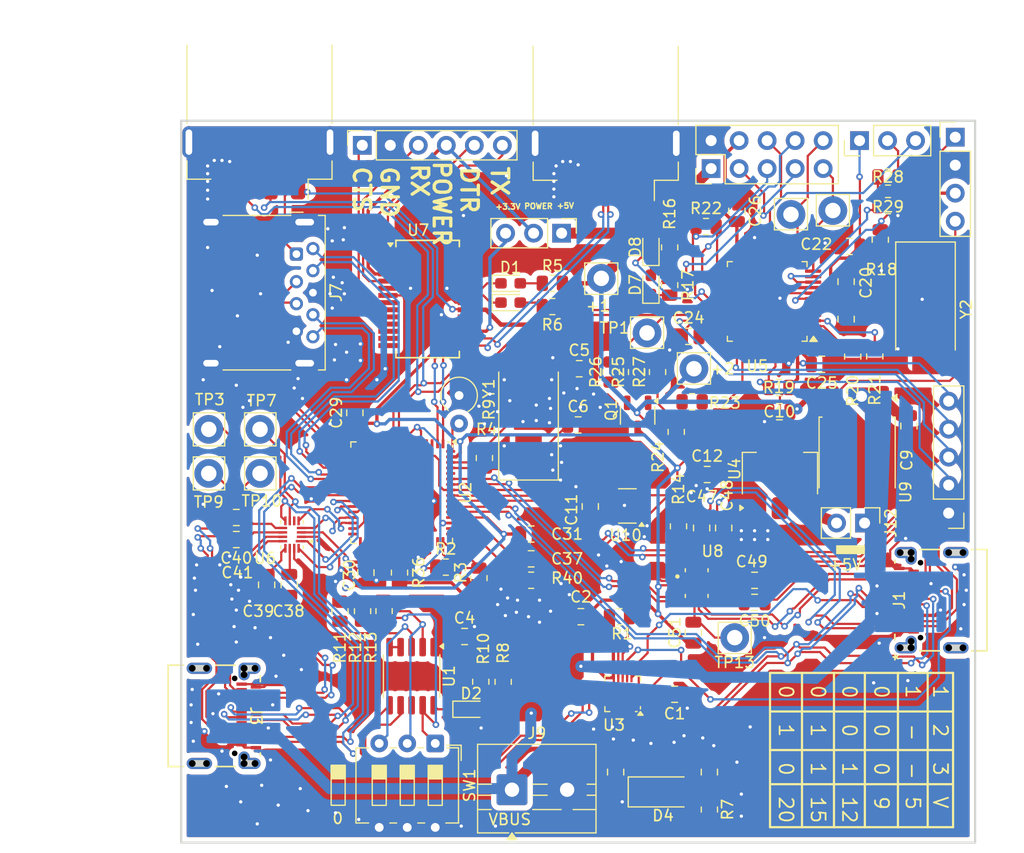
<source format=kicad_pcb>
(kicad_pcb (version 20241229) (generator "pcbnew") (generator_version "9.0")
  (layers (0 "F.Cu" signal) (2 "B.Cu" signal) (13 "F.Paste" user) (15 "B.Paste" user) (5 "F.SilkS" user "F.Silkscreen") (7 "B.SilkS" user "B.Silkscreen") (1 "F.Mask" user) (3 "B.Mask" user) (25 "Edge.Cuts" user))
  (net 0 "")
  (net 1 "GNDREF")
  (net 2 "/FTDI/POWER")
  (net 3 "+3.3V")
  (net 4 "Net-(U7-CBUS0)")
  (net 5 "Net-(U7-CBUS1)")
  (net 9 "PD_CC1")
  (net 14 "SS_SEL_DP")
  (net 20 "PD_CC2")
  (net 21 "Net-(U6-B0P)")
  (net 22 "Net-(U6-B0N)")
  (net 23 "Net-(U6-C0P)")
  (net 24 "Net-(U6-C0N)")
  (net 27 "/ST-Link V2/T_NRST")
  (net 28 "/ST-Link V2/T_CLK")
  (net 29 "VBUS")
  (net 30 "/ST-Link V2/RX")
  (net 31 "/ST-Link V2/T_PWR")
  (net 32 "/ST-Link V2/TX")
  (net 33 "Net-(J1-SSTXN2)")
  (net 34 "PD_SBU1")
  (net 35 "PD_SBU2")
  (net 36 "Net-(J1-SSTXP2)")
  (net 37 "Net-(U3-VBIAS)")
  (net 38 "TX2A-")
  (net 39 "TX2A+")
  (net 40 "FTDI-RX")
  (net 41 "DTR")
  (net 42 "FTDI-TX")
  (net 43 "CTS")
  (net 44 "Net-(U8-SEL)")
  (net 46 "RX1A+")
  (net 48 "RX2A+")
  (net 49 "/ST-Link V2/T_DIO")
  (net 50 "/ST-Link V2/RENUM")
  (net 52 "/ST-Link V2/BOOT0")
  (net 54 "/ST-Link V2/T_SWO")
  (net 55 "Net-(U5-PC13)")
  (net 59 "RX2A-")
  (net 61 "Net-(U5-PC14)")
  (net 62 "RX1A-")
  (net 64 "/ST-Link V2/XI")
  (net 67 "Net-(U5-PB12)")
  (net 70 "/ST-Link V2/X0")
  (net 75 "RX2N")
  (net 76 "RX1P")
  (net 77 "RX2P")
  (net 78 "VDD")
  (net 79 "Net-(U2-XI)")
  (net 80 "Net-(U2-XO)")
  (net 81 "TX1-")
  (net 82 "TX1+")
  (net 83 "Net-(D4-A)")
  (net 84 "Net-(U2-GRST_N)")
  (net 85 "Net-(D1-Pad2)")
  (net 86 "Net-(U1-PG)")
  (net 87 "Net-(D2-Pad2)")
  (net 88 "Net-(D3-Pad2)")
  (net 89 "RX1-")
  (net 90 "RX1+")
  (net 91 "Net-(Q1-B)")
  (net 92 "Net-(Q1-E)")
  (net 93 "Net-(U2-USB_VBUS)")
  (net 94 "CFG3")
  (net 95 "CFG2")
  (net 96 "CFG1")
  (net 97 "Net-(U2-SMBUS_SS_SUSPEND_N)")
  (net 98 "Net-(U2-TEST)")
  (net 99 "TX2P")
  (net 100 "TX1P")
  (net 112 "TX1A_P")
  (net 113 "TX1A_N")
  (net 114 "D_N")
  (net 115 "D_P")
  (net 116 "DN3_TXN")
  (net 117 "D3N")
  (net 118 "D3P")
  (net 119 "DN3_TXP")
  (net 120 "DN3_RXP")
  (net 121 "DN3_RXN")
  (net 122 "D4P")
  (net 123 "D4N")
  (net 124 "D2P")
  (net 125 "DN4_TXN")
  (net 126 "D1P")
  (net 127 "DN2_TXN")
  (net 128 "DN2_RXN")
  (net 129 "DN1_TXN")
  (net 130 "DN4_RXN")
  (net 131 "DN1_TXP")
  (net 132 "DN1_RXN")
  (net 133 "D1N")
  (net 134 "DN2_RXP")
  (net 135 "DN1_RXP")
  (net 136 "DN4_RXP")
  (net 137 "D2N")
  (net 138 "DN4_TXP")
  (net 139 "DN2_TXP")
  (net 140 "TX1N")
  (net 141 "TX2N")
  (net 142 "PLUG_VCONN")
  (net 143 "RX1N")
  (net 144 "PLUG_CC1")
  (net 145 "Net-(J1-CC1)")
  (net 146 "Net-(U3-~{FLT})")
  (net 147 "Net-(J1-CC2)")
  (net 150 "1.1v")
  (net 151 "+5V")
  (net 152 "Net-(U2-USB_R1)")
  (net 153 "/ST-Link V2/DIO")
  (net 154 "/ST-Link V2/CLK")
  (net 155 "/ST-Link V2/LED")
  (net 157 "Net-(U1-DM)")
  (net 159 "Net-(D7-Pad1)")
  (net 160 "Net-(D8-Pad2)")
  (net 161 "Net-(U8-OEN)")
  (net 165 "/esdprotection/-")
  (net 166 "/esdprotection/+")
  (net 167 "Net-(J4-Pin_2)")
  (net 168 "Net-(U5-PA0)")
  (net 169 "NRST")
  (net 170 "Net-(R25-Pad2)")
  (footprint "Resistor_SMD:R_0805_2012Metric" (layer "F.Cu") (at 201.4 84.5 -90)
    (property "Reference" "R11")
    (property "Value" "10k")
  )
  (footprint "Capacitor_SMD:C_0805_2012Metric" (layer "F.Cu") (at 233.45 86.45 90)
    (property "Reference" "C51")
    (property "Value" "0.1uF")
  )
  (footprint "Connector_PinHeader_2.54mm:PinHeader_1x02_P2.54mm_Vertical" (layer "F.Cu") (at 248.975 76.5 -90)
    (property "Reference" "J12")
    (property "Value" "Screw_Terminal_01x02")
  )
  (footprint "HD3SS3202RSVT:QFN40P180X260X55-16N_HD3SS3202RSVT" (layer "F.Cu") (at 197.05 77.55 180)
    (property "Reference" "U6")
    (property "Value" "HD3SS3202IRSVR")
  )
  (footprint "Resistor_SMD:R_0805_2012Metric" (layer "F.Cu") (at 214.5 70.6 -90)
    (property "Reference" "R4")
    (property "Value" "1M")
  )
  (footprint "Package_QFP:LQFP-48_7x7mm_P0.5mm" (layer "F.Cu") (at 240.145 56.395 180)
    (property "Reference" "U5")
    (property "Value" "STM32F103CBTx")
  )
  (footprint "Capacitor_SMD:C_0805_2012Metric" (layer "F.Cu") (at 212.7 86.8)
    (property "Reference" "C4")
    (property "Value" "1uF")
  )
  (footprint "Resistor_SMD:R_0805_2012Metric" (layer "F.Cu") (at 234.6 49.6)
    (property "Reference" "R22")
    (property "Value" "100R")
  )
  (footprint "Resistor_SMD:R_0805_2012Metric" (layer "F.Cu") (at 206.8 81 90)
    (property "Reference" "R36")
    (property "Value" "10k")
  )
  (footprint "Package_TO_SOT_SMD:TO-252-2" (layer "F.Cu") (at 248.3 70.2 -90)
    (property "Reference" "U9")
    (property "Value" "KA78M05_TO252")
  )
  (footprint "Resistor_SMD:R_0805_2012Metric" (layer "F.Cu") (at 220.6625 54.75 180)
    (property "Reference" "R5")
    (property "Value" "1k")
  )
  (footprint "Resistor_SMD:R_0805_2012Metric" (layer "F.Cu") (at 230.2 62.8 90)
    (property "Reference" "R27")
    (property "Value" "33K")
  )
  (footprint "Capacitor_SMD:C_0805_2012Metric" (layer "F.Cu") (at 247.6 51.4)
    (property "Reference" "C22")
    (property "Value" "100nF")
  )
  (footprint "Connector_PinHeader_2.54mm:PinHeader_1x04_P2.54mm_Vertical" (layer "F.Cu") (at 257.2 41.49)
    (property "Reference" "J11" (hide yes))
    (property "Value" "Conn_01x04_Pin")
  )
  (footprint "Connector_Pin:Pin_D1.4mm_L8.5mm_W2.8mm_FlatFork" (layer "F.Cu") (at 246.1 48.145 180)
    (property "Reference" "TP5" (hide yes))
    (property "Value" "TestPoint")
  )
  (footprint "Capacitor_SMD:C_0805_2012Metric" (layer "F.Cu") (at 218.7368 77.4995)
    (property "Reference" "C31")
    (property "Value" "0.1uF")
  )
  (footprint "Resistor_SMD:R_0805_2012Metric" (layer "F.Cu") (at 203.45 84.5 -90)
    (property "Reference" "R12")
    (property "Value" "10k")
  )
  (footprint "LED_SMD:LED_0603_1608Metric_Pad1.05x0.95mm_HandSolder" (layer "F.Cu") (at 229.6 54.9 90)
    (property "Reference" "D7")
    (property "Value" "LTST-C190GKT")
  )
  (footprint "Connector_PinSocket_2.54mm:PinSocket_1x06_P2.54mm_Vertical" (layer "F.Cu") (at 203.425 42.225 90)
    (property "Reference" "J2" (hide yes))
    (property "Value" "Conn_01x06")
  )
  (footprint "Connector_Pin:Pin_D1.4mm_L8.5mm_W2.8mm_FlatFork" (layer "F.Cu") (at 233.5 62.5 180)
    (property "Reference" "+2")
    (property "Value" "TestPoint")
  )
  (footprint "HD3SS3202RSVT:QFN40P180X260X55-16N_HD3SS3202RSVT" (layer "F.Cu") (at 233.75 81.95)
    (property "Reference" "U8")
    (property "Value" "HD3SS3202IRSVR")
  )
  (footprint "Capacitor_SMD:C_0805_2012Metric" (layer "F.Cu") (at 236.2 76.95 -90)
    (property "Reference" "C48")
    (property "Value" "0.1uF")
  )
  (footprint "Capacitor_SMD:C_0805_2012Metric" (layer "F.Cu") (at 224.1 75 -90)
    (property "Reference" "C11")
    (property "Value" "1uF")
  )
  (footprint "Resistor_SMD:R_0805_2012Metric" (layer "F.Cu") (at 232.1 76.8 90)
    (property "Reference" "R14")
    (property "Value" "10k")
  )
  (footprint "Package_TO_SOT_SMD:SOT-23-3" (layer "F.Cu") (at 228.395 66.7325 -90)
    (property "Reference" "Q1")
    (property "Value" "BC817-25-TP")
  )
  (footprint "footprints:KUSBX-SMT3-CS-BTR_KYC" (layer "F.Cu") (at 255.9 83.5 90)
    (property "Reference" "J1")
    (property "Value" "KUSBX-SMT-CS2-B30TR")
    (fp_line (start 4.318 -2.7051) (end 4.318 -3.6957) (stroke (width 0.6096)) (layer "Edge.Cuts"))
    (fp_line (start 3.7338 -2.7051) (end 4.318 -2.7051) (stroke (width 0.6096)) (layer "Edge.Cuts"))
    (fp_line (start -4.318 -2.7051) (end -4.318 -3.6957) (stroke (width 0.6096)) (layer "Edge.Cuts"))
    (fp_line (start -4.318 -2.7051) (end -3.7338 -2.7051) (stroke (width 0.6096)) (layer "Edge.Cuts"))
    (fp_line (start 4.32 1.996399) (end 4.32 0.700999) (stroke (width 0.6096)) (layer "Edge.Cuts"))
    (fp_line (start -4.32 1.996399) (end -4.32 0.700999) (stroke (width 0.6096)) (layer "Edge.Cuts"))
  )
  (footprint "Capacitor_SMD:C_0805_2012Metric" (layer "F.Cu") (at 192 78 180)
    (property "Reference" "C40")
    (property "Value" "0.1uF")
  )
  (footprint "Package_TO_SOT_SMD:SOT-223-3_TabPin2" (layer "F.Cu") (at 241.3 72 90)
    (property "Reference" "U4")
    (property "Value" "NCP1117-3.3_SOT223")
  )
  (footprint "Symbol:WEEE-Logo_28.1x40mm_SilkScreen" (layer "F.Cu") (at 247.6 78.5225)
    (property "Reference" "REF**" (hide yes))
    (property "Value" "WEEE-Logo_28.1x40mm_SilkScreen" (hide yes))
  )
  (footprint "Package_SO:SSOP-10-1EP_3.9x4.9mm_P1mm_EP2.1x3.3mm" (layer "F.Cu") (at 207.9 90.4 -90)
    (property "Reference" "U1")
    (property "Value" "CH224K")
  )
  (footprint "Capacitor_SMD:C_0805_2012Metric" (layer "F.Cu") (at 234.7 72.1)
    (property "Reference" "C12")
    (property "Value" "1uF")
  )
  (footprint "footprints:KUSBX-SMT3-CS-BTR_KYC" (layer "F.Cu") (at 190 94 -90)
    (property "Reference" "J3")
    (property "Value" "KUSBX-SMT-CS2-B30TR")
    (fp_line (start -4.32 1.996399) (end -4.32 0.700999) (stroke (width 0.6096)) (layer "Edge.Cuts"))
    (fp_line (start 4.32 1.996399) (end 4.32 0.700999) (stroke (width 0.6096)) (layer "Edge.Cuts"))
    (fp_line (start -4.318 -2.7051) (end -3.7338 -2.7051) (stroke (width 0.6096)) (layer "Edge.Cuts"))
    (fp_line (start -4.318 -2.7051) (end -4.318 -3.6957) (stroke (width 0.6096)) (layer "Edge.Cuts"))
    (fp_line (start 3.7338 -2.7051) (end 4.318 -2.7051) (stroke (width 0.6096)) (layer "Edge.Cuts"))
    (fp_line (start 4.318 -2.7051) (end 4.318 -3.6957) (stroke (width 0.6096)) (layer "Edge.Cuts"))
  )
  (footprint "Capacitor_SMD:C_0805_2012Metric" (layer "F.Cu") (at 196.8 82.1125 -90)
    (property "Reference" "C38")
    (property "Value" "0.1uF")
  )
  (footprint "Resistor_SMD:R_0805_2012Metric" (layer "F.Cu") (at 234.9 102.5 -90)
    (property "Reference" "R7")
    (property "Value" "3.5ohm")
  )
  (footprint "Resistor_SMD:R_0805_2012Metric" (layer "F.Cu") (at 241.2 64.2 180)
    (property "Reference" "R19")
    (property "Value" "10k")
  )
  (footprint "LED_SMD:LED_0603_1608Metric_Pad1.05x0.95mm_HandSolder" (layer "F.Cu") (at 216.875 54.75)
    (property "Reference" "D1")
    (property "Value" "LTST-C190GKT")
  )
  (footprint "Capacitor_SMD:C_0805_2012Metric" (layer "F.Cu") (at 233.011247 59.563365)
    (property "Reference" "C24")
    (property "Value" "100nF")
  )
  (footprint "Capacitor_SMD:C_0805_2012Metric" (layer "F.Cu") (at 247.3 54.6 -90)
    (property "Reference" "C20")
    (property "Value" "20pF")
  )
  (footprint "Connector_PinHeader_2.54mm:PinHeader_2x05_P2.54mm_Vertical" (layer "F.Cu") (at 235.06 44.34 90)
    (property "Reference" "J6" (hide yes))
    (property "Value" "Conn_02x05_Odd_Even")
  )
  (footprint "Connector_Pin:Pin_D1.4mm_L8.5mm_W2.8mm_FlatFork" (layer "F.Cu") (at 189.5 68 90)
    (property "Reference" "TP3")
    (property "Value" "TestPoint")
  )
  (footprint "LED_SMD:LED_0603_1608Metric_Pad1.05x0.95mm_HandSolder" (layer "F.Cu") (at 213.3 93.4)
    (property "Reference" "D2")
    (property "Value" "LTST-C191KRKT")
  )
  (footprint "Resistor_SMD:R_0805_2012Metric" (layer "F.Cu") (at 226.75 85)
    (property "Reference" "R1")
    (property "Value" "100k")
  )
  (footprint "Capacitor_SMD:C_0805_2012Metric" (layer "F.Cu") (at 223 67.6)
    (property "Reference" "C6")
    (property "Value" "20pF")
  )
  (footprint "Resistor_THT:R_Axial_DIN0309_L9.0mm_D3.2mm_P2.54mm_Vertical" (layer "F.Cu") (at 212.2 64.93 -90)
    (property "Reference" "R9")
    (property "Value" "0.53k %1")
  )
  (footprint "Connector_Pin:Pin_D1.4mm_L8.5mm_W2.8mm_FlatFork" (layer "F.Cu") (at 189.5 72 90)
    (property "Reference" "TP9")
    (property "Value" "TestPoint")
  )
  (footprint "Capacitor_SMD:C_0805_2012Metric" (layer "F.Cu") (at 231.75 92.0375 180)
    (property "Reference" "C1")
    (property "Value" "0.1uF")
  )
  (footprint "Resistor_SMD:R_0805_2012Metric" (layer "F.Cu") (at 231.3 54.9125 -90)
    (property "Reference" "R17")
    (property "Value" "1k")
  )
  (footprint "Resistor_SMD:R_0805_2012Metric" (layer "F.Cu") (at 249.9 61.3875 90)
    (property "Reference" "R21")
    (property "Value" "10K")
  )
  (footprint "Resistor_SMD:R_0805_2012Metric" (layer "F.Cu") (at 214 81.5 90)
    (property "Reference" "R3")
    (property "Value" "10k %1")
  )
  (footprint "Resistor_SMD:R_0805_2012Metric" (layer "F.Cu") (at 251.1 47.7)
    (property "Reference" "R29")
    (property "Value" "4.7k")
  )
  (footprint "Resistor_SMD:R_0805_2012Metric" (layer "F.Cu") (at 231.3 51.4875 90)
    (property "Reference" "R16")
    (property "Value" "1k")
  )
  (footprint "Connector_Pin:Pin_D1.4mm_L8.5mm_W2.8mm_FlatFork" (layer "F.Cu") (at 194.15 72 90)
    (property "Reference" "TP10")
    (property "Value" "TestPoint")
  )
  (footprint "Resistor_SMD:R_0805_2012Metric" (layer "F.Cu") (at 247.9 61.4 90)
    (property "Reference" "R20")
    (property "Value" "10K")
  )
  (footprint "Connector_PinHeader_2.54mm:PinHeader_1x05_P2.54mm_Vertical" (layer "F.Cu") (at 256.6 75.6 180)
    (property "Reference" "J5" (hide yes))
    (property "Value" "Conn_01x05_Pin")
  )
  (footprint "Crystal:Crystal_SMD_EuroQuartz_MQ2-2Pin_7.0x5.0mm_HandSoldering" (layer "F.Cu") (at 254.5 57.1 -90)
    (property "Reference" "Y2")
    (property "Value" "8Mhz")
  )
  (footprint "Capacitor_SMD:C_0805_2012Metric" (layer "F.Cu") (at 247.3 58 90)
    (property "Reference" "C19" (hide yes))
    (property "Value" "20pF")
  )
  (footprint "Resistor_SMD:R_0805_2012Metric" (layer "F.Cu") (at 233.3375 65.5)
    (property "Reference" "R23")
    (property "Value" "100R")
  )
  (footprint "clipboard:6ed880ac-13a6-4e82-9b5c-5905676de0fe" (layer "F.Cu") (at 200.6 100.3 -90)
    (property "Reference" "")
    (property "Value" "")
  )
  (footprint "TerminalBlock:TerminalBlock_MaiXu_MX126-5.0-02P_1x02_P5.00mm" (layer "F.Cu") (at 217 100.7)
    (property "Reference" "J9")
    (property "Value" "Screw_Terminal_01x02")
  )
  (footprint "Connector_PinHeader_2.54mm:PinHeader_1x03_P2.54mm_Vertical" (layer "F.Cu") (at 221.5 50.2 -90)
    (property "Reference" "JP1" (hide yes))
    (property "Value" "SolderJumper_3_Open")
  )
  (footprint "Capacitor_SMD:C_0805_2012Metric" (layer "F.Cu") (at 239 83.7 180)
    (property "Reference" "C50")
    (property "Value" "0.1uF")
  )
  (footprint "Capacitor_SMD:C_0805_2012Metric" (layer "F.Cu") (at 241.25 66.4)
    (property "Reference" "C10")
    (property "Value" "1uF")
  )
  (footprint "Capacitor_SMD:C_0805_2012Metric" (layer "F.Cu") (at 192 76 180)
    (property "Reference" "C41")
    (property "Value" "0.1uF")
  )
  (footprint "Capacitor_SMD:C_0805_2012Metric" (layer "F.Cu") (at 218.7368 79.7495)
    (property "Reference" "C37")
    (property "Value" "0.1uf")
  )
  (footprint "Connector_Pin:Pin_D1.4mm_L8.5mm_W2.8mm_FlatFork" (layer "F.Cu") (at 225.1 54.3)
    (property "Reference" "+1")
    (property "Value" "TestPoint")
  )
  (footprint "Connector_Pin:Pin_D1.4mm_L8.5mm_W2.8mm_FlatFork" (layer "F.Cu") (at 242.3 48.5 180)
    (property "Reference" "TP6" (hide yes))
    (property "Value" "TestPoint")
  )
  (footprint "LED_SMD:LED_0603_1608Metric_Pad1.05x0.95mm_HandSolder" (layer "F.Cu") (at 216.875 56.5)
    (property "Reference" "D3" (hide yes))
    (property "Value" "LTST-C190GKT")
  )
  (footprint "Capacitor_SMD:C_0805_2012Metric" (layer "F.Cu") (at 234.9 99.1 -90)
    (property "Reference" "C35" (hide yes))
    (property "Value" "4.7uF")
  )
  (footprint "Resistor_SMD:R_0805_2012Metric" (layer "F.Cu") (at 216.2 90.9125 90)
    (property "Reference" "R8")
    (property "Value" "1k")
  )
  (footprint "Connector_USB:USB3_A_Molex_48393-001" (layer "F.Cu") (at 197.45 52.1 -90)
    (property "Reference" "J7")
    (property "Value" "USB3_A")
  )
  (footprint "Package_TO_SOT_SMD:SOT-23-5" (layer "F.Cu") (at 227.4625 74.95 180)
    (property "Reference" "U10")
    (property "Value" "TLV71211_SOT23-5")
  )
  (footprint "Connector_USB:USB_A_Receptacle_GCT_USB1046" (layer "F.Cu") (at 225.5 38.49 180)
    (property "Reference" "J8" (hide yes))
    (property "Value" "USB_A")
  )
  (footprint "Connector_PinHeader_2.54mm:PinHeader_1x03_P2.54mm_Vertical" (layer "F.Cu") (at 248.52 41.8 90)
    (property "Reference" "J4" (hide yes))
    (property "Value" "Conn_01x03_Pin")
  )
  (footprint "Button_Switch_THT:SW_DIP_SPSTx03_Slide_6.7x9.18mm_W7.62mm_P2.54mm_LowProfile" (layer "F.Cu") (at 210.04 96.5 -90)
    (property "Reference" "SW1")
    (property "Value" "SW_DIP_x03")
  )
  (footprint "Package_SO:SSOP-28_5.3x10.2mm_P0.65mm" (layer "F.Cu") (at 209.35 56.175)
    (property "Reference" "U7")
    (property "Value" "FT232RL-REEL")
  )
  (footprint "Capacitor_SMD:C_0805_2012Metric" (layer "F.Cu") (at 234.2 76.95 -90)
    (property "Reference" "C47")
    (property "Value" "0.1uF")
  )
  (footprint "Capacitor_SMD:C_0805_2012Metric" (layer "F.Cu") (at 253 67.7 90)
    (property "Reference" "C9")
    (property "Value" "1uF")
  )
  (footprint "Resistor_SMD:R_0805_2012Metric" (layer "F.Cu") (at 218.7368 81.6926)
    (property "Reference" "R40")
    (property "Value" "10k")
  )
  (footprint "Diode_SMD:D_SOD-128" (layer "F.Cu") (at 230.7 100.9)
    (property "Reference" "D4")
    (property "Value" "D_Schottky /20V/5A")
  )
  (footprint "Resistor_SMD:R_0805_2012Metric" (layer "F.Cu") (at 220.6625 56.86 180)
    (property "Reference" "R6")
    (property "Value" "1k")
  )
  (footprint "Capacitor_SMD:C_0805_2012Metric" (layer "F.Cu") (at 239 81.7 180)
    (property "Reference" "C49")
    (property "Value" "0.1uF")
  )
  (footprint "Connector_USB:USB_A_Receptacle_GCT_USB1046" (layer "F.Cu") (at 194.1 38.39 180)
    (property "Reference" "J10" (hide yes))
    (property "Value" "USB_A")
  )
  (footprint "Resistor_SMD:R_0805_2012Metric" (layer "F.Cu") (at 205.4 84.4875 -90)
    (property "Reference" "R13")
    (property "Value" "10k")
  )
  (footprint "Capacitor_SMD:C_0805_2012Metric" (layer "F.Cu") (at 202.75 66.5 90)
    (property "Reference" "C29")
    (property "Value" "0.1uF")
  )
  (footprint "Connector_Pin:Pin_D1.4mm_L8.5mm_W2.8mm_FlatFork" (layer "F.Cu") (at 194.15 68 90)
    (property "Reference" "TP7")
    (property "Value" "TestPoint")
  )
  (footprint "Resistor_SMD:R_0805_2012Metric" (layer "F.Cu") (at 251.1 45.1 180)
    (property "Reference" "R28")
    (property "Value" "4.7k")
  )
  (footprint "Resistor_SMD:R_0805_2012Metric" (layer "F.Cu") (at 226 62.8 90)
    (property "Reference" "R26")
    (property "Value" "1.5k")
  )
  (footprint "Capacitor_SMD:C_0805_2012Metric" (layer "F.Cu") (at 223.25 85 180)
    (property "Reference" "C2")
    (property "Value" "1uF")
  )
  (footprint "Resistor_SMD:R_0805_2012Metric" (layer "F.Cu") (at 211 80.5)
    (property "Reference" "R2")
    (property "Value" "90.9k %1")
  )
  (footprint "Connector_Pin:Pin_D1.4mm_L8.5mm_W2.8mm_FlatFork" (layer "F.Cu") (at 237.2 86.9)
    (property "Reference" "TP13")
    (property "Value" "TestPoint")
  )
  (footprint "Capacitor_SMD:C_0805_2012Metric" (layer "F.Cu") (at 223.1 62.5)
    (property "Reference" "C5")
    (property "Value" "20pF")
  )
  (footprint "Capacitor_SMD:C_0805_2012Metric" (layer "F.Cu") (at 194.75 82.1125 -90)
    (property "Reference" "C39")
    (property "Value" "0.1uF")
  )
  (footprint "Capacitor_SMD:C_0805_2012Metric" (layer "F.Cu") (at 245.1 62.1 180)
    (property "Reference" "C25")
    (property "Value" "100nF")
  )
  (footprint "Capacitor_SMD:C_0805_2012Metric" (layer "F.Cu") (at 226.4 99.1 -90)
    (property "Reference" "C3" (hide yes))
    (property "Value" "1uF")
  )
  (footprint "Resistor_SMD:R_0805_2012Metric" (layer "F.Cu") (at 231.895 68.2325 90)
    (property "Reference" "R24")
    (property "Value" "10K")
  )
  (footprint "Capacitor_SMD:C_0805_2012Metric" (layer "F.Cu") (at 237.395 48.195 -90)
    (property "Reference" "C26")
    (property "Value" "100nF")
  )
  (footprint "Package_DFN_QFN:WQFN-20-1EP_3x3mm_P0.4mm_EP1.7x1.7mm_ThermalVias" (layer "F.Cu") (at 227.0375 92 180)
    (property "Reference" "U3")
    (property "Value" "TPD6S300A")
  )
  (footprint "Resistor_SMD:R_0805_2012Metric" (layer "F.Cu") (at 228.3 62.8 90)
    (property "Reference" "R25")
    (property "Value" "39K")
  )
  (footprint "Package_DFN_QFN:VQFN-64-1EP_9x9mm_P0.5mm_EP5.4x5.4mm_ThermalVias" (layer "F.Cu") (at 207 73.75 -90)
    (property "Reference" "U2")
    (property "Value" "TUSB8044ARGCR")
  )
  (footprint "Connector_Pin:Pin_D1.4mm_L8.5mm_W2.8mm_FlatFork" (layer "F.Cu") (at 229.25 59.25 180)
    (property "Reference" "TP1")
    (property "Value" "TestPoint")
  )
  (footprint "Crystal:Crystal_SMD_EuroQuartz_MQ2-2Pin_7.0x5.0mm_HandSoldering" (layer "F.Cu") (at 218.5 66.5 90)
    (property "Reference" "Y1")
    (property "Value" "24Mhz")
  )
  (footprint "LED_SMD:LED_0603_1608Metric_Pad1.05x0.95mm_HandSolder" (layer "F.Cu") (at 229.6 51.4725 90)
    (property "Reference" "D8")
    (property "Value" "LTST-C190GKT")
  )
  (footprint "Capacitor_SMD:C_0805_2012Metric" (layer "F.Cu") (at 203.75 81 -90)
    (property "Reference" "C30")
    (property "Value" "0.1uF")
  )
  (footprint "Resistor_SMD:R_0805_2012Metric" (layer "F.Cu") (at 250.4 50.8 90)
    (property "Reference" "R18")
    (property "Value" "10k")
  )
  (footprint "Resistor_SMD:R_0805_2012Metric" (layer "F.Cu") (at 214.1695 90.901 90)
    (property "Reference" "R10")
    (property "Value" "1k")
  )
  (gr_line (start 235.6 49.5) (end 235.6 53.7) (stroke (width 0.2)) (layer "F.Cu") (net 67))
  (gr_line (start 243.6 75.4) (end 246.5 76.5) (stroke (width 1)) (layer "F.Cu") (net 151))
  (gr_rect (start 187 40) (end 259 105.5) (stroke (width 0.2)) (fill no) (layer "Edge.Cuts"))
  (gr_text "+5V\n" (at 221 48 0) (layer "F.SilkS") (effects (font (size 0.5 0.5) (thickness 0.125) (bold yes)) (justify left bottom)))
  (gr_text "+3.3V\n" (at 215.438033 48.090219 0) (layer "F.SilkS") (effects (font (size 0.5 0.5) (thickness 0.125) (bold yes)) (justify left bottom)))
  (gr_text "GND" (at 205 44 270) (layer "F.SilkS") (effects (font (size 1.5 1.5) (thickness 0.3) (bold yes)) (justify left bottom)))
  (gr_text "POWER\n" (at 218.047818 48.04268 0) (layer "F.SilkS") (effects (font (size 0.5 0.5) (thickness 0.125) (bold yes)) (justify left bottom)))
  (gr_text "0" (at 201.2 103.3 0) (layer "F.SilkS") (effects (font (size 1 1))))
  (gr_text "RX\n" (at 207.75 43.75 270) (layer "F.SilkS") (effects (font (size 1.5 1.5) (thickness 0.3) (bold yes)) (justify left bottom)))
  (gr_text "POWER\n" (at 209.75 43.5 270) (layer "F.SilkS") (effects (font (size 1.5 1.5) (thickness 0.3) (bold yes)) (justify left bottom)))
  (gr_text "DTR\n" (at 212.25 44 270) (layer "F.SilkS") (effects (font (size 1.5 1.5) (thickness 0.3) (bold yes)) (justify left bottom)))
  (gr_text "CTS\n" (at 202.5 44 270) (layer "F.SilkS") (effects (font (size 1.5 1.5) (thickness 0.3) (bold yes)) (justify left bottom)))
  (gr_text "VBUS\n" (at 216.8 103.4 0) (layer "F.SilkS") (effects (font (size 1 1))))
  (gr_text "+5V" (at 247.2 80.3 0) (layer "F.SilkS") (effects (font (size 1 1))))
  (gr_text "TX" (at 215 44 270) (layer "F.SilkS") (effects (font (size 1.5 1.5) (thickness 0.3) (bold yes)) (justify left bottom)))
  (table (column_count 4) (layer "F.SilkS") (border (external yes) (header yes) (stroke (width 0.2))) (separators (rows yes) (cols yes) (stroke (width 0.2))) (column_widths 3.5 3.5 3.1 3.9) (row_heights 2.3 2.7 3 2.8 2.9 2.9) (cells (table_cell "1" (start 257 90.1) (end 254.7 93.6) (margins 1.0025 1.0025 1.0025 1.0025) (span 1 1) (angle 270) (layer "F.SilkS") (effects (font (size 1.27 1.27)) (justify left))) (table_cell "2" (start 257 93.6) (end 254.7 97.1) (margins 1.0025 1.0025 1.0025 1.0025) (span 1 1) (angle 270) (layer "F.SilkS") (effects (font (size 1.27 1.27)) (justify left))) (table_cell "3" (start 257 97.1) (end 254.7 100.2) (margins 1.0025 1.0025 1.0025 1.0025) (span 1 1) (angle 270) (layer "F.SilkS") (effects (font (size 1.27 1.27)) (justify left))) (table_cell "V" (start 257 100.2) (end 254.7 104.1) (margins 1.0025 1.0025 1.0025 1.0025) (span 1 1) (angle 270) (layer "F.SilkS") (effects (font (size 1.27 1.27)) (justify left))) (table_cell "1" (start 254.7 90.1) (end 252 93.6) (margins 1.0025 1.0025 1.0025 1.0025) (span 1 1) (angle 270) (layer "F.SilkS") (effects (font (size 1.27 1.27)) (justify left))) (table_cell "-" (start 254.7 93.6) (end 252 97.1) (margins 1.0025 1.0025 1.0025 1.0025) (span 1 1) (angle 270) (layer "F.SilkS") (effects (font (size 1.27 1.27)) (justify left))) (table_cell "-" (start 254.7 97.1) (end 252 100.2) (margins 1.0025 1.0025 1.0025 1.0025) (span 1 1) (angle 270) (layer "F.SilkS") (effects (font (size 1.27 1.27)) (justify left))) (table_cell "5" (start 254.7 100.2) (end 252 104.1) (margins 1.0025 1.0025 1.0025 1.0025) (span 1 1) (angle 270) (layer "F.SilkS") (effects (font (size 1.27 1.27)) (justify left))) (table_cell "0" (start 252 90.1) (end 249 93.6) (margins 1.0025 1.0025 1.0025 1.0025) (span 1 1) (angle 270) (layer "F.SilkS") (effects (font (size 1.27 1.27)) (justify left))) (table_cell "0" (start 252 93.6) (end 249 97.1) (margins 1.0025 1.0025 1.0025 1.0025) (span 1 1) (angle 270) (layer "F.SilkS") (effects (font (size 1.27 1.27)) (justify left))) (table_cell "0" (start 252 97.1) (end 249 100.2) (margins 1.0025 1.0025 1.0025 1.0025) (span 1 1) (angle 270) (layer "F.SilkS") (effects (font (size 1.27 1.27)) (justify left))) (table_cell "9" (start 252 100.2) (end 249 104.1) (margins 1.0025 1.0025 1.0025 1.0025) (span 1 1) (angle 270) (layer "F.SilkS") (effects (font (size 1.27 1.27)) (justify left))) (table_cell "0" (start 249 90.1) (end 246.2 93.6) (margins 1.0025 1.0025 1.0025 1.0025) (span 1 1) (angle 270) (layer "F.SilkS") (effects (font (size 1.27 1.27)) (justify left))) (table_cell "0" (start 249 93.6) (end 246.2 97.1) (margins 1.0025 1.0025 1.0025 1.0025) (span 1 1) (angle 270) (layer "F.SilkS") (effects (font (size 1.27 1.27)) (justify left))) (table_cell "1" (start 249 97.1) (end 246.2 100.2) (margins 1.0025 1.0025 1.0025 1.0025) (span 1 1) (angle 270) (layer "F.SilkS") (effects (font (size 1.27 1.27)) (justify left))) (table_cell "12" (start 249 100.2) (end 246.2 104.1) (margins 1.0025 1.0025 1.0025 1.0025) (span 1 1) (angle 270) (layer "F.SilkS") (effects (font (size 1.27 1.27)) (justify left))) (table_cell "0" (start 246.2 90.1) (end 243.3 93.6) (margins 1.0025 1.0025 1.0025 1.0025) (span 1 1) (angle 270) (layer "F.SilkS") (effects (font (size 1.27 1.27)) (justify left))) (table_cell "1" (start 246.2 93.6) (end 243.3 97.1) (margins 1.0025 1.0025 1.0025 1.0025) (span 1 1) (angle 270) (layer "F.SilkS") (effects (font (size 1.27 1.27)) (justify left))) (table_cell "1" (start 246.2 97.1) (end 243.3 100.2) (margins 1.0025 1.0025 1.0025 1.0025) (span 1 1) (angle 270) (layer "F.SilkS") (effects (font (size 1.27 1.27)) (justify left))) (table_cell "15" (start 246.2 100.2) (end 243.3 104.1) (margins 1.0025 1.0025 1.0025 1.0025) (span 1 1) (angle 270) (layer "F.SilkS") (effects (font (size 1.27 1.27)) (justify left))) (table_cell "0" (start 243.3 90.1) (end 240.4 93.6) (margins 1.0025 1.0025 1.0025 1.0025) (span 1 1) (angle 270) (layer "F.SilkS") (effects (font (size 1.27 1.27)) (justify left))) (table_cell "1" (start 243.3 93.6) (end 240.4 97.1) (margins 1.0025 1.0025 1.0025 1.0025) (span 1 1) (angle 270) (layer "F.SilkS") (effects (font (size 1.27 1.27)) (justify left))) (table_cell "0" (start 243.3 97.1) (end 240.4 100.2) (margins 1.0025 1.0025 1.0025 1.0025) (span 1 1) (angle 270) (layer "F.SilkS") (effects (font (size 1.27 1.27)) (justify left))) (table_cell "20" (start 243.3 100.2) (end 240.4 104.1) (margins 1.0025 1.0025 1.0025 1.0025) (span 1 1) (angle 270) (layer "F.SilkS") (effects (font (size 1.27 1.27)) (justify left)))))
  (via (at 201.9 82.4) (size 0.6) (drill 0.3) (layers "F.Cu" "B.Cu") (net 0))
  (segment (start 192.481301 96.62001) (end 191.27999 96.62001) (width 0.2032) (layer "F.Cu") (net 1))
  (segment (start 252.118699 80.620001) (end 251.720001 80.620001) (width 0.2032) (layer "F.Cu") (net 1))
  (segment (start 232.9 55.3) (end 231.6 54) (width 0.2) (layer "F.Cu") (net 1))
  (segment (start 191.27999 96.62001) (end 190.7 97.2) (width 0.2032) (layer "F.Cu") (net 1))
  (segment (start 197.895 77.75) (end 199.45 77.75) (width 0.2) (layer "F.Cu") (net 1))
  (segment (start 256.07 44.03) (end 252.4 47.7) (width 0.2) (layer "F.Cu") (net 1))
  (segment (start 193.521312 91.120011) (end 192.481301 91.120011) (width 0.2032) (layer "F.Cu") (net 1))
  (segment (start 242.097451 62.009) (end 242.097451 61.897451) (width 0.2) (layer "F.Cu") (net 1))
  (segment (start 227.0375 90.5375) (end 227.0375 88.3625) (width 0.2) (layer "F.Cu") (net 1))
  (segment (start 234.791 58.536) (end 233.088612 58.536) (width 0.2) (layer "F.Cu") (net 1))
  (segment (start 247 51.5) (end 246.695 51.5) (width 0.3) (layer "F.Cu") (net 1))
  (segment (start 227.0375 93.4625) (end 226.6375 93.4625) (width 0.2) (layer "F.Cu") (net 1))
  (segment (start 201.33375 79.63375) (end 201.33375 80.63375) (width 0.2) (layer "F.Cu") (net 1))
  (segment (start 207.15 55.85) (end 207.8 55.2) (width 0.2) (layer "F.Cu") (net 1))
  (segment (start 205.75 55.85) (end 207.15 55.85) (width 0.2) (layer "F.Cu") (net 1))
  (segment (start 214 82.4125) (end 215.9125 82.4125) (width 0.2) (layer "F.Cu") (net 1))
  (segment (start 251.720001 80.620001) (end 251.3 80.2) (width 0.2032) (layer "F.Cu") (net 1))
  (segment (start 257.2 44.03) (end 256.07 44.03) (width 0.2) (layer "F.Cu") (net 1))
  (segment (start 230.55 81.75) (end 230.4 81.6) (width 0.2) (layer "F.Cu") (net 1))
  (segment (start 212.95 58.45) (end 211.45 58.45) (width 0.2) (layer "F.Cu") (net 1))
  (segment (start 195.5 90.4) (end 194.52 91.38) (width 0.2032) (layer "F.Cu") (net 1))
  (segment (start 241.3 56.1) (end 241.755 55.645) (width 0.2) (layer "F.Cu") (net 1))
  (segment (start 208.5 79.6) (end 208.8 79.6) (width 0.2) (layer "F.Cu") (net 1))
  (segment (start 249.9 62.3) (end 247.9125 62.3) (width 0.2) (layer "F.Cu") (net 1))
  (segment (start 250.838699 87.4) (end 250.3 87.4) (width 0.2032) (layer "F.Cu") (net 1))
  (segment (start 194.52 91.38) (end 193.781301 91.38) (width 0.2032) (layer "F.Cu") (net 1))
  (segment (start 211.1 55.725) (end 211.1 55.2) (width 0.2) (layer "F.Cu") (net 1))
  (segment (start 199.8 78.1) (end 201.33375 79.63375) (width 0.2) (layer "F.Cu") (net 1))
  (segment (start 193.781301 91.38) (end 193.521312 91.120011) (width 0.2032) (layer "F.Cu") (net 1))
  (segment (start 251.3 78.954081) (end 252.354081 77.9) (width 0.2032) (layer "F.Cu") (net 1))
  (segment (start 212.95 56.5) (end 211.875 56.5) (width 0.2) (layer "F.Cu") (net 1))
  (segment (start 226.6375 92.8) (end 226.4375 92.6) (width 0.2) (layer "F.Cu") (net 1))
  (segment (start 233.088612 58.536) (end 232.061247 59.563365) (width 0.2) (layer "F.Cu") (net 1))
  (segment (start 234.9 58.645) (end 234.791 58.536) (width 0.2) (layer "F.Cu") (net 1))
  (segment (start 201.33375 80.63375) (end 201.5 80.8) (width 0.2) (layer "F.Cu") (net 1))
  (segment (start 225.575 92) (end 227.0375 92) (width 0.2032) (layer "F.Cu") (net 1))
  (segment (start 253.15871 80.620001) (end 252.118699 80.620001) (width 0.2032) (layer "F.Cu") (net 1))
  (segment (start 251.3 80.2) (end 251.3 78.954081) (width 0.2032) (layer "F.Cu") (net 1))
  (segment (start 239.395 50.995) (end 239 50.6) (width 0.2) (layer "F.Cu") (net 1))
  (segment (start 232.1 74.9) (end 233.25 73.75) (width 0.2) (layer "F.Cu") (net 1))
  (segment (start 193.781301 96.879999) (end 192.74129 96.879999) (width 0.2032) (layer "F.Cu") (net 1))
  (segment (start 252.354081 77.9) (end 252.7 77.9) (width 0.2032) (layer "F.Cu") (net 1))
  (segment (start 192.74129 96.879999) (end 192.481301 96.62001) (width 0.2032) (layer "F.Cu") (net 1))
  (segment (start 252.378688 86.379989) (end 252.118699 86.12) (width 0.2032) (layer "F.Cu") (net 1))
  (segment (start 232.1 75.8875) (end 232.1 74.9) (width 0.2) (layer "F.Cu") (net 1))
  (segment (start 231.6 54) (end 231.3 54) (width 0.2) (layer "F.Cu") (net 1))
  (segment (start 208.8 79.6) (end 209.25 79.15) (width 0.2) (layer "F.Cu") (net 1))
  (segment (start 215.9125 82.4125) (end 216 82.5) (width 0.2) (layer "F.Cu") (net 1))
  (segment (start 199.3 81.8) (end 201 81.8) (width 0.2) (layer "F.Cu") (net 1))
  (segment (start 209.25 79.15) (end 209.25 78.1875) (width 0.2) (layer "F.Cu") (net 1))
  (segment (start 226.6375 93.4625) (end 226.6375 92.8) (width 0.2) (layer "F.Cu") (net 1))
  (segment (start 247.9125 62.3) (end 247.9 62.3125) (width 0.2) (layer "F.Cu") (net 1))
  (segment (start 197.25 79.75) (end 199.3 81.8) (width 0.2) (layer "F.Cu") (net 1))
  (segment (start 242.395 61.599902) (end 242.395 60.5575) (width 0.2) (layer "F.Cu") (net 1))
  (segment (start 199.45 77.75) (end 199.8 78.1) (width 0.2) (layer "F.Cu") (net 1))
  (segment (start 211.875 56.5) (end 211.1 55.725) (width 0.2) (layer "F.Cu") (net 1))
  (segment (start 230.4 81.6) (end 229.5 81.6) (width 0.2) (layer "F.Cu") (net 1))
  (segment (start 253.418699 80.87999) (end 253.15871 80.620001) (width 0.2032) (layer "F.Cu") (net 1))
  (segment (start 227.9 80) (end 226.9 80) (width 0.2) (layer "F.Cu") (net 1))
  (segment (start 197.25 78.795) (end 197.25 79.75) (width 0.2) (layer "F.Cu") (net 1))
  (segment (start 237.895 51.475318) (end 238.770318 50.6) (width 0.2) (layer "F.Cu") (net 1))
  (segment (start 235.9825 58.645) (end 234.9 58.645) (width 0.2) (layer "F.Cu") (net 1))
  (segment (start 253.418699 86.379989) (end 252.378688 86.379989) (width 0.2032) (layer "F.Cu") (net 1))
  (segment (start 211.45 58.45) (end 210.6 57.6) (width 0.2) (layer "F.Cu") (net 1))
  (segment (start 241.755 55.645) (end 244.3075 55.645) (width 0.2) (layer "F.Cu") (net 1))
  (segment (start 229.5 81.6) (end 227.9 80) (width 0.2) (layer "F.Cu") (net 1))
  (segment (start 206.75 78.1875) (end 207.75 78.1875) (width 0.2) (layer "F.Cu") (net 1))
  (segment (start 232.905 81.75) (end 230.55 81.75) (width 0.2) (layer "F.Cu") (net 1))
  (segment (start 227.0375 88.3625) (end 227.7 87.7) (width 0.2) (layer "F.Cu") (net 1))
  (segment (start 239.395 52.2325) (end 239.395 50.995) (width 0.2) (layer "F.Cu") (net 1))
  (segment (start 228.6 74.95) (end 227.25 74.95) (width 0.2) (layer "F.Cu") (net 1))
  (segment (start 238.770318 50.6) (end 239 50.6) (width 0.2) (layer "F.Cu") (net 1))
  (segment (start 252.118699 86.12) (end 250.838699 87.4) (width 0.2032) (layer "F.Cu") (net 1))
  (segment (start 252.4 47.7) (end 252.0125 47.7) (width 0.2) (layer "F.Cu") (net 1))
  (segment (start 242.097451 61.897451) (end 242.395 61.599902) (width 0.2) (layer "F.Cu") (net 1))
  (segment (start 227.25 74.95) (end 227.2 74.9) (width 0.2) (layer "F.Cu") (net 1))
  (segment (start 237.895 52.2325) (end 237.895 51.475318) (width 0.2) (layer "F.Cu") (net 1))
  (segment (start 195.6 90.4) (end 195.5 90.4) (width 0.2032) (layer "F.Cu") (net 1))
  (via (at 203.25 60.25) (size 0.6) (drill 0.3) (layers "F.Cu" "B.Cu") (net 1))
  (via (at 257.2 80.5) (size 0.6) (drill 0.3) (layers "F.Cu" "B.Cu") (net 1))
  (via (at 193.9 52.2) (size 0.6) (drill 0.3) (layers "F.Cu" "B.Cu") (net 1))
  (via (at 192.2 82.6) (size 0.6) (drill 0.3) (layers "F.Cu" "B.Cu") (net 1))
  (via (at 191.5 82.1) (size 0.6) (drill 0.3) (layers "F.Cu" "B.Cu") (net 1))
  (via (at 227.7 87.7) (size 0.6) (drill 0.3) (layers "F.Cu" "B.Cu") (net 1))
  (via (at 239 50.6) (size 0.6) (drill 0.3) (layers "F.Cu" "B.Cu") (net 1))
  (via (at 216.6 83.3) (size 0.6) (drill 0.3) (layers "F.Cu" "B.Cu") (net 1))
  (via (at 210.6 57.6) (size 0.6) (drill 0.3) (layers "F.Cu" "B.Cu") (net 1))
  (via (at 221 44.1) (size 0.6) (drill 0.3) (layers "F.Cu" "B.Cu") (net 1))
  (via (at 188.1 84.8) (size 0.6) (drill 0.3) (layers "F.Cu" "B.Cu") (net 1))
  (via (at 227.5 77.5) (size 0.6) (drill 0.3) (layers "F.Cu" "B.Cu") (net 1))
  (via (at 220.8 44.8) (size 0.6) (drill 0.3) (layers "F.Cu" "B.Cu") (net 1))
  (via (at 214 65.9) (size 0.6) (drill 0.3) (layers "F.Cu" "B.Cu") (net 1))
  (via (at 234.3 96) (size 0.6) (drill 0.3) (layers "F.Cu" "B.Cu") (net 1))
  (via (at 195.6 90.4) (size 0.6) (drill 0.3) (layers "F.Cu" "B.Cu") (net 1))
  (via (at 200.3 49.8) (size 0.6) (drill 0.3) (layers "F.Cu" "B.Cu") (net 1))
  (via (at 192.4 81.4) (size 0.6) (drill 0.3) (layers "F.Cu" "B.Cu") (net 1))
  (via (at 201.6 54.7) (size 0.6) (drill 0.3) (layers "F.Cu" "B.Cu") (net 1))
  (via (at 189.4 47.1) (size 0.6) (drill 0.3) (layers "F.Cu" "B.Cu") (net 1))
  (via (at 239.9 86.9) (size 0.6) (drill 0.3) (layers "F.Cu" "B.Cu") (net 1))
  (via (at 205.5 62.5) (size 0.6) (drill 0.3) (layers "F.Cu" "B.Cu") (net 1))
  (via (at 200.9 61.7) (size 0.6) (drill 0.3) (layers "F.Cu" "B.Cu") (net 1))
  (via (at 229 77.75) (size 0.6) (drill 0.3) (layers "F.Cu" "B.Cu") (net 1))
  (via (at 216.4 84.9) (size 0.6) (drill 0.3) (layers "F.Cu" "B.Cu") (net 1))
  (via (at 197.9 89.8) (size 0.6) (drill 0.3) (layers "F.Cu" "B.Cu") (net 1))
  (via (at 191.1 100.4) (size 0.6) (drill 0.3) (layers "F.Cu" "B.Cu") (net 1))
  (via (at 237.8 103.1) (size 0.6) (drill 0.3) (layers "F.Cu" "B.Cu") (net 1))
  (via (at 219.2 67.2) (size 0.6) (drill 0.3) (layers "F.Cu" "B.Cu") (net 1))
  (via (at 234.7 73.4) (size 0.6) (drill 0.3) (layers "F.Cu" "B.Cu") (net 1))
  (via (at 189.4 44.8) (size 0.6) (drill 0.3) (layers "F.Cu" "B.Cu") (net 1))
  (via (at 235.3 96.7) (size 0.6) (drill 0.3) (layers "F.Cu" "B.Cu") (net 1))
  (via (at 196.3 88.5) (size 0.6) (drill 0.3) (layers "F.Cu" "B.Cu") (net 1))
  (via (at 190.7 43.6) (size 0.6) (drill 0.3) (layers "F.Cu" "B.Cu") (net 1))
  (via (at 258 83.9) (size 0.6) (drill 0.3) (layers "F.Cu" "B.Cu") (net 1))
  (via (at 242.097451 62.009) (size 0.6) (drill 0.3) (layers "F.Cu" "B.Cu") (net 1))
  (via (at 219.5 85.5) (size 0.6) (drill 0.3) (layers "F.Cu" "B.Cu") (net 1))
  (via (at 201 81.8) (size 0.6) (drill 0.3) (layers "F.Cu" "B.Cu") (net 1))
  (via (at 220.8 46.9) (size 0.6) (drill 0.3) (layers "F.Cu" "B.Cu") (net 1))
  (via (at 220.8 46.2) (size 0.6) (drill 0.3) (layers "F.Cu" "B.Cu") (net 1))
  (via (at 194.3 100.3) (size 0.6) (drill 0.3) (layers "F.Cu" "B.Cu") (net 1))
  (via (at 222.8 73.2) (size 0.6) (drill 0.3) (layers "F.Cu" "B.Cu") (net 1))
  (via (at 258.2 82.6) (size 0.6) (drill 0.3) (layers "F.Cu" "B.Cu") (net 1))
  (via (at 191.4 79.5) (size 0.6) (drill 0.3) (layers "F.Cu" "B.Cu") (net 1))
  (via (at 200.5 67.5) (size 0.6) (drill 0.3) (layers "F.Cu" "B.Cu") (net 1))
  (via (at 218 67.3) (size 0.6) (drill 0.3) (layers "F.Cu" "B.Cu") (net 1))
  (via (at 252 48.6) (size 0.6) (drill 0.3) (layers "F.Cu" "B.Cu") (net 1))
  (via (at 196.7 60.1) (size 0.6) (drill 0.3) (layers "F.Cu" "B.Cu") (net 1))
  (via (at 195.1 86.9) (size 0.6) (drill 0.3) (layers "F.Cu" "B.Cu") (net 1))
  (via (at 224.85 79.4) (size 0.6) (drill 0.3) (layers "F.Cu" "B.Cu") (net 1))
  (via (at 189.4 45.5) (size 0.6) (drill 0.3) (layers "F.Cu" "B.Cu") (net 1))
  (via (at 220.6 63.5) (size 0.6) (drill 0.3) (layers "F.Cu" "B.Cu") (net 1))
  (via (at 192.1 57.7) (size 0.6) (drill 0.3) (layers "F.Cu" "B.Cu") (net 1))
  (via (at 252.7 77.9) (size 0.6) (drill 0.3) (layers "F.Cu" "B.Cu") (net 1))
  (via (at 216 82.5) (size 0.6) (drill 0.3) (layers "F.Cu" "B.Cu") (net 1))
  (via (at 201 60.3) (size 0.6) (drill 0.3) (layers "F.Cu" "B.Cu") (net 1))
  (via (at 209.9 74.5) (size 0.6) (drill 0.3) (layers "F.Cu" "B.Cu") (net 1))
  (via (at 221.7 64.7) (size 0.6) (drill 0.3) (layers "F.Cu" "B.Cu") (net 1))
  (via (at 224.4 95.2) (size 0.6) (drill 0.3) (layers "F.Cu" "B.Cu") (net 1))
  (via (at 204.7 81.7) (size 0.6) (drill 0.3) (layers "F.Cu" "B.Cu") (net 1))
  (via (at 202 61) (size 0.6) (drill 0.3) (layers "F.Cu" "B.Cu") (net 1))
  (via (at 254.2 56.2) (size 0.6) (drill 0.3) (layers "F.Cu" "B.Cu") (net 1))
  (via (at 220.5 66.1) (size 0.6) (drill 0.3) (layers "F.Cu" "B.Cu") (net 1))
  (via (at 200.7 57) (size 0.6) (drill 0.3) (layers "F.Cu" "B.Cu") (net 1))
  (via (at 220.7 71.7) (size 0.6) (drill 0.3) (layers "F.Cu" "B.Cu") (net 1))
  (via (at 257.7 86.1) (size 0.6) (drill 0.3) (layers "F.Cu" "B.Cu") (net 1))
  (via (at 200.7 50.9) (size 0.6) (drill 0.3) (layers "F.Cu" "B.Cu") (net 1))
  (via (at 221.4 69.5) (size 0.6) (drill 0.3) (layers "F.Cu" "B.Cu") (net 1))
  (via (at 200.8 54.2) (size 0.6) (drill 0.3) (layers "F.Cu" "B.Cu") (net 1))
  (via (at 190.7 97.2) (size 0.6) (drill 0.3) (layers "F.Cu" "B.Cu") (net 1))
  (via (at 197.6 63.4) (size 0.6) (drill 0.3) (layers "F.Cu" "B.Cu") (net 1))
  (via (at 252.9 90.8) (size 0.6) (drill 0.3) (layers "F.Cu" "B.Cu") (net 1))
  (via (at 197.8 100.6) (size 0.6) (drill 0.3) (layers "F.Cu" "B.Cu") (net 1))
  (via (at 220.4 65.2) (size 0.6) (drill 0.3) (layers "F.Cu" "B.Cu") (net 1))
  (via (at 223 44) (size 0.6) (drill 0.3) (layers "F.Cu" "B.Cu") (net 1))
  (via (at 207.8 55.2) (size 0.6) (drill 0.3) (layers "F.Cu" "B.Cu") (net 1))
  (via (at 252 60.7) (size 0.6) (drill 0.3) (layers "F.Cu" "B.Cu") (net 1))
  (via (at 240.2 78) (size 0.6) (drill 0.3) (layers "F.Cu" "B.Cu") (net 1))
  (via (at 237.8 77.2) (size 0.6) (drill 0.3) (layers "F.Cu" "B.Cu") (net 1))
  (via (at 238.6 95) (size 0.6) (drill 0.3) (layers "F.Cu" "B.Cu") (net 1))
  (via (at 233.7 73.1) (size 0.6) (drill 0.3) (layers "F.Cu" "B.Cu") (net 1))
  (via (at 189 74.8) (size 0.6) (drill 0.3) (layers "F.Cu" "B.Cu") (net 1))
  (via (at 188.1 96.3) (size 0.6) (drill 0.3) (layers "F.Cu" "B.Cu") (net 1))
  (via (at 223.2 66) (size 0.6) (drill 0.3) (layers "F.Cu" "B.Cu") (net 1))
  (via (at 221.5 71) (size 0.6) (drill 0.3) (layers "F.Cu" "B.Cu") (net 1))
  (via (at 190.5 80.3) (size 0.6) (drill 0.3) (layers "F.Cu" "B.Cu") (net 1))
  (via (at 208.5 79.6) (size 0.6) (drill 0.3) (layers "F.Cu" "B.Cu") (net 1))
  (via (at 237.4 98.2) (size 0.6) (drill 0.3) (layers "F.Cu" "B.Cu") (net 1))
  (via (at 189.8 55.4) (size 0.6) (drill 0.3) (layers "F.Cu" "B.Cu") (net 1))
  (via (at 192.6 66) (size 0.6) (drill 0.3) (layers "F.Cu" "B.Cu") (net 1))
  (via (at 189.4 51.5) (size 0.6) (drill 0.3) (layers "F.Cu" "B.Cu") (net 1))
  (via (at 239 78) (size 0.6) (drill 0.3) (layers "F.Cu" "B.Cu") (net 1))
  (via (at 200.5 55.7) (size 0.6) (drill 0.3) (layers "F.Cu" "B.Cu") (net 1))
  (via (at 216.5 45) (size 0.6) (drill 0.3) (layers "F.Cu" "B.Cu") (net 1))
  (via (at 187.9 94.6) (size 0.6) (drill 0.3) (layers "F.Cu" "B.Cu") (net 1))
  (via (at 226.1 95) (size 0.6) (drill 0.3) (layers "F.Cu" "B.Cu") (net 1))
  (via (at 221.6 43.7) (size 0.6) (drill 0.3) (layers "F.Cu" "B.Cu") (net 1))
  (via (at 198.5 102.6) (size 0.6) (drill 0.3) (layers "F.Cu" "B.Cu") (net 1))
  (via (at 193.2 83.6) (size 0.6) (drill 0.3) (layers "F.Cu" "B.Cu") (net 1))
  (via (at 216.8 65.4) (size 0.6) (drill 0.3) (layers "F.Cu" "B.Cu") (net 1))
  (via (at 193.7 86) (size 0.6) (drill 0.3) (layers "F.Cu" "B.Cu") (net 1))
  (via (at 191.4 43.7) (size 0.6) (drill 0.3) (layers "F.Cu" "B.Cu") (net 1))
  (via (at 220.8 45.5) (size 0.6) (drill 0.3) (layers "F.Cu" "B.Cu") (net 1))
  (via (at 188.3 82.6) (size 0.6) (drill 0.3) (layers "F.Cu" "B.Cu") (net 1))
  (via (at 215 64.8) (size 0.6) (drill 0.3) (layers "F.Cu" "B.Cu") (net 1))
  (via (at 192.4 101.8) (size 0.6) (drill 0.3) (layers "F.Cu" "B.Cu") (net 1))
  (via (at 220.5 84.5) (size 0.6) (drill 0.3) (layers "F.Cu" "B.Cu") (net 1))
  (via (at 217.4 84.6) (size 0.6) (drill 0.3) (layers "F.Cu" "B.Cu") (net 1))
  (via (at 229.25 76.75) (size 0.6) (drill 0.3) (layers "F.Cu" "B.Cu") (net 1))
  (via (at 189 63.5) (size 0.6) (drill 0.3) (layers "F.Cu" "B.Cu") (net 1))
  (via (at 213.6 85.9) (size 0.6) (drill 0.3) (layers "F.Cu" "B.Cu") (net 1))
  (via (at 198.8 74.3) (size 0.6) (drill 0.3) (layers "F.Cu" "B.Cu") (net 1))
  (via (at 227.2 74.9) (size 0.6) (drill 0.3) (layers "F.Cu" "B.Cu") (net 1))
  (via (at 203.25 61.75) (size 0.6) (drill 0.3) (layers "F.Cu" "B.Cu") (net 1))
  (via (at 188.5 87.5) (size 0.6) (drill 0.3) (layers "F.Cu" "B.Cu") (net 1))
  (via (at 222.9 64.3) (size 0.6) (drill 0.3) (layers "F.Cu" "B.Cu") (net 1))
  (via (at 201.5 80.8) (size 0.6) (drill 0.3) (layers "F.Cu" "B.Cu") (net 1))
  (via (at 193.2 65.4) (size 0.6) (drill 0.3) (layers "F.Cu" "B.Cu") (net 1))
  (via (at 233.25 73.75) (size 0.6) (drill 0.3) (layers "F.Cu" "B.Cu") (net 1))
  (via (at 188 91.6) (size 0.6) (drill 0.3) (layers "F.Cu" "B.Cu") (net 1))
  (via (at 219.5 83.5) (size 0.6) (drill 0.3) (layers "F.Cu" "B.Cu") (net 1))
  (via (at 239 77.2) (size 0.6) (drill 0.3) (layers "F.Cu" "B.Cu") (net 1))
  (via (at 214.2 95.1) (size 0.6) (drill 0.3) (layers "F.Cu" "B.Cu") (net 1))
  (via (at 201.7 50.8) (size 0.6) (drill 0.3) (layers "F.Cu" "B.Cu") (net 1))
  (via (at 225.6 80.4) (size 0.6) (drill 0.3) (layers "F.Cu" "B.Cu") (net 1))
  (via (at 216.3 63.5) (size 0.6) (drill 0.3) (layers "F.Cu" "B.Cu") (net 1))
  (via (at 222.3 43.7) (size 0.6) (drill 0.3) (layers "F.Cu" "B.Cu") (net 1))
  (via (at 192 64) (size 0.6) (drill 0.3) (layers "F.Cu" "B.Cu") (net 1))
  (via (at 214.5 67.5) (size 0.6) (drill 0.3) (layers "F.Cu" "B.Cu") (net 1))
  (via (at 232.6 95.8) (size 0.6) (drill 0.3) (layers "F.Cu" "B.Cu") (net 1))
  (via (at 201.8 49.7) (size 0.6) (drill 0.3) (layers "F.Cu" "B.Cu") (net 1))
  (via (at 203.1 103.4) (size 0.6) (drill 0.3) (layers "F.Cu" "B.Cu") (net 1))
  (via (at 215.5 104) (size 0.6) (drill 0.3) (layers "F.Cu" "B.Cu") (net 1))
  (via (at 195.1 98) (size 0.6) (drill 0.3) (layers "F.Cu" "B.Cu") (net 1))
  (via (at 232.9 93.3) (size 0.6) (drill 0.3) (layers "F.Cu" "B.Cu") (net 1))
  (via (at 188.4 80.3) (size 0.6) (drill 0.3) (layers "F.Cu" "B.Cu") (net 1))
  (via (at 241.3 56.1) (size 0.6) (drill 0.3) (layers "F.Cu" "B.Cu") (net 1))
  (via (at 222.2 83) (size 0.6) (drill 0.3) (layers "F.Cu" "B.Cu") (net 1))
  (via (at 212.4 104) (size 0.6) (drill 0.3) (layers "F.Cu" "B.Cu") (net 1))
  (via (at 215.7 66.4) (size 0.6) (drill 0.3) (layers "F.Cu" "B.Cu") (net 1))
  (via (at 224.4 64.8) (size 0.6) (drill 0.3) (layers "F.Cu" "B.Cu") (net 1))
  (via (at 227 101.8) (size 0.6) (drill 0.3) (layers "F.Cu" "B.Cu") (net 1))
  (via (at 232.9 55.3) (size 0.6) (drill 0.3) (layers "F.Cu" "B.Cu") (net 1))
  (via (at 231.7 96.4) (size 0.6) (drill 0.3) (layers "F.Cu" "B.Cu") (net 1))
  (via (at 197.25 64.25) (size 0.6) (drill 0.3) (layers "F.Cu" "B.Cu") (net 1))
  (via (at 258 81.2) (size 0.6) (drill 0.3) (layers "F.Cu" "B.Cu") (net 1))
  (via (at 189.1 95.4) (size 0.6) (drill 0.3) (layers "F.Cu" "B.Cu") (net 1))
  (via (at 219.2 65.8) (size 0.6) (drill 0.3) (layers "F.Cu" "B.Cu") (net 1))
  (via (at 221.4 72.6) (size 0.6) (drill 0.3) (layers "F.Cu" "B.Cu") (net 1))
  (via (at 220.4 67.4) (size 0.6) (drill 0.3) (layers "F.Cu" "B.Cu") (net 1))
  (via (at 191.8 85.9) (size 0.6) (drill 0.3) (layers "F.Cu" "B.Cu") (net 1))
  (via (at 226.9 80) (size 0.6) (drill 0.3) (layers "F.Cu" "B.Cu") (net 1))
  (via (at 250.5 53.6) (size 0.6) (drill 0.3) (layers "F.Cu" "B.Cu") (net 1))
  (via (at 211.1 55.2) (size 0.6) (drill 0.3) (layers "F.Cu" "B.Cu") (net 1))
  (via (at 217.5 83.5) (size 0.6) (drill 0.3) (layers "F.Cu" "B.Cu") (net 1))
  (via (at 229.6 96.5) (size 0.6) (drill 0.3) (layers "F.Cu" "B.Cu") (net 1))
  (via (at 212.6 48.6) (size 0.6) (drill 0.3) (layers "F.Cu" "B.Cu") (net 1))
  (via (at 192 84.4) (size 0.6) (drill 0.3) (layers "F.Cu" "B.Cu") (net 1))
  (via (at 204.75 63.5) (size 0.6) (drill 0.3) (layers "F.Cu" "B.Cu") (net 1))
  (via (at 189.4 46.3) (size 0.6) (drill 0.3) (layers "F.Cu" "B.Cu") (net 1))
  (via (at 193.9 103.8) (size 0.6) (drill 0.3) (layers "F.Cu" "B.Cu") (net 1))
  (via (at 220.7 61.5) (size 0.6) (drill 0.3) (layers "F.Cu" "B.Cu") (net 1))
  (via (at 218.5 85) (size 0.6) (drill 0.3) (layers "F.Cu" "B.Cu") (net 1))
  (via (at 226.2 96.1) (size 0.6) (drill 0.3) (layers "F.Cu" "B.Cu") (net 1))
  (via (at 245.4 51.1) (size 0.6) (drill 0.3) (layers "F.Cu" "B.Cu") (net 1))
  (via (at 215.7 83.9) (size 0.6) (drill 0.3) (layers "F.Cu" "B.Cu") (net 1))
  (via (at 239.9 67.3) (size 0.6) (drill 0.3) (layers "F.Cu" "B.Cu") (net 1))
  (via (at 190.5 60.5) (size 0.6) (drill 0.3) (layers "F.Cu" "B.Cu") (net 1))
  (via (at 237.8 101.1) (size 0.6) (drill 0.3) (layers "F.Cu" "B.Cu") (net 1))
  (via (at 228 96.2) (size 0.6) (drill 0.3) (layers "F.Cu" "B.Cu") (net 1))
  (via (at 231.3 60.8) (size 0.6) (drill 0.3) (layers "F.Cu" "B.Cu") (net 1))
  (via (at 216.3 69.5) (size 0.6) (drill 0.3) (layers "F.Cu" "B.Cu") (net 1))
  (via (at 240.2 77.2) (size 0.6) (drill 0.3) (layers "F.Cu" "B.Cu") (net 1))
  (via (at 188.2 81.5) (size 0.6) (drill 0.3) (layers "F.Cu" "B.Cu") (net 1))
  (via (at 202 63.5) (size 0.6) (drill 0.3) (layers "F.Cu" "B.Cu") (net 1))
  (via (at 194.2 55.7) (size 0.6) (drill 0.3) (layers "F.Cu" "B.Cu") (net 1))
  (via (at 190 43.6) (size 0.6) (drill 0.3) (layers "F.Cu" "B.Cu") (net 1))
  (via (at 250.3 87.4) (size 0.6) (drill 0.3) (layers "F.Cu" "B.Cu") (net 1))
  (via (at 237.8 78) (size 0.6) (drill 0.3) (layers "F.Cu" "B.Cu") (net 1))
  (via (at 201.8 55.7) (size 0.6) (drill 0.3) (layers "F.Cu" "B.Cu") (net 1))
  (via (at 221.45 82) (size 0.6) (drill 0.3) (layers "F.Cu" "B.Cu") (net 1))
  (via (at 192 87.3) (size 0.6) (drill 0.3) (layers "F.Cu" "B.Cu") (net 1))
  (via (at 187.9 93) (size 0.6) (drill 0.3) (layers "F.Cu" "B.Cu") (net 1))
  (via (at 225 66) (size 0.6) (drill 0.3) (layers "F.Cu" "B.Cu") (net 1))
  (via (at 220.6 70.3) (size 0.6) (drill 0.3) (layers "F.Cu" "B.Cu") (net 1))
  (via (at 191.6 83.4) (size 0.6) (drill 0.3) (layers "F.Cu" "B.Cu") (net 1))
  (via (at 189.4 44.1) (size 0.6) (drill 0.3) (layers "F.Cu" "B.Cu") (net 1))
  (via (at 201 102.8) (size 0.6) (drill 0.3) (layers "F.Cu" "B.Cu") (net 1))
  (via (at 195.8 102.1) (size 0.6) (drill 0.3) (layers "F.Cu" "B.Cu") (net 1))
  (via (at 249.8 91) (size 0.6) (drill 0.3) (layers "F.Cu" "B.Cu") (net 1))
  (via (at 198 65.2) (size 0.6) (drill 0.3) (layers "F.Cu" "B.Cu") (net 1))
  (segment (start 203.9574 48.1426) (end 203.9574 53.2824) (width 0.3) (layer "F.Cu") (net 2))
  (segment (start 208.2 43.9) (end 203.9574 48.1426) (width 0.3) (layer "F.Cu") (net 2))
  (segment (start 203.9574 53.2824) (end 204.575 53.9) (width 0.3) (layer "F.Cu") (net 2))
  (segment (start 204.575 53.9) (end 205.75 53.9) (width 0.3) (layer "F.Cu") (net 2))
  (segment (start 209.1 43.9) (end 208.2 43.9) (width 0.3) (layer "F.Cu") (net 2))
  (segment (start 210.775 42.225) (end 209.1 43.9) (width 0.3) (layer "F.Cu") (net 2))
  (segment (start 211.045 42.225) (end 210.775 42.225) (width 0.3) (layer "F.Cu") (net 2))
  (segment (start 211.045 42.285) (end 218.96 50.2) (width 0.3) (layer "B.Cu") (net 2))
  (segment (start 211.045 42.225) (end 211.045 42.285) (width 0.3) (layer "B.Cu") (net 2))
  (segment (start 248.55 51.4) (end 250.0875 51.4) (width 0.3) (layer "F.Cu") (net 3))
  (segment (start 234.350865 59.563365) (end 235.563635 59.563365) (width 0.3) (layer "F.Cu") (net 3))
  (segment (start 237.395 49.145) (end 237.045 49.145) (width 0.3) (layer "F.Cu") (net 3))
  (segment (start 240.3 56.6) (end 240.3 57.1) (width 0.3) (layer "F.Cu") (net 3))
  (segment (start 240.3 55.2) (end 240.3 57.1) (width 0.3) (layer "F.Cu") (net 3))
  (segment (start 231.3 50.575) (end 231.3 50.0625) (width 0.2) (layer "F.Cu") (net 3))
  (segment (start 236.331 43.069) (end 237.6 41.8) (width 0.3) (layer "F.Cu") (net 3))
  (segment (start 204.634 67.5) (end 204.75 67.5) (width 0.3) (layer "F.Cu") (net 3))
  (segment (start 202.75 68.8125) (end 202.75 67.45) (width 0.3) (layer "F.Cu") (net 3))
  (segment (start 216.1 86.5) (end 222.8 86.5) (width 0.3) (layer "F.Cu") (net 3))
  (segment (start 197.895 77.35) (end 199.85 77.35) (width 0.2) (layer "F.Cu") (net 3))
  (segment (start 235.563635 59.563365) (end 235.982 59.145) (width 0.3) (layer "F.Cu") (net 3))
  (segment (start 244.3075 55.145) (end 245.555 55.145) (width 0.3) (layer "F.Cu") (net 3))
  (segment (start 246.634 52.466) (end 247.484 52.466) (width 0.3) (layer "F.Cu") (net 3))
  (segment (start 240.245 55.145) (end 240.3 55.2) (width 0.3) (layer "F.Cu") (net 3))
  (segment (start 242.895 60.5575) (end 242.895 60.645) (width 0.3) (layer "F.Cu") (net 3))
  (segment (start 241.3 68.85) (end 238.15 72) (width 0.2) (layer "F.Cu") (net 3))
  (segment (start 242.895 62) (end 242.895 63.4175) (width 0.3) (layer "F.Cu") (net 3))
  (segment (start 224.3 85.1) (end 224.2 85) (width 0.3) (layer "F.Cu") (net 3))
  (segment (start 250.4 51.7125) (end 255.5425 46.57) (width 0.3) (layer "F.Cu") (net 3))
  (segment (start 248.55 45.35) (end 248.55 51.4) (width 0.2) (layer "F.Cu") (net 3))
  (segment (start 242.895 62) (end 243.4 62) (width 0.3) (layer "F.Cu") (net 3))
  (segment (start 229 83.5) (end 225.2 83.5) (width 0.3) (layer "F.Cu") (net 3))
  (segment (start 232.9 87.4) (end 233.45 87.4) (width 0.3) (layer "F.Cu") (net 3))
  (segment (start 235.9825 59.145) (end 238.255 59.145) (width 0.3) (layer "F.Cu") (net 3))
  (segment (start 211.5125 81.9125) (end 216.1 86.5) (width 0.3) (layer "F.Cu") (net 3))
  (segment (start 235.75 72) (end 235.65 72.1) (width 0.2) (layer "F.Cu") (net 3))
  (segment (start 244.3075 55.145) (end 240.245 55.145) (width 0.3) (layer "F.Cu") (net 3))
  (segment (start 240.3 57.1) (end 240.3 56.7) (width 0.3) (layer "F.Cu") (net 3))
  (segment (start 237.395 52.2325) (end 237.395 53.495) (width 0.3) (layer "F.Cu") (net 3))
  (segment (start 201.92475 79.72575) (end 203.199 81) (width 0.3) (layer "F.Cu") (net 3))
  (segment (start 237.045 49.145) (end 236.329 48.429) (width 0.3) (layer "F.Cu") (net 3))
  (segment (start 250.0875 51.4) (end 250.4 51.7125) (width 0.3) (layer "F.Cu") (net 3))
  (segment (start 242.895 60.5575) (end 242.895 62) (width 0.3) (layer "F.Cu") (net 3))
  (segment (start 225.4875 90.5375) (end 224.3 89.35) (width 0.3) (layer "F.Cu") (net 3))
  (segment (start 255.5425 46.57) (end 257.2 46.57) (width 0.3) (layer "F.Cu") (net 3))
  (segment (start 248.52 45.08) (end 248.52 45.32) (width 0.2) (layer "F.Cu") (net 3))
  (segment (start 204.75 66.148) (end 211.798 59.1) (width 0.3) (layer "F.Cu") (net 3))
  (segment (start 248.52 45.32) (end 248.55 45.35) (width 0.2) (layer "F.Cu") (net 3))
  (segment (start 242.845 59.145) (end 244.3075 59.145) (width 0.3) (layer "F.Cu") (net 3))
  (segment (start 241.3 68.85) (end 241.3 65.0125) (width 0.2) (layer "F.Cu") (net 3))
  (segment (start 238.255 59.145) (end 240.3 57.1) (width 0.3) (layer "F.Cu") (net 3))
  (segment (start 231.48125 73.68125) (end 231.63125 73.53125) (width 0.2032) (layer "F.Cu") (net 3))
  (segment (start 232.905 82.15) (end 230.4 82.15) (width 0.2) (layer "F.Cu") (net 3))
  (segment (start 203.199 81) (end 206.0875 81) (width 0.3) (layer "F.Cu") (net 3))
  (segment (start 203.75 78.1875) (end 203.75 80.05) (width 0.3) (layer "F.Cu") (net 3))
  (segment (start 238.15 72) (end 235.75 72) (width 0.2) (layer "F.Cu") (net 3))
  (segment (start 233.932 59.145) (end 233.9325 59.145) (width 0.3) (layer "F.Cu") (net 3))
  (segment (start 236.329 48.429) (end 236.329 46.9) (width 0.3) (layer "F.Cu") (net 3))
  (segment (start 211.947142 70.5) (end 211.4375 70.5) (width 0.3) (layer "F.Cu") (net 3))
  (segment (start 217 77.4995) (end 216.9995 77.5) (width 0.3) (layer "F.Cu") (net 3))
  (segment (start 206.8 81.7125) (end 206.8 81.9125) (width 0.3) (layer "F.Cu") (net 3))
  (segment (start 230.4 82.15) (end 230.275 82.275) (width 0.2) (layer "F.Cu") (net 3))
  (segment (start 235.65 72.1) (end 235.65 71.55) (width 0.2) (layer "F.Cu") (net 3))
  (segment (start 225.8375 85) (end 226.1949 85.3574) (width 0.3) (layer "F.Cu") (net 3))
  (segment (start 231.63125 73.53125) (end 232 73.162499) (width 0.2032) (layer "F.Cu") (net 3))
  (segment (start 230.25 84.75) (end 232.9 87.4) (width 0.3) (layer "F.Cu") (net 3))
  (segment (start 238.4 54.5) (end 239.6 54.5) (width 0.3) (layer "F.Cu") (net 3))
  (segment (start 232.7 70.8) (end 232 71.5) (width 0.2) (layer "F.Cu") (net 3))
  (segment (start 242.845 59.145) (end 242.895 59.195) (width 0.3) (layer "F.Cu") (net 3))
  (segment (start 242.895 60.645) (end 244.15 61.9) (width 0.3) (layer "F.Cu") (net 3))
  (segment (start 228.395 67.87) (end 228.395 67.895) (width 0.2) (layer "F.Cu") (net 3))
  (segment (start 237.395 53.495) (end 238.4 54.5) (width 0.3) (layer "F.Cu") (net 3))
  (segment (start 211.798 59.1) (end 212.95 59.1) (width 0.3) (layer "F.Cu") (net 3))
  (segment (start 242.895 63.4175) (end 242.1125 64.2) (width 0.3) (layer "F.Cu") (net 3))
  (segment (start 243.5 62.1) (end 243.4 62) (width 0.3) (layer "F.Cu") (net 3))
  (segment (start 228.6 75.9) (end 229.262499 75.9) (width 0.2032) (layer "F.Cu") (net 3))
  (segment (start 234.4625 46.9) (end 236.329 46.9) (width 0.2) (layer "F.Cu") (net 3))
  (segment (start 230.25 84.75) (end 229 83.5) (width 0.3) (layer "F.Cu") (net 3))
  (segment (start 199.85 77.35) (end 201.92475 79.42475) (width 0.2) (layer "F.Cu") (net 3))
  (segment (start 242.895 59.195) (end 242.895 60.5575) (width 0.3) (layer "F.Cu") (net 3))
  (segment (start 229.262499 75.9) (end 231.48125 73.68125) (width 0.2032) (layer "F.Cu") (net 3))
  (segment (start 201.92475 79.72575) (end 202.249 80.05) (width 0.3) (layer "F.Cu") (net 3))
  (segment (start 245.9 54.8) (end 245.9 53.2) (width 0.3) (layer "F.Cu") (net 3))
  (segment (start 224.2 84.5) (end 224.2 85) (width 0.3) (layer "F.Cu") (net 3))
  (segment (start 224.2 85) (end 224.1 85.1) (width 0.3) (layer "F.Cu") (net 3))
  (segment (start 241.3 74.2) (end 239.1 72) (width 0.2) (layer "F.Cu") (net 3))
  (segment (start 235.9825 59.145) (end 235.982 59.145) (width 0.3) (layer "F.Cu") (net 3))
  (segment (start 217.7868 77.4995) (end 217 77.4995) (width 0.3) (layer "F.Cu") (net 3))
  (segment (start 232 73.1625) (end 232 71.5) (width 0.2032) (layer "F.Cu") (net 3))
  (segment (start 231.3 50.0625) (end 234.4625 46.9) (width 0.2) (layer "F.Cu") (net 3))
  (segment (start 203.25 69.3125) (end 202.75 68.8125) (width 0.3) (layer "F.Cu") (net 3))
  (segment (start 244.15 62.1) (end 244.15 59.3025) (width 0.3) (layer "F.Cu") (net 3))
  (segment (start 214.75 76) (end 216.25 77.5) (width 0.2) (layer "F.Cu") (net 3))
  (segment (start 228.61875 73.98125) (end 231.18125 73.98125) (width 0.2032) (layer "F.Cu") (net 3))
  (segment (start 241.3 65.0125) (end 242.1125 64.2) (width 0.2) (layer "F.Cu") (net 3))
  (segment (start 224.2 85.1) (end 222.8 86.5) (width 0.3) (layer "F.Cu") (net 3))
  (segment (start 234.9 70.8) (end 232.7 70.8) (width 0.2) (layer "F.Cu") (net 3))
  (segment (start 228.6 74) (end 228.61875 73.98125) (width 0.2032) (layer "F.Cu") (net 3))
  (segment (start 236.329 43.069) (end 236.331 43.069) (width 0.3) (layer "F.Cu") (net 3))
  (segment (start 204.75 67.5) (end 204.7 67.45) (width 0.3) (layer "F.Cu") (net 3))
  (segment (start 224.3 89.35) (end 224.3 85.1) (width 0.3) (layer "F.Cu") (net 3))
  (segment (start 237.395 49.145) (end 237.395 52.2325) (width 0.3) (layer "F.Cu") (net 3))
  (segment (start 216.9995 77.5) (end 216.25 77.5) (width 0.3) (layer "F.Cu") (net 3))
  (segment (start 244.15 61.9) (end 244.15 62.1) (width 0.3) (layer "F.Cu") (net 3))
  (segment (start 204.7 67.45) (end 202.75 67.45) (width 0.3) (layer "F.Cu") (net 3))
  (segment (start 217.7868 77.4995) (end 217 77.4995) (width 0.3) (layer "F.Cu") (net 3))
  (segment (start 212.3 70.147142) (end 211.947142 70.5) (width 0.3) (layer "F.Cu") (net 3))
  (segment (start 225.2 83.5) (end 224.2 84.5) (width 0.3) (layer "F.Cu") (net 3))
  (segment (start 212.3 69.1) (end 212.3 70.147142) (width 0.3) (layer "F.Cu") (net 3))
  (segment (start 235.65 71.55) (end 234.9 70.8) (width 0.2) (layer "F.Cu") (net 3))
  (segment (start 232 73.162499) (end 232 71.5) (width 0.2032) (layer "F.Cu") (net 3))
  (segment (start 206.8 81.9125) (end 211.5125 81.9125) (width 0.3) (layer "F.Cu") (net 3))
  (segment (start 211.4375 76) (end 214.75 76) (width 0.2) (layer "F.Cu") (net 3))
  (segment (start 244.15 62.1) (end 243.5 62.1) (width 0.3) (layer "F.Cu") (net 3))
  (segment (start 241.3 75.15) (end 241.3 74.2) (width 0.2) (layer "F.Cu") (net 3))
  (segment (start 204.75 66.148) (end 204.75 67.5) (width 0.3) (layer "F.Cu") (net 3))
  (segment (start 247.484 52.466) (end 248.55 51.4) (width 0.3) (layer "F.Cu") (net 3))
  (segment (start 228.395 67.895) (end 232 71.5) (width 0.2) (layer "F.Cu") (net 3))
  (segment (start 245.555 55.145) (end 245.9 54.8) (width 0.3) (layer "F.Cu") (net 3))
  (segment (start 224.2 85) (end 224.2 85.1) (width 0.3) (layer "F.Cu") (net 3))
  (segment (start 202.249 80.05) (end 203.75 80.05) (width 0.3) (layer "F.Cu") (net 3))
  (segment (start 239.6 54.5) (end 240.245 55.145) (width 0.3) (layer "F.Cu") (net 3))
  (segment (start 236.329 46.9) (end 236.329 43.069) (width 0.3) (layer "F.Cu") (net 3))
  (segment (start 239.1 72) (end 235.75 72) (width 0.2) (layer "F.Cu") (net 3))
  (segment (start 206.0875 81) (end 206.8 81.7125) (width 0.3) (layer "F.Cu") (net 3))
  (segment (start 226.1949 90.5375) (end 225.4875 90.5375) (width 0.3) (layer "F.Cu") (net 3))
  (segment (start 245.9 53.2) (end 246.634 52.466) (width 0.3) (layer "F.Cu") (net 3))
  (segment (start 214.65 59.1) (end 215 58.75) (width 0.3) (layer "F.Cu") (net 3))
  (segment (start 226.1949 85.3574) (end 226.1949 90.5375) (width 0.3) (layer "F.Cu") (net 3))
  (segment (start 212.95 59.1) (end 214.65 59.1) (width 0.3) (layer "F.Cu") (net 3))
  (segment (start 240.3 56.6) (end 242.845 59.145) (width 0.3) (layer "F.Cu") (net 3))
  (via (at 248.52 45.08) (size 0.6) (drill 0.3) (layers "F.Cu" "B.Cu") (net 3))
  (via (at 232 71.5) (size 0.6) (drill 0.3) (layers "F.Cu" "B.Cu") (net 3))
  (via (at 230.25 84.75) (size 0.6) (drill 0.3) (layers "F.Cu" "B.Cu") (net 3))
  (via (at 201.92475 79.72575) (size 0.6) (drill 0.3) (layers "F.Cu" "B.Cu") (net 3))
  (via (at 230.275 82.275) (size 0.6) (drill 0.3) (layers "F.Cu" "B.Cu") (net 3))
  (via (at 243.4 62) (size 0.6) (drill 0.3) (layers "F.Cu" "B.Cu") (net 3))
  (via (at 216.25 77.5) (size 0.6) (drill 0.3) (layers "F.Cu" "B.Cu") (net 3))
  (via (at 212.3 69.1) (size 0.6) (drill 0.3) (layers "F.Cu" "B.Cu") (net 3))
  (via (at 204.75 67.5) (size 0.6) (drill 0.3) (layers "F.Cu" "B.Cu") (net 3))
  (via (at 215 58.75) (size 0.6) (drill 0.3) (layers "F.Cu" "B.Cu") (net 3))
  (segment (start 229 68.5) (end 232 71.5) (width 0.3) (layer "B.Cu") (net 3))
  (segment (start 215 52.42) (end 216.42 51) (width 0.3) (layer "B.Cu") (net 3))
  (segment (start 203.4 82.4) (end 202.3495 81.3495) (width 0.3) (layer "B.Cu") (net 3))
  (segment (start 210 67.1) (end 205.9 67.1) (width 0.3) (layer "B.Cu") (net 3))
  (segment (start 202.3495 81.3495) (end 202.3495 80.1505) (width 0.3) (layer "B.Cu") (net 3))
  (segment (start 205.5 67.5) (end 204.75 67.5) (width 0.3) (layer "B.Cu") (net 3))
  (segment (start 212.9 68.5) (end 229 68.5) (width 0.3) (layer "B.Cu") (net 3))
  (segment (start 216.25 77.95) (end 211.8 82.4) (width 0.3) (layer "B.Cu") (net 3))
  (segment (start 212.3 73.7) (end 216.1 77.5) (width 0.3) (layer "B.Cu") (net 3))
  (segment (start 253.9 62) (end 243.4 62) (width 0.2) (layer "B.Cu") (net 3))
  (segment (start 230.25 82.3) (end 230.25 84.75) (width 0.3) (layer "B.Cu") (net 3))
  (segment (start 216.42 51) (end 216.42 50.2) (width 0.3) (layer "B.Cu") (net 3))
  (segment (start 230.25 73.25) (end 232 71.5) (width 0.3) (layer "B.Cu") (net 3))
  (segment (start 256.6 64.7) (end 253.9 62) (width 0.2) (layer "B.Cu") (net 3))
  (segment (start 230.25 82.25) (end 230.25 73.25) (width 0.3) (layer "B.Cu") (net 3))
  (segment (start 212.3 69.1) (end 212.3 73.7) (width 0.3) (layer "B.Cu") (net 3))
  (segment (start 230.275 82.275) (end 230.25 82.3) (width 0.3) (layer "B.Cu") (net 3))
  (segment (start 248.52 45.08) (end 248.52 41.8) (width 0.2) (layer "B.Cu") (net 3))
  (segment (start 256.6 65.44) (end 256.6 64.7) (width 0.2) (layer "B.Cu") (net 3))
  (segment (start 216.1 77.5) (end 216.25 77.5) (width 0.3) (layer "B.Cu") (net 3))
  (segment (start 230.275 82.275) (end 230.25 82.25) (width 0.3) (layer "B.Cu") (net 3))
  (segment (start 215 58.75) (end 215 52.42) (width 0.3) (layer "B.Cu") (net 3))
  (segment (start 205.9 67.1) (end 205.5 67.5) (width 0.3) (layer "B.Cu") (net 3))
  (segment (start 212.3 69.1) (end 212 69.1) (width 0.3) (layer "B.Cu") (net 3))
  (segment (start 212.3 69.1) (end 212.9 68.5) (width 0.3) (layer "B.Cu") (net 3))
  (segment (start 216.25 77.5) (end 216.25 77.95) (width 0.3) (layer "B.Cu") (net 3))
  (segment (start 202.3495 80.1505) (end 201.92475 79.72575) (width 0.3) (layer "B.Cu") (net 3))
  (segment (start 212 69.1) (end 210 67.1) (width 0.3) (layer "B.Cu") (net 3))
  (segment (start 211.8 82.4) (end 203.4 82.4) (width 0.3) (layer "B.Cu") (net 3))
  (segment (start 214.3 55.2) (end 212.95 55.2) (width 0.2) (layer "F.Cu") (net 4))
  (segment (start 214.75 54.75) (end 214.3 55.2) (width 0.2) (layer "F.Cu") (net 4))
  (segment (start 216 54.75) (end 214.75 54.75) (width 0.2) (layer "F.Cu") (net 4))
  (segment (start 214.4 55.85) (end 212.95 55.85) (width 0.2) (layer "F.Cu") (net 5))
  (segment (start 215.05 56.5) (end 216 56.5) (width 0.2) (layer "F.Cu") (net 5))
  (segment (start 214.4 55.85) (end 215.05 56.5) (width 0.2) (layer "F.Cu") (net 5))
  (segment (start 203.6942 95.800782) (end 204.694982 94.8) (width 0.2032) (layer "F.Cu") (net 9))
  (segment (start 204.694982 94.8) (end 205.974999 94.8) (width 0.2032) (layer "F.Cu") (net 9))
  (segment (start 204.363282 97.9058) (end 203.6942 97.236718) (width 0.2032) (layer "F.Cu") (net 9))
  (segment (start 203.6942 97.236718) (end 203.6942 95.800782) (width 0.2032) (layer "F.Cu") (net 9))
  (segment (start 224 93.7) (end 224 91.8) (width 0.2032) (layer "F.Cu") (net 9))
  (segment (start 222.318325 93.781675) (end 220.3 95.8) (width 0.2032) (layer "F.Cu") (net 9))
  (segment (start 220.3 95.8) (end 217.799999 95.8) (width 0.2032) (layer "F.Cu") (net 9))
  (segment (start 215.6942 97.9058) (end 204.363282 97.9058) (width 0.2032) (layer "F.Cu") (net 9))
  (segment (start 205.974999 94.8) (end 206.9 93.874999) (width 0.2032) (layer "F.Cu") (net 9))
  (segment (start 224.2 91.6) (end 225.575 91.6) (width 0.2032) (layer "F.Cu") (net 9))
  (segment (start 217.799999 95.8) (end 215.6942 97.9058) (width 0.2032) (layer "F.Cu") (net 9))
  (segment (start 224 91.8) (end 224.2 91.6) (width 0.2032) (layer "F.Cu") (net 9))
  (segment (start 222.381675 93.781675) (end 222.318325 93.781675) (width 0.2032) (layer "F.Cu") (net 9))
  (segment (start 206.9 93.874999) (end 206.9 93.0375) (width 0.2032) (layer "F.Cu") (net 9))
  (via (at 222.381675 93.781675) (size 0.6) (drill 0.3) (layers "F.Cu" "B.Cu") (net 9))
  (via (at 224 93.7) (size 0.6) (drill 0.3) (layers "F.Cu" "B.Cu") (net 9))
  (segment (start 222.381675 93.781675) (end 222.46335 93.7) (width 0.2032) (layer "B.Cu") (net 9))
  (segment (start 222.46335 93.7) (end 224 93.7) (width 0.2032) (layer "B.Cu") (net 9))
  (segment (start 223.4074 91.835118) (end 223.4074 93.594013) (width 0.2032) (layer "F.Cu") (net 20))
  (segment (start 203.3 95.6375) (end 205.9 93.0375) (width 0.2032) (layer "F.Cu") (net 20))
  (segment (start 225.575 91.2) (end 224.042518 91.2) (width 0.2032) (layer "F.Cu") (net 20))
  (segment (start 223.4074 93.594013) (end 220.807213 96.1942) (width 0.2032) (layer "F.Cu") (net 20))
  (segment (start 215.857482 98.3) (end 204.2 98.3) (width 0.2032) (layer "F.Cu") (net 20))
  (segment (start 204.2 98.3) (end 203.3 97.4) (width 0.2032) (layer "F.Cu") (net 20))
  (segment (start 220.807213 96.1942) (end 217.963282 96.1942) (width 0.2032) (layer "F.Cu") (net 20))
  (segment (start 224.042518 91.2) (end 223.4074 91.835118) (width 0.2032) (layer "F.Cu") (net 20))
  (segment (start 217.963282 96.1942) (end 215.857482 98.3) (width 0.2032) (layer "F.Cu") (net 20))
  (segment (start 203.3 97.4) (end 203.3 95.6375) (width 0.2032) (layer "F.Cu") (net 20))
  (segment (start 196.85 78.795) (end 196.85 81.1125) (width 0.2) (layer "F.Cu") (net 21))
  (segment (start 196.85 81.1125) (end 196.8 81.1625) (width 0.2) (layer "F.Cu") (net 21))
  (segment (start 194.8 81.1625) (end 196.075 79.8875) (width 0.2) (layer "F.Cu") (net 22))
  (segment (start 194.75 81.1625) (end 194.8 81.1625) (width 0.2) (layer "F.Cu") (net 22))
  (segment (start 196.45 78.795) (end 196.075 79.17) (width 0.2) (layer "F.Cu") (net 22))
  (segment (start 196.075 79.17) (end 196.075 79.8875) (width 0.2) (layer "F.Cu") (net 22))
  (segment (start 193.6 77.35) (end 192.95 78) (width 0.2) (layer "F.Cu") (net 23))
  (segment (start 196.205 77.35) (end 193.6 77.35) (width 0.2) (layer "F.Cu") (net 23))
  (segment (start 195.175 76.575) (end 195.55 76.95) (width 0.2) (layer "F.Cu") (net 24))
  (segment (start 192.95 76) (end 193.525 76.575) (width 0.2) (layer "F.Cu") (net 24))
  (segment (start 195.55 76.95) (end 196.18381 76.95) (width 0.2) (layer "F.Cu") (net 24))
  (segment (start 193.525 76.575) (end 195.175 76.575) (width 0.2) (layer "F.Cu") (net 24))
  (segment (start 240.395 50.895) (end 240.395 48.103) (width 0.2) (layer "F.Cu") (net 27))
  (segment (start 241.4 43.06) (end 240.14 41.8) (width 0.2) (layer "F.Cu") (net 27))
  (segment (start 240.395 48.103) (end 241.4 47.098) (width 0.2) (layer "F.Cu") (net 27))
  (segment (start 240.395 50.895) (end 240.395 51.0575) (width 0.2) (layer "F.Cu") (net 27))
  (segment (start 240.395 51.0575) (end 240.395 52.2325) (width 0.2) (layer "F.Cu") (net 27))
  (segment (start 241.4 47.098) (end 241.4 43.06) (width 0.2) (layer "F.Cu") (net 27))
  (segment (start 240.395 50.895) (end 240.395 51.0575) (width 0.2) (layer "F.Cu") (net 27))
  (segment (start 240.395 51.0575) (end 240.395 52.2325) (width 0.2) (layer "F.Cu") (net 27))
  (segment (start 240.395 50.895) (end 240.395 51.0575) (width 0.2) (layer "F.Cu") (net 27))
  (segment (start 234.25 51.95) (end 234.8 51.4) (width 0.2) (layer "F.Cu") (net 28))
  (segment (start 234.25 53.75) (end 234.645 54.145) (width 0.2) (layer "F.Cu") (net 28))
  (segment (start 234.645 54.145) (end 235.9825 54.145) (width 0.2) (layer "F.Cu") (net 28))
  (segment (start 234.25 53.4) (end 234.25 51.95) (width 0.2) (layer "F.Cu") (net 28))
  (segment (start 234.25 53.4) (end 234.25 53.75) (width 0.2) (layer "F.Cu") (net 28))
  (via (at 234.8 51.4) (size 0.6) (drill 0.3) (layers "F.Cu" "B.Cu") (net 28))
  (segment (start 241.3 45.5) (end 240.832481 45.967519) (width 0.2) (layer "B.Cu") (net 28))
  (segment (start 240.267519 45.967519) (end 234.835038 51.4) (width 0.2) (layer "B.Cu") (net 28))
  (segment (start 242.68 41.8) (end 241.3 43.18) (width 0.2) (layer "B.Cu") (net 28))
  (segment (start 240.832481 45.967519) (end 240.267519 45.967519) (width 0.2) (layer "B.Cu") (net 28))
  (segment (start 234.835038 51.4) (end 234.8 51.4) (width 0.2) (layer "B.Cu") (net 28))
  (segment (start 241.3 43.18) (end 241.3 45.5) (width 0.2) (layer "B.Cu") (net 28))
  (segment (start 250.1 84.711599) (end 250.788401 84.711599) (width 0.3) (layer "F.Cu") (net 29))
  (segment (start 217 91.8135) (end 217.5635 91.8135) (width 1) (layer "F.Cu") (net 29))
  (segment (start 189.881 93.8) (end 189.881 93.846612) (width 0.3) (layer "F.Cu") (net 29))
  (segment (start 251.090001 82.209999) (end 251.18 82.12) (width 0.3) (layer "F.Cu") (net 29))
  (segment (start 219.75 90.75) (end 218.75 91.75) (width 1) (layer "F.Cu") (net 29))
  (segment (start 223.25 89.5) (end 221 89.5) (width 1) (layer "F.Cu") (net 29))
  (segment (start 234.7 98.15) (end 234.9 98.15) (width 1) (layer "F.Cu") (net 29))
  (segment (start 194.62 95.38) (end 194.9 95.1) (width 0.3) (layer "F.Cu") (net 29))
  (segment (start 218.75 93.75) (end 218.75 93) (width 1) (layer "F.Cu") (net 29))
  (segment (start 217 100.7) (end 217 100.3) (width 1) (layer "F.Cu") (net 29))
  (segment (start 252.17 66.75) (end 250.58 65.16) (width 1) (layer "F.Cu") (net 29))
  (segment (start 189.881 93.846612) (end 191.154398 95.12001) (width 0.3) (layer "F.Cu") (net 29))
  (segment (start 251.18 82.12) (end 252.118699 82.12) (width 0.3) (layer "F.Cu") (net 29))
  (segment (start 253.418699 84.87999) (end 255.38003 84.87999) (width 0.3) (layer "F.Cu") (net 29))
  (segment (start 219.1 98.2) (end 234.65 98.2) (width 1) (layer "F.Cu") (net 29))
  (segment (start 217.5635 91.8135) (end 218.75 93) (width 1) (layer "F.Cu") (net 29))
  (segment (start 248.7 65) (end 250.42 65) (width 1) (layer "F.Cu") (net 29))
  (segment (start 253.418699 82.37999) (end 254.62001 82.37999) (width 0.3) (layer "F.Cu") (net 29))
  (segment (start 250.788401 84.711599) (end 250.88 84.62) (width 0.3) (layer "F.Cu") (net 29))
  (segment (start 191.6274 92.536009) (end 190.936009 92.536009) (width 0.3) (layer "F.Cu") (net 29))
  (segment (start 250.1 82.209999) (end 251.090001 82.209999) (width 0.3) (layer "F.Cu") (net 29))
  (segment (start 193.781301 92.88) (end 195.18 92.88) (width 0.3) (layer "F.Cu") (net 29))
  (segment (start 219.75 90.75) (end 218.675 91.825) (width 1) (layer "F.Cu") (net 29))
  (segment (start 234.65 98.2) (end 234.7 98.15) (width 1) (layer "F.Cu") (net 29))
  (segment (start 221 89.5) (end 219.75 90.75) (width 1) (layer "F.Cu") (net 29))
  (segment (start 218.675 91.825) (end 216.2 91.825) (width 1) (layer "F.Cu") (net 29))
  (segment (start 193.781301 95.38) (end 194.62 95.38) (width 0.3) (layer "F.Cu") (net 29))
  (segment (start 217 100.3) (end 219.1 98.2) (width 1) (layer "F.Cu") (net 29))
  (segment (start 217 91.8135) (end 216.17 91.8135) (width 1) (layer "F.Cu") (net 29))
  (segment (start 253 66.75) (end 252.17 66.75) (width 1) (layer "F.Cu") (net 29))
  (segment (start 195.18 92.88) (end 195.3 93) (width 0.3) (layer "F.Cu") (net 29))
  (segment (start 250.88 84.62) (end 252.118699 84.62) (width 0.3) (layer "F.Cu") (net 29))
  (segment (start 254.62001 82.37999) (end 255 82) (width 0.3) (layer "F.Cu") (net 29))
  (segment (start 191.154398 95.12001) (end 192.481301 95.12001) (width 0.3) (layer "F.Cu") (net 29))
  (segment (start 191.711401 92.62001) (end 191.6274 92.536009) (width 0.3) (layer "F.Cu") (net 29))
  (segment (start 255.38003 84.87999) (end 255.86002 84.4) (width 0.3) (layer "F.Cu") (net 29))
  (segment (start 250.42 65) (end 250.58 65.16) (width 1) (layer "F.Cu") (net 29))
  (segment (start 218.75 91.75) (end 218.75 93) (width 1) (layer "F.Cu") (net 29))
  (segment (start 192.481301 92.62001) (end 191.711401 92.62001) (width 0.3) (layer "F.Cu") (net 29))
  (segment (start 190.936009 92.536009) (end 190.4 92) (width 0.3) (layer "F.Cu") (net 29))
  (via (at 194.9 95.1) (size 0.6) (drill 0.3) (layers "F.Cu" "B.Cu") (net 29))
  (via (at 223.25 89.5) (size 1) (drill 0.3) (layers "F.Cu" "B.Cu") (net 29))
  (via (at 250.1 82.209999) (size 0.6) (drill 0.3) (layers "F.Cu" "B.Cu") (net 29))
  (via (at 190.4 92) (size 0.6) (drill 0.3) (layers "F.Cu" "B.Cu") (net 29))
  (via (at 255.86002 84.4) (size 0.6) (drill 0.3) (layers "F.Cu" "B.Cu") (net 29))
  (via (at 250.1 84.711599) (size 0.6) (drill 0.3) (layers "F.Cu" "B.Cu") (net 29))
  (via (at 255 82) (size 0.6) (drill 0.3) (layers "F.Cu" "B.Cu") (net 29))
  (via (at 189.881 93.8) (size 0.6) (drill 0.3) (layers "F.Cu" "B.Cu") (net 29))
  (via (at 218.75 93.75) (size 1) (drill 0.3) (layers "F.Cu" "B.Cu") (net 29))
  (via (at 195.3 93) (size 0.6) (drill 0.3) (layers "F.Cu" "B.Cu") (net 29))
  (via (at 248.7 65) (size 1.5) (drill 1) (layers "F.Cu" "B.Cu") (net 29))
  (segment (start 250.1 84.711599) (end 250.1 76.4) (width 1) (layer "B.Cu") (net 29))
  (segment (start 218.7 96.1) (end 217 97.8) (width 1) (layer "B.Cu") (net 29))
  (segment (start 250.1 66.4) (end 248.7 65) (width 1) (layer "B.Cu") (net 29))
  (segment (start 233.5 89.5) (end 234.5 90.5) (width 1) (layer "B.Cu") (net 29))
  (segment (start 250.1 84.9) (end 250.1 84.711599) (width 1) (layer "B.Cu") (net 29))
  (segment (start 249.075 76.4) (end 248.975 76.5) (width 1) (layer "B.Cu") (net 29))
  (segment (start 200.5 100.6) (end 195.016 95.116) (width 1) (layer "B.Cu") (net 29))
  (segment (start 250.1 76.4) (end 249.075 76.4) (width 1) (layer "B.Cu") (net 29))
  (segment (start 234.5 90.5) (end 244.5 90.5) (width 1) (layer "B.Cu") (net 29))
  (segment (start 216.9 100.6) (end 200.5 100.6) (width 1) (layer "B.Cu") (net 29))
  (segment (start 244.5 90.5) (end 250.1 84.9) (width 1) (layer "B.Cu") (net 29))
  (segment (start 223.25 89.5) (end 233.5 89.5) (width 1) (layer "B.Cu") (net 29))
  (segment (start 250.1 76.4) (end 250.1 66.4) (width 1) (layer "B.Cu") (net 29))
  (segment (start 195.016 95.116) (end 194.9 95.116) (width 1) (layer "B.Cu") (net 29))
  (segment (start 217 97.8) (end 217 100.7) (width 1) (layer "B.Cu") (net 29))
  (segment (start 218.7 93.8) (end 218.7 96.1) (width 1) (layer "B.Cu") (net 29))
  (segment (start 217 100.7) (end 216.9 100.6) (width 1) (layer "B.Cu") (net 29))
  (segment (start 218.75 93.75) (end 218.7 93.8) (width 1) (layer "B.Cu") (net 29))
  (segment (start 242.3 48.5) (end 243.821 46.979) (width 0.2) (layer "F.Cu") (net 30))
  (segment (start 242.895 49.095) (end 242.3 48.5) (width 0.2) (layer "F.Cu") (net 30))
  (segment (start 242.895 52.2325) (end 242.895 49.095) (width 0.2) (layer "F.Cu") (net 30))
  (segment (start 243.821 46.979) (end 243.821 43.199) (width 0.2) (layer "F.Cu") (net 30))
  (segment (start 243.821 43.199) (end 245.22 41.8) (width 0.2) (layer "F.Cu") (net 30))
  (segment (start 239.86 48.54) (end 239.86 46.6) (width 0.2) (layer "F.Cu") (net 31))
  (segment (start 239.8 48.6) (end 239.86 48.54) (width 0.2) (layer "F.Cu") (net 31))
  (segment (start 239.86 46.6) (end 237.6 44.34) (width 0.2) (layer "F.Cu") (net 31))
  (via (at 239.8 48.6) (size 0.6) (drill 0.3) (layers "F.Cu" "B.Cu") (net 31))
  (segment (start 239.9 48.6) (end 241.946 46.554) (width 0.2) (layer "B.Cu") (net 31))
  (segment (start 248.846 46.554) (end 253.6 41.8) (width 0.2) (layer "B.Cu") (net 31))
  (segment (start 239.8 48.6) (end 239.9 48.6) (width 0.2) (layer "B.Cu") (net 31))
  (segment (start 241.946 46.554) (end 248.846 46.554) (width 0.2) (layer "B.Cu") (net 31))
  (segment (start 244.308 52.2077) (end 244.308 53.645) (width 0.2) (layer "F.Cu") (net 32))
  (segment (start 244.308 52.2077) (end 244.3075 52.2082) (width 0.2) (layer "F.Cu") (net 32))
  (segment (start 246.1 45.22) (end 245.22 44.34) (width 0.2) (layer "F.Cu") (net 32))
  (segment (start 244.308 53.645) (end 244.308 52.2077) (width 0.2) (layer "F.Cu") (net 32))
  (segment (start 246.1 48.145) (end 246.1 45.22) (width 0.2) (layer "F.Cu") (net 32))
  (segment (start 244.3075 49.9375) (end 246.1 48.145) (width 0.2) (layer "F.Cu") (net 32))
  (segment (start 244.3075 52.2082) (end 244.3075 53.645) (width 0.2) (layer "F.Cu") (net 32))
  (segment (start 244.3075 53.645) (end 244.3075 49.9375) (width 0.2) (layer "F.Cu") (net 32))
  (segment (start 254.220009 81.879991) (end 253.418699 81.879991) (width 0.2) (layer "F.Cu") (net 33))
  (segment (start 254.9 78.081802) (end 254.9 81.2) (width 0.2) (layer "F.Cu") (net 33))
  (segment (start 254.9 81.2) (end 254.220009 81.879991) (width 0.2) (layer "F.Cu") (net 33))
  (segment (start 243.718898 80) (end 248.7 80) (width 0.2) (layer "F.Cu") (net 33))
  (segment (start 252.125 76.575) (end 253.393198 76.575) (width 0.2) (layer "F.Cu") (net 33))
  (segment (start 239.95 81.45) (end 242.268899 81.45) (width 0.2) (layer "F.Cu") (net 33))
  (segment (start 253.393198 76.575) (end 254.9 78.081802) (width 0.2) (layer "F.Cu") (net 33))
  (segment (start 248.7 80) (end 252.125 76.575) (width 0.2) (layer "F.Cu") (net 33))
  (segment (start 242.268899 81.45) (end 243.718898 80) (width 0.2) (layer "F.Cu") (net 33))
  (segment (start 241.037501 83.45) (end 244.087501 80.4) (width 0.2) (layer "F.Cu") (net 36))
  (segment (start 239.95 83.45) (end 241.037501 83.45) (width 0.2) (layer "F.Cu") (net 36))
  (segment (start 254.509 78.327197) (end 254.509 80.993989) (width 0.2) (layer "F.Cu") (net 36))
  (segment (start 248.925 80.4) (end 252.3 77.025) (width 0.2) (layer "F.Cu") (net 36))
  (segment (start 244.087501 80.4) (end 248.925 80.4) (width 0.2) (layer "F.Cu") (net 36))
  (segment (start 253.206803 77.025) (end 254.509 78.327197) (width 0.2) (layer "F.Cu") (net 36))
  (segment (start 254.123 81.379989) (end 253.418699 81.379989) (width 0.2) (layer "F.Cu") (net 36))
  (segment (start 252.3 77.025) (end 253.206803 77.025) (width 0.2) (layer "F.Cu") (net 36))
  (segment (start 254.509 80.993989) (end 254.123 81.379989) (width 0.2) (layer "F.Cu") (net 36))
  (segment (start 230.762 92) (end 230.8 92.0375) (width 0.2) (layer "F.Cu") (net 37))
  (segment (start 228.5 92) (end 230.762 92) (width 0.2) (layer "F.Cu") (net 37))
  (segment (start 237.6 82.15) (end 238.05 81.7) (width 0.2) (layer "F.Cu") (net 38))
  (segment (start 234.595 82.15) (end 237.6 82.15) (width 0.2) (layer "F.Cu") (net 38))
  (segment (start 235.10519 82.551) (end 234.61719 82.551) (width 0.2) (layer "F.Cu") (net 39))
  (segment (start 236.941 82.541) (end 235.11519 82.541) (width 0.2) (layer "F.Cu") (net 39))
  (segment (start 237.85 83.45) (end 236.941 82.541) (width 0.2) (layer "F.Cu") (net 39))
  (segment (start 235.11519 82.541) (end 235.10519 82.551) (width 0.2) (layer "F.Cu") (net 39))
  (segment (start 238.05 83.45) (end 237.85 83.45) (width 0.2) (layer "F.Cu") (net 39))
  (segment (start 204.05 54.55) (end 205.75 54.55) (width 0.2032) (layer "F.Cu") (net 40))
  (segment (start 203.5 47.2) (end 203.5 54) (width 0.2032) (layer "F.Cu") (net 40))
  (segment (start 208.505 42.225) (end 208.475 42.225) (width 0.2032) (layer "F.Cu") (net 40))
  (segment (start 208.475 42.225) (end 203.5 47.2) (width 0.2032) (layer "F.Cu") (net 40))
  (segment (start 203.5 54) (end 204.05 54.55) (width 0.2032) (layer "F.Cu") (net 40))
  (segment (start 205.75 52.6) (end 204.675 52.6) (width 0.2032) (layer "F.Cu") (net 41))
  (segment (start 204.4 48.9846) (end 208.8846 44.5) (width 0.2032) (layer "F.Cu") (net 41))
  (segment (start 208.8846 44.5) (end 211 44.5) (width 0.2032) (layer "F.Cu") (net 41))
  (segment (start 211 44.5) (end 213.275 42.225) (width 0.2032) (layer "F.Cu") (net 41))
  (segment (start 213.275 42.225) (end 213.585 42.225) (width 0.2032) (layer "F.Cu") (net 41))
  (segment (start 204.675 52.6) (end 204.4 52.325) (width 0.2032) (layer "F.Cu") (net 41))
  (segment (start 204.4 52.325) (end 204.4 48.9846) (width 0.2032) (layer "F.Cu") (net 41))
  (segment (start 205.75 48.2013) (end 208.741 45.2106) (width 0.2032) (layer "F.Cu") (net 42))
  (segment (start 211.167 45.2106) (end 212.314 44.0636) (width 0.2032) (layer "F.Cu") (net 42))
  (segment (start 212.314 44.0636) (end 215.186 44.0636) (width 0.2032) (layer "F.Cu") (net 42))
  (segment (start 208.741 45.2106) (end 211.167 45.2106) (width 0.2032) (layer "F.Cu") (net 42))
  (segment (start 215.186 44.0636) (end 216.125 43.125) (width 0.2032) (layer "F.Cu") (net 42))
  (segment (start 216.125 43.125) (end 216.125 42.225) (width 0.2032) (layer "F.Cu") (net 42))
  (segment (start 205.75 51.95) (end 205.75 48.2013) (width 0.2032) (layer "F.Cu") (net 42))
  (segment (start 203.1 42.55) (end 203.1 56.852) (width 0.2032) (layer "F.Cu") (net 43))
  (segment (start 203.425 42.225) (end 203.1 42.55) (width 0.2032) (layer "F.Cu") (net 43))
  (segment (start 204.698 58.45) (end 205.75 58.45) (width 0.2032) (layer "F.Cu") (net 43))
  (segment (start 203.1 56.852) (end 204.698 58.45) (width 0.2032) (layer "F.Cu") (net 43))
  (segment (start 233.55 83.195) (end 233.55 85.4) (width 0.2) (layer "F.Cu") (net 44))
  (segment (start 235.4 86.9) (end 237.2 86.9) (width 0.2) (layer "F.Cu") (net 44))
  (segment (start 234 85.5) (end 235.4 86.9) (width 0.2) (layer "F.Cu") (net 44))
  (segment (start 233.45 85.5) (end 234 85.5) (width 0.2) (layer "F.Cu") (net 44))
  (segment (start 233.55 85.4) (end 233.45 85.5) (width 0.2) (layer "F.Cu") (net 44))
  (segment (start 253.736199 85.87999) (end 253.761199 85.85499) (width 0.2) (layer "F.Cu") (net 46))
  (segment (start 251.801085 75.792999) (end 248.458605 79.135479) (width 0.2) (layer "F.Cu") (net 46))
  (segment (start 253.418699 85.87999) (end 253.736199 85.87999) (width 0.2) (layer "F.Cu") (net 46))
  (segment (start 235.10519 81.349) (end 234.61719 81.349) (width 0.2) (layer "F.Cu") (net 46))
  (segment (start 238.511564 79.135478) (end 236.288042 81.359) (width 0.2) (layer "F.Cu") (net 46))
  (segment (start 253.745956 75.792998) (end 251.801085 75.792999) (width 0.2) (layer "F.Cu") (net 46))
  (segment (start 235.11519 81.359) (end 235.10519 81.349) (width 0.2) (layer "F.Cu") (net 46))
  (segment (start 236.288042 81.359) (end 235.11519 81.359) (width 0.2) (layer "F.Cu") (net 46))
  (segment (start 248.458605 79.135479) (end 238.511564 79.135478) (width 0.2) (layer "F.Cu") (net 46))
  (segment (start 257.34998 84.302978) (end 257.34998 81.611896) (width 0.2) (layer "F.Cu") (net 46))
  (segment (start 255.691001 79.952917) (end 255.691 77.738042) (width 0.2) (layer "F.Cu") (net 46))
  (segment (start 255.797968 85.85499) (end 257.34998 84.302978) (width 0.2) (layer "F.Cu") (net 46))
  (segment (start 257.34998 81.611896) (end 255.691001 79.952917) (width 0.2) (layer "F.Cu") (net 46))
  (segment (start 255.691 77.738042) (end 253.745956 75.792998) (width 0.2) (layer "F.Cu") (net 46))
  (segment (start 253.761199 85.85499) (end 255.797968 85.85499) (width 0.2) (layer "F.Cu") (net 46))
  (segment (start 233.95 84.35) (end 234.791 85.191) (width 0.2) (layer "F.Cu") (net 48))
  (segment (start 240.156616 85.191) (end 240.859611 85.893995) (width 0.2) (layer "F.Cu") (net 48))
  (segment (start 242.584742 84.2623) (end 245.727042 81.12) (width 0.2) (layer "F.Cu") (net 48))
  (segment (start 242.2 84.5) (end 242.4377 84.2623) (width 0.2) (layer "F.Cu") (net 48))
  (segment (start 233.95 83.195) (end 233.95 84.35) (width 0.2) (layer "F.Cu") (net 48))
  (segment (start 245.727042 81.12) (end 252.118699 81.12) (width 0.2) (layer "F.Cu") (net 48))
  (segment (start 242.4377 84.2623) (end 242.584742 84.2623) (width 0.2) (layer "F.Cu") (net 48))
  (segment (start 234.791 85.191) (end 240.156616 85.191) (width 0.2) (layer "F.Cu") (net 48))
  (via (at 242.2 84.5) (size 0.6) (drill 0.3) (layers "F.Cu" "B.Cu") (net 48))
  (via (at 240.859611 85.893995) (size 0.6) (drill 0.3) (layers "F.Cu" "B.Cu") (net 48))
  (segment (start 242.2 84.553606) (end 240.859611 85.893995) (width 0.2) (layer "B.Cu") (net 48))
  (segment (start 242.2 84.5) (end 242.2 84.553606) (width 0.2) (layer "B.Cu") (net 48))
  (segment (start 233.7 49.6125) (end 233.6875 49.6) (width 0.2) (layer "F.Cu") (net 49))
  (segment (start 233.6875 49.6) (end 233.409 49.8785) (width 0.2032) (layer "F.Cu") (net 49))
  (segment (start 234.427099 54.645) (end 235.9825 54.645) (width 0.2032) (layer "F.Cu") (net 49))
  (segment (start 233.409 49.8785) (end 233.409 53.626901) (width 0.2032) (layer "F.Cu") (net 49))
  (segment (start 233.7 50.5) (end 233.7 49.6125) (width 0.2) (layer "F.Cu") (net 49))
  (segment (start 233.409 53.626901) (end 234.427099 54.645) (width 0.2032) (layer "F.Cu") (net 49))
  (via (at 233.7 50.5) (size 0.6) (drill 0.3) (layers "F.Cu" "B.Cu") (net 49))
  (segment (start 233.7 50.5) (end 235.182081 50.5) (width 0.2) (layer "B.Cu") (net 49))
  (segment (start 235.182081 50.5) (end 240.14 45.542081) (width 0.2) (layer "B.Cu") (net 49))
  (segment (start 240.14 45.542081) (end 240.14 44.34) (width 0.2) (layer "B.Cu") (net 49))
  (segment (start 236.5175 65.4825) (end 234.232 65.4825) (width 0.2) (layer "F.Cu") (net 50))
  (segment (start 237.895 60.5575) (end 237.895 64.105) (width 0.2) (layer "F.Cu") (net 50))
  (segment (start 237.895 64.105) (end 236.5175 65.4825) (width 0.2) (layer "F.Cu") (net 50))
  (segment (start 234.232 65.4825) (end 234.25 65.5) (width 0.2) (layer "F.Cu") (net 50))
  (segment (start 234.058 65.4825) (end 234.232 65.4825) (width 0.2) (layer "F.Cu") (net 50))
  (segment (start 240.2875 64.2) (end 240 64.2) (width 0.2) (layer "F.Cu") (net 52))
  (segment (start 240.895 60.5575) (end 240.895 62.314) (width 0.2032) (layer "F.Cu") (net 52))
  (segment (start 240.895 62.314) (end 240.2875 62.9215) (width 0.2032) (layer "F.Cu") (net 52))
  (segment (start 240.2875 62.9215) (end 240.2875 64.2) (width 0.2) (layer "F.Cu") (net 52))
  (segment (start 240 64.2) (end 239.5 63.7) (width 0.2) (layer "F.Cu") (net 52))
  (via (at 239.5 63.7) (size 0.6) (drill 0.3) (layers "F.Cu" "B.Cu") (net 52))
  (segment (start 253.962521 65.708437) (end 253.96252 69.68252) (width 0.2) (layer "B.Cu") (net 52))
  (segment (start 251.954084 63.7) (end 253.962521 65.708437) (width 0.2) (layer "B.Cu") (net 52))
  (segment (start 256.6 72.32) (end 256.6 73.06) (width 0.2) (layer "B.Cu") (net 52))
  (segment (start 253.96252 69.68252) (end 256.6 72.32) (width 0.2) (layer "B.Cu") (net 52))
  (segment (start 239.5 63.7) (end 251.954084 63.7) (width 0.2) (layer "B.Cu") (net 52))
  (segment (start 233.6074 55.745463) (end 234.506937 56.645) (width 0.2032) (layer "F.Cu") (net 54))
  (segment (start 234.506937 56.645) (end 235.9825 56.645) (width 0.2032) (layer "F.Cu") (net 54))
  (segment (start 232.8 54) (end 233.6074 54.8074) (width 0.2032) (layer "F.Cu") (net 54))
  (segment (start 232.8 53) (end 232.8 54) (width 0.2032) (layer "F.Cu") (net 54))
  (segment (start 233.6074 54.8074) (end 233.6074 55.745463) (width 0.2032) (layer "F.Cu") (net 54))
  (via (at 232.8 53) (size 0.6) (drill 0.3) (layers "F.Cu" "B.Cu") (net 54))
  (segment (start 234.564198 53) (end 232.8 53) (width 0.2) (layer "B.Cu") (net 54))
  (segment (start 242.68 44.884199) (end 234.564198 53) (width 0.2) (layer "B.Cu") (net 54))
  (segment (start 242.68 44.34) (end 242.68 44.884199) (width 0.2) (layer "B.Cu") (net 54))
  (segment (start 244.3075 58.645) (end 245.245 58.645) (width 0.2) (layer "F.Cu") (net 55))
  (segment (start 245.245 58.645) (end 246.8875 60.2875) (width 0.2) (layer "F.Cu") (net 55))
  (segment (start 246.8875 60.2875) (end 247.9 60.2875) (width 0.2) (layer "F.Cu") (net 55))
  (segment (start 252.118699 81.619999) (end 245.780001 81.619999) (width 0.2) (layer "F.Cu") (net 59))
  (segment (start 243.106599 84.6533) (end 242.906599 84.8533) (width 0.2) (layer "F.Cu") (net 59))
  (segment (start 245.780001 81.619999) (end 243.106599 84.293401) (width 0.2) (layer "F.Cu") (net 59))
  (segment (start 234.4 83.245) (end 234.35 83.195) (width 0.2) (layer "F.Cu") (net 59))
  (segment (start 235.1 84.8) (end 234.4 84.1) (width 0.2) (layer "F.Cu") (net 59))
  (segment (start 241.718409 85.869584) (end 241.669587 85.869584) (width 0.2) (layer "F.Cu") (net 59))
  (segment (start 240.600003 84.8) (end 235.1 84.8) (width 0.2) (layer "F.Cu") (net 59))
  (segment (start 241.669587 85.869584) (end 240.600003 84.8) (width 0.2) (layer "F.Cu") (net 59))
  (segment (start 243.106599 84.293401) (end 243.106599 84.6533) (width 0.2) (layer "F.Cu") (net 59))
  (segment (start 234.4 84.1) (end 234.4 83.245) (width 0.2) (layer "F.Cu") (net 59))
  (via (at 241.718409 85.869584) (size 0.6) (drill 0.3) (layers "F.Cu" "B.Cu") (net 59))
  (via (at 242.906599 84.8533) (size 0.6) (drill 0.3) (layers "F.Cu" "B.Cu") (net 59))
  (segment (start 242.906599 84.8533) (end 242.734693 84.8533) (width 0.2) (layer "B.Cu") (net 59))
  (segment (start 242.734693 84.8533) (end 241.718409 85.869584) (width 0.2) (layer "B.Cu") (net 59))
  (segment (start 249.9 59.2) (end 249.9 60.475) (width 0.2) (layer "F.Cu") (net 61))
  (segment (start 245.574156 58.145) (end 245.612938 58.183782) (width 0.2) (layer "F.Cu") (net 61))
  (segment (start 244.3075 58.145) (end 245.574156 58.145) (width 0.2) (layer "F.Cu") (net 61))
  (via (at 249.9 59.2) (size 0.6) (drill 0.3) (layers "F.Cu" "B.Cu") (net 61))
  (via (at 245.612938 58.183782) (size 0.6) (drill 0.3) (layers "F.Cu" "B.Cu") (net 61))
  (segment (start 245.612938 58.183782) (end 246.629156 59.2) (width 0.2) (layer "B.Cu") (net 61))
  (segment (start 246.629156 59.2) (end 249.9 59.2) (width 0.2) (layer "B.Cu") (net 61))
  (segment (start 255.695009 85.404991) (end 256.9 84.2) (width 0.2) (layer "F.Cu") (net 62))
  (segment (start 253.418699 85.379991) (end 253.736199 85.379991) (width 0.2) (layer "F.Cu") (net 62))
  (segment (start 256.9 81.714874) (end 255.300001 80.114875) (width 0.2) (layer "F.Cu") (net 62))
  (segment (start 256.9 84.2) (end 256.9 81.714874) (width 0.2) (layer "F.Cu") (net 62))
  (segment (start 236.45 81.75) (end 238.673521 79.526479) (width 0.2) (layer "F.Cu") (net 62))
  (segment (start 253.583999 76.183999) (end 251.963042 76.184) (width 0.2) (layer "F.Cu") (net 62))
  (segment (start 255.300001 80.114875) (end 255.3 77.9) (width 0.2) (layer "F.Cu") (net 62))
  (segment (start 255.3 77.9) (end 253.583999 76.183999) (width 0.2) (layer "F.Cu") (net 62))
  (segment (start 248.620563 79.526479) (end 238.673521 79.526479) (width 0.2) (layer "F.Cu") (net 62))
  (segment (start 253.761199 85.404991) (end 255.695009 85.404991) (width 0.2) (layer "F.Cu") (net 62))
  (segment (start 251.963042 76.184) (end 248.620563 79.526479) (width 0.2) (layer "F.Cu") (net 62))
  (segment (start 253.736199 85.379991) (end 253.761199 85.404991) (width 0.2) (layer "F.Cu") (net 62))
  (segment (start 234.595 81.75) (end 236.45 81.75) (width 0.2) (layer "F.Cu") (net 62))
  (segment (start 254.5 60.175) (end 254.5 61.075) (width 0.2) (layer "F.Cu") (net 64))
  (segment (start 251.375 57.05) (end 254.5 60.175) (width 0.2) (layer "F.Cu") (net 64))
  (segment (start 247.205 57.145) (end 247.3 57.05) (width 0.2) (layer "F.Cu") (net 64))
  (segment (start 247.3 57.05) (end 251.375 57.05) (width 0.2) (layer "F.Cu") (net 64))
  (segment (start 244.3075 57.145) (end 247.205 57.145) (width 0.2) (layer "F.Cu") (net 64))
  (segment (start 235.7 49.7875) (end 235.5125 49.6) (width 0.2) (layer "F.Cu") (net 67))
  (segment (start 246.85 55.55) (end 247.3 55.55) (width 0.2) (layer "F.Cu") (net 70))
  (segment (start 244.3075 56.645) (end 245.755 56.645) (width 0.2) (layer "F.Cu") (net 70))
  (segment (start 245.755 56.645) (end 246.85 55.55) (width 0.2) (layer "F.Cu") (net 70))
  (segment (start 253.8 53.125) (end 254.5 53.125) (width 0.2) (layer "F.Cu") (net 70))
  (segment (start 251.375 55.55) (end 253.8 53.125) (width 0.2) (layer "F.Cu") (net 70))
  (segment (start 247.3 55.55) (end 251.375 55.55) (width 0.2) (layer "F.Cu") (net 70))
  (segment (start 201.716398 95.905001) (end 202.151703 96.340306) (width 0.2) (layer "F.Cu") (net 75))
  (segment (start 196.85 76.305) (end 196.85 75.0646) (width 0.2) (layer "F.Cu") (net 75))
  (segment (start 193.781301 95.880001) (end 194.486152 95.880001) (width 0.2) (layer "F.Cu") (net 75))
  (segment (start 196.393957 73.596557) (end 196.393957 70.243957) (width 0.2032) (layer "F.Cu") (net 75))
  (segment (start 196.85 75.0646) (end 197.356 74.5586) (width 0.2) (layer "F.Cu") (net 75))
  (segment (start 194.486152 95.880001) (end 194.511152 95.905001) (width 0.2) (layer "F.Cu") (net 75))
  (segment (start 196.393957 70.243957) (end 194.15 68) (width 0.2032) (layer "F.Cu") (net 75))
  (segment (start 194.511152 95.905001) (end 201.716398 95.905001) (width 0.2) (layer "F.Cu") (net 75))
  (segment (start 197.356 74.5586) (end 196.393957 73.596557) (width 0.2032) (layer "F.Cu") (net 75))
  (segment (start 202.151703 96.340306) (end 202.349694 96.340306) (width 0.2) (layer "F.Cu") (net 75))
  (via (at 197.356 74.5586) (size 0.6) (drill 0.3) (layers "F.Cu" "B.Cu") (net 75))
  (via (at 202.349694 96.340306) (size 0.6) (drill 0.3) (layers "F.Cu" "B.Cu") (net 75))
  (segment (start 203.866001 87.366001) (end 203.925 87.425) (width 0.2) (layer "B.Cu") (net 75))
  (segment (start 203.866 87.213042) (end 203.866001 87.366001) (width 0.2) (layer "B.Cu") (net 75))
  (segment (start 197.356 74.5586) (end 197.356 74.808103) (width 0.2) (layer "B.Cu") (net 75))
  (segment (start 199.5074 75.889202) (end 199.5074 82.854442) (width 0.2) (layer "B.Cu") (net 75))
  (segment (start 203.925 87.425) (end 203.925 93.875) (width 0.2) (layer "B.Cu") (net 75))
  (segment (start 202.349694 95.450306) (end 202.349694 96.340306) (width 0.2) (layer "B.Cu") (net 75))
  (segment (start 197.622897 75.075) (end 198.693198 75.075) (width 0.2) (layer "B.Cu") (net 75))
  (segment (start 203.925 93.875) (end 202.349694 95.450306) (width 0.2) (layer "B.Cu") (net 75))
  (segment (start 198.693198 75.075) (end 199.5074 75.889202) (width 0.2) (layer "B.Cu") (net 75))
  (segment (start 197.356 74.808103) (end 197.622897 75.075) (width 0.2) (layer "B.Cu") (net 75))
  (segment (start 199.5074 82.854442) (end 203.866 87.213042) (width 0.2) (layer "B.Cu") (net 75))
  (segment (start 192.481301 91.62001) (end 192.163801 91.62001) (width 0.2) (layer "F.Cu") (net 76))
  (segment (start 191.43198 88.661948) (end 190.725 87.954968) (width 0.2) (layer "F.Cu") (net 76))
  (segment (start 191.43198 91.217383) (end 191.43198 88.661948) (width 0.2) (layer "F.Cu") (net 76))
  (segment (start 194.854162 78.1526) (end 193.112562 79.8942) (width 0.2032) (layer "F.Cu") (net 76))
  (segment (start 192.138801 91.64501) (end 191.859607 91.64501) (width 0.2) (layer "F.Cu") (net 76))
  (segment (start 192.595563 79.8942) (end 190.726131 81.763632) (width 0.2032) (layer "F.Cu") (net 76))
  (segment (start 196.178946 78.1526) (end 194.854162 78.1526) (width 0.2032) (layer "F.Cu") (net 76))
  (segment (start 193.112562 79.8942) (end 192.595563 79.8942) (width 0.2032) (layer "F.Cu") (net 76))
  (segment (start 192.163801 91.62001) (end 192.138801 91.64501) (width 0.2) (layer "F.Cu") (net 76))
  (segment (start 191.859607 91.64501) (end 191.43198 91.217383) (width 0.2) (layer "F.Cu") (net 76))
  (segment (start 190.725 87.954968) (end 190.725 81.762501) (width 0.2) (layer "F.Cu") (net 76))
  (segment (start 192.891477 70.041534) (end 190.248943 67.399) (width 0.2) (layer "F.Cu") (net 77))
  (segment (start 196.5 74.418018) (end 196.5 74.2697) (width 0.2) (layer "F.Cu") (net 77))
  (segment (start 196.075 75.93) (end 196.45 76.305) (width 0.2) (layer "F.Cu") (net 77))
  (segment (start 196.075 74.9915) (end 196.075 75.93) (width 0.2) (layer "F.Cu") (net 77))
  (segment (start 194.511152 96.355) (end 201.53 96.355) (width 0.2) (layer "F.Cu") (net 77))
  (segment (start 196.409009 74.657491) (end 196.075 74.9915) (width 0.2) (layer "F.Cu") (net 77))
  (segment (start 195.992957 73.762657) (end 195.992957 70.492957) (width 0.2) (layer "F.Cu") (net 77))
  (segment (start 194.486152 96.38) (end 194.511152 96.355) (width 0.2) (layer "F.Cu") (net 77))
  (segment (start 196.409009 74.509009) (end 196.5 74.418018) (width 0.2) (layer "F.Cu") (net 77))
  (segment (start 195.992957 70.492957) (end 195.541534 70.041534) (width 0.2) (layer "F.Cu") (net 77))
  (segment (start 190.248943 67.399) (end 189.751057 67.399) (width 0.2) (layer "F.Cu") (net 77))
  (segment (start 195.541534 70.041534) (end 192.891477 70.041534) (width 0.2) (layer "F.Cu") (net 77))
  (segment (start 196.5 74.2697) (end 195.992957 73.762657) (width 0.2) (layer "F.Cu") (net 77))
  (segment (start 202.400001 97.225001) (end 202.6 97.425) (width 0.2) (layer "F.Cu") (net 77))
  (segment (start 201.53 96.355) (end 202.6 97.425) (width 0.2) (layer "F.Cu") (net 77))
  (segment (start 196.409009 74.509009) (end 196.409009 74.657491) (width 0.2) (layer "F.Cu") (net 77))
  (segment (start 193.781301 96.38) (end 194.486152 96.38) (width 0.2) (layer "F.Cu") (net 77))
  (via (at 196.409009 74.509009) (size 0.6) (drill 0.3) (layers "F.Cu" "B.Cu") (net 77))
  (via (at 202.6 97.425) (size 0.6) (drill 0.3) (layers "F.Cu" "B.Cu") (net 77))
  (segment (start 202.6 97.425) (end 201.7 96.525) (width 0.2) (layer "B.Cu") (net 77))
  (segment (start 199.07302 76.091218) (end 198.506802 75.525) (width 0.2) (layer "B.Cu") (net 77))
  (segment (start 199.07302 82.97302) (end 199.07302 76.091218) (width 0.2) (layer "B.Cu") (net 77))
  (segment (start 201.7 96.525) (end 201.7 95.536842) (width 0.2) (layer "B.Cu") (net 77))
  (segment (start 201.7 95.536842) (end 203.475 93.761843) (width 0.2) (layer "B.Cu") (net 77))
  (segment (start 196.420509 74.509009) (end 196.409009 74.509009) (width 0.2) (layer "B.Cu") (net 77))
  (segment (start 197.4365 75.525) (end 196.420509 74.509009) (width 0.2) (layer "B.Cu") (net 77))
  (segment (start 203.475 87.375) (end 199.07302 82.97302) (width 0.2) (layer "B.Cu") (net 77))
  (segment (start 203.475 93.761843) (end 203.475 87.375) (width 0.2) (layer "B.Cu") (net 77))
  (segment (start 198.506802 75.525) (end 197.4365 75.525) (width 0.2) (layer "B.Cu") (net 77))
  (segment (start 216.1695 89.9885) (end 214.1695 89.9885) (width 0.5) (layer "F.Cu") (net 78))
  (segment (start 216.17 89.9885) (end 216.1695 89.9885) (width 0.5) (layer "F.Cu") (net 78))
  (segment (start 211.67 86.88) (end 211.75 86.8) (width 0.5) (layer "F.Cu") (net 78))
  (segment (start 214.1695 89.9885) (end 212.774 89.9885) (width 0.5) (layer "F.Cu") (net 78))
  (segment (start 210.0875 83.5875) (end 201.4 83.5875) (width 0.5) (layer "F.Cu") (net 78))
  (segment (start 211.75 86.8) (end 211.75 85.25) (width 0.5) (layer "F.Cu") (net 78))
  (segment (start 210.7875 87.7625) (end 209.9 87.7625) (width 0.5) (layer "F.Cu") (net 78))
  (segment (start 212.774 89.9885) (end 210.548 87.7625) (width 0.5) (layer "F.Cu") (net 78))
  (segment (start 211.75 86.8) (end 210.7875 87.7625) (width 0.5) (layer "F.Cu") (net 78))
  (segment (start 210.548 87.7625) (end 209.9 87.7625) (width 0.5) (layer "F.Cu") (net 78))
  (segment (start 211.75 85.25) (end 210.0875 83.5875) (width 0.5) (layer "F.Cu") (net 78))
  (segment (start 213 71) (end 214.3125 69.6875) (width 0.2) (layer "F.Cu") (net 79))
  (segment (start 219.475 62.5) (end 219.45 62.525) (width 0.2) (layer "F.Cu") (net 79))
  (segment (start 214.5 69.6875) (end 218.4 65.7875) (width 0.2) (layer "F.Cu") (net 79))
  (segment (start 218.4 62.863) (end 218.062 62.525) (width 0.2) (layer "F.Cu") (net 79))
  (segment (start 214.3125 69.6875) (end 214.5 69.6875) (width 0.2) (layer "F.Cu") (net 79))
  (segment (start 211.4375 71) (end 213 71) (width 0.2) (layer "F.Cu") (net 79))
  (segment (start 218.062 62.525) (end 218.5 62.525) (width 0.2) (layer "F.Cu") (net 79))
  (segment (start 219.45 62.525) (end 218.5 62.525) (width 0.2) (layer "F.Cu") (net 79))
  (segment (start 218.4 65.7875) (end 218.4 62.863) (width 0.2) (layer "F.Cu") (net 79))
  (segment (start 222.15 62.5) (end 219.475 62.5) (width 0.2) (layer "F.Cu") (net 79))
  (segment (start 218.5 70.475) (end 217.375 71.6) (width 0.2) (layer "F.Cu") (net 80))
  (segment (start 214.5875 71.6) (end 214.5 71.5125) (width 0.2) (layer "F.Cu") (net 80))
  (segment (start 214.5 71.5125) (end 211.45 71.5125) (width 0.2) (layer "F.Cu") (net 80))
  (segment (start 218.5 70.475) (end 219.175 70.475) (width 0.2) (layer "F.Cu") (net 80))
  (segment (start 217.375 71.6) (end 214.5875 71.6) (width 0.2) (layer "F.Cu") (net 80))
  (segment (start 219.175 70.475) (end 222.05 67.6) (width 0.2) (layer "F.Cu") (net 80))
  (segment (start 211.45 71.5125) (end 211.4375 71.5) (width 0.2) (layer "F.Cu") (net 80))
  (segment (start 230.990241 79.425001) (end 231.556241 79.991001) (width 0.2) (layer "F.Cu") (net 81))
  (segment (start 228.985984 79.425001) (end 230.990241 79.425001) (width 0.2) (layer "F.Cu") (net 81))
  (segment (start 232.39481 81.349) (end 232.88281 81.349) (width 0.2) (layer "F.Cu") (net 81))
  (segment (start 232.159 81.359) (end 232.38481 81.359) (width 0.2) (layer "F.Cu") (net 81))
  (segment (start 211.4375 74) (end 212.056 74) (width 0.2) (layer "F.Cu") (net 81))
  (segment (start 212.081 74.025) (end 220.093 74.025) (width 0.2) (layer "F.Cu") (net 81))
  (segment (start 212.056 74) (end 212.081 74.025) (width 0.2) (layer "F.Cu") (net 81))
  (segment (start 225.275 78.025) (end 225.71301 77.58699) (width 0.2) (layer "F.Cu") (net 81))
  (segment (start 220.093 74.025) (end 224.093 78.025) (width 0.2) (layer "F.Cu") (net 81))
  (segment (start 224.093 78.025) (end 225.275 78.025) (width 0.2) (layer "F.Cu") (net 81))
  (segment (start 225.71301 77.58699) (end 225.71301 77.431074) (width 0.2) (layer "F.Cu") (net 81))
  (segment (start 232.38481 81.359) (end 232.39481 81.349) (width 0.2) (layer "F.Cu") (net 81))
  (segment (start 228.82459 79.586395) (end 228.985984 79.425001) (width 0.2) (layer "F.Cu") (net 81))
  (segment (start 231.556241 80.756241) (end 232.159 81.359) (width 0.2) (layer "F.Cu") (net 81))
  (segment (start 231.556241 79.991001) (end 231.556241 80.756241) (width 0.2) (layer "F.Cu") (net 81))
  (via (at 225.71301 77.431074) (size 0.6) (drill 0.3) (layers "F.Cu" "B.Cu") (net 81))
  (via (at 228.82459 79.586395) (size 0.6) (drill 0.3) (layers "F.Cu" "B.Cu") (net 81))
  (segment (start 227.589199 79.425001) (end 228.699999 79.425001) (width 0.2) (layer "B.Cu") (net 81))
  (segment (start 228.699999 79.425001) (end 228.699999 79.461804) (width 0.2) (layer "B.Cu") (net 81))
  (segment (start 225.71301 77.548812) (end 227.589199 79.425001) (width 0.2) (layer "B.Cu") (net 81))
  (segment (start 225.71301 77.431074) (end 225.71301 77.548812) (width 0.2) (layer "B.Cu") (net 81))
  (segment (start 228.699999 79.461804) (end 228.82459 79.586395) (width 0.2) (layer "B.Cu") (net 81))
  (segment (start 223.907 78.475) (end 219.907 74.475) (width 0.2) (layer "F.Cu") (net 82))
  (segment (start 211.438 74.5) (end 211.4375 74.5) (width 0.2) (layer "F.Cu") (net 82))
  (segment (start 231.718198 79.6) (end 231.093197 78.974999) (width 0.2) (layer "F.Cu") (net 82))
  (segment (start 229.074999 78.974999) (end 228.9 78.8) (width 0.2) (layer "F.Cu") (net 82))
  (segment (start 231.093197 78.974999) (end 229.074999 78.974999) (width 0.2) (layer "F.Cu") (net 82))
  (segment (start 225.525 78.475) (end 223.907 78.475) (width 0.2) (layer "F.Cu") (net 82))
  (segment (start 212.081 74.475) (end 212.056 74.5) (width 0.2) (layer "F.Cu") (net 82))
  (segment (start 233.15 80.15) (end 232.6 79.6) (width 0.2) (layer "F.Cu") (net 82))
  (segment (start 226.5 77.5) (end 225.525 78.475) (width 0.2) (layer "F.Cu") (net 82))
  (segment (start 212.056 74.5) (end 211.438 74.5) (width 0.2) (layer "F.Cu") (net 82))
  (segment (start 233.15 80.705) (end 233.15 80.15) (width 0.2) (layer "F.Cu") (net 82))
  (segment (start 232.6 79.6) (end 231.718198 79.6) (width 0.2) (layer "F.Cu") (net 82))
  (segment (start 219.907 74.475) (end 212.081 74.475) (width 0.2) (layer "F.Cu") (net 82))
  (via (at 228.9 78.8) (size 0.6) (drill 0.3) (layers "F.Cu" "B.Cu") (net 82))
  (via (at 226.5 77.5) (size 0.6) (drill 0.3) (layers "F.Cu" "B.Cu") (net 82))
  (segment (start 228.875 78.8) (end 228.7 78.975) (width 0.2) (layer "B.Cu") (net 82))
  (segment (start 227.861397 78.975) (end 226.5 77.613603) (width 0.2) (layer "B.Cu") (net 82))
  (segment (start 228.7 78.975) (end 227.861397 78.975) (width 0.2) (layer "B.Cu") (net 82))
  (segment (start 228.9 78.8) (end 228.875 78.8) (width 0.2) (layer "B.Cu") (net 82))
  (segment (start 226.5 77.613603) (end 226.5 77.5) (width 0.2) (layer "B.Cu") (net 82))
  (segment (start 234.9 100.05) (end 233.75 100.05) (width 0.2032) (layer "F.Cu") (net 83))
  (segment (start 233.5875 101.5875) (end 232.9 100.9) (width 0.2032) (layer "F.Cu") (net 83))
  (segment (start 234.9 101.5875) (end 233.5875 101.5875) (width 0.2032) (layer "F.Cu") (net 83))
  (segment (start 233.75 100.05) (end 232.9 100.9) (width 0.2032) (layer "F.Cu") (net 83))
  (segment (start 234.9 100.05) (end 234.9 101.5875) (width 0.2032) (layer "F.Cu") (net 83))
  (segment (start 217.25 79.7495) (end 214.5 77) (width 0.2) (layer "F.Cu") (net 84))
  (segment (start 217.787 79.7495) (end 217.7868 79.7495) (width 0.2) (layer "F.Cu") (net 84))
  (segment (start 211.438 77) (end 211.4375 77) (width 0.2) (layer "F.Cu") (net 84))
  (segment (start 214.5 77) (end 211.438 77) (width 0.2) (layer "F.Cu") (net 84))
  (segment (start 217.7868 79.7495) (end 217.25 79.7495) (width 0.2) (layer "F.Cu") (net 84))
  (segment (start 217.75 54.75) (end 219.75 54.75) (width 0.2) (layer "F.Cu") (net 85))
  (segment (start 209.9 93.0375) (end 210.2625 93.4) (width 0.2) (layer "F.Cu") (net 86))
  (segment (start 210.2625 93.4) (end 212.425 93.4) (width 0.2) (layer "F.Cu") (net 86))
  (segment (start 214.175 93.4) (end 214.175 91.819) (width 0.2) (layer "F.Cu") (net 87))
  (segment (start 214.175 91.819) (end 214.1695 91.8135) (width 0.2) (layer "F.Cu") (net 87))
  (segment (start 214.1695 93.4195) (end 214.25 93.5) (width 0.2032) (layer "F.Cu") (net 87))
  (segment (start 219.39 56.5) (end 219.75 56.86) (width 0.2) (layer "F.Cu") (net 88))
  (segment (start 217.75 56.5) (end 219.39 56.5) (width 0.2) (layer "F.Cu") (net 88))
  (segment (start 230.114 83.6) (end 228.739 82.225) (width 0.2) (layer "F.Cu") (net 89))
  (segment (start 215.4 72.385) (end 215.285 72.5) (width 0.2) (layer "F.Cu") (net 89))
  (segment (start 228.739 82.225) (end 225.867541 82.225) (width 0.2) (layer "F.Cu") (net 89))
  (segment (start 233.15 83.2225) (end 232.7725 83.6) (width 0.2) (layer "F.Cu") (net 89))
  (segment (start 233.15 83.195) (end 233.15 83.2225) (width 0.2) (layer "F.Cu") (net 89))
  (segment (start 215.285 72.5) (end 211.4375 72.5) (width 0.2) (layer "F.Cu") (net 89))
  (segment (start 225.867541 82.225) (end 225.797092 82.295449) (width 0.2) (layer "F.Cu") (net 89))
  (segment (start 232.7725 83.6) (end 230.114 83.6) (width 0.2) (layer "F.Cu") (net 89))
  (via (at 225.797092 82.295449) (size 0.6) (drill 0.3) (layers "F.Cu" "B.Cu") (net 89))
  (via (at 215.4 72.385) (size 0.6) (drill 0.3) (layers "F.Cu" "B.Cu") (net 89))
  (segment (start 225.310449 82.295449) (end 225.797092 82.295449) (width 0.2) (layer "B.Cu") (net 89))
  (segment (start 215.4 72.385) (end 225.310449 82.295449) (width 0.2) (layer "B.Cu") (net 89))
  (segment (start 226.041893 81.704449) (end 226.112444 81.775) (width 0.2) (layer "F.Cu") (net 90))
  (segment (start 216.6334 72.975) (end 212.081 72.975) (width 0.2) (layer "F.Cu") (net 90))
  (segment (start 226.112444 81.775) (end 228.925 81.775) (width 0.2) (layer "F.Cu") (net 90))
  (segment (start 216.728894 72.879506) (end 216.6334 72.975) (width 0.2) (layer "F.Cu") (net 90))
  (segment (start 212.056 73) (end 211.4375 73) (width 0.2) (layer "F.Cu") (net 90))
  (segment (start 230.359 83.209) (end 231.691 83.209) (width 0.2) (layer "F.Cu") (net 90))
  (segment (start 225.8 81.5) (end 226.004449 81.704449) (width 0.2) (layer "F.Cu") (net 90))
  (segment (start 232.349 82.551) (end 232.88281 82.551) (width 0.2) (layer "F.Cu") (net 90))
  (segment (start 212.081 72.975) (end 212.056 73) (width 0.2) (layer "F.Cu") (net 90))
  (segment (start 226.004449 81.704449) (end 226.041893 81.704449) (width 0.2) (layer "F.Cu") (net 90))
  (segment (start 228.925 81.775) (end 230.359 83.209) (width 0.2) (layer "F.Cu") (net 90))
  (segment (start 231.691 83.209) (end 232.349 82.551) (width 0.2) (layer "F.Cu") (net 90))
  (via (at 216.728894 72.879506) (size 0.6) (drill 0.3) (layers "F.Cu" "B.Cu") (net 90))
  (via (at 225.8 81.5) (size 0.6) (drill 0.3) (layers "F.Cu" "B.Cu") (net 90))
  (segment (start 216.728894 73.160936) (end 225.067958 81.5) (width 0.2) (layer "B.Cu") (net 90))
  (segment (start 225.067958 81.5) (end 225.8 81.5) (width 0.2) (layer "B.Cu") (net 90))
  (segment (start 216.728894 72.879506) (end 216.728894 73.160936) (width 0.2) (layer "B.Cu") (net 90))
  (segment (start 230.2 63.7125) (end 230.2 65.2) (width 0.2) (layer "F.Cu") (net 91))
  (segment (start 229.44 65.5) (end 229.345 65.595) (width 0.2) (layer "F.Cu") (net 91))
  (segment (start 230.2 65.625) (end 230.2 65.2) (width 0.2) (layer "F.Cu") (net 91))
  (segment (start 230.2 63.7125) (end 228.3 63.7125) (width 0.2) (layer "F.Cu") (net 91))
  (segment (start 231.895 67.32) (end 230.2 65.625) (width 0.2) (layer "F.Cu") (net 91))
  (segment (start 230.2 65.2) (end 230.2 65.4) (width 0.2) (layer "F.Cu") (net 91))
  (segment (start 232.425 65.5) (end 229.44 65.5) (width 0.2) (layer "F.Cu") (net 91))
  (segment (start 227.445 65.595) (end 226 64.15) (width 0.2) (layer "F.Cu") (net 92))
  (segment (start 226 64.15) (end 226 63.7125) (width 0.2) (layer "F.Cu") (net 92))
  (segment (start 211.0625 78.5) (end 212 78.5) (width 0.2) (layer "F.Cu") (net 93))
  (segment (start 214 80.5875) (end 214 80.5) (width 0.2) (layer "F.Cu") (net 93))
  (segment (start 210.75 79.3375) (end 211.9125 80.5) (width 0.2) (layer "F.Cu") (net 93))
  (segment (start 214 80.5) (end 212 78.5) (width 0.2) (layer "F.Cu") (net 93))
  (segment (start 214 80.5875) (end 212 80.5875) (width 0.2) (layer "F.Cu") (net 93))
  (segment (start 210.75 78.1875) (end 211.0625 78.5) (width 0.2) (layer "F.Cu") (net 93))
  (segment (start 212 80.5875) (end 211.9125 80.5) (width 0.2) (layer "F.Cu") (net 93))
  (segment (start 210.75 78.1875) (end 210.75 79.3375) (width 0.2) (layer "F.Cu") (net 93))
  (segment (start 206.7 86.5) (end 207.3 85.9) (width 0.2032) (layer "F.Cu") (net 94))
  (segment (start 207.9 86.5) (end 207.3 85.9) (width 0.2032) (layer "F.Cu") (net 94))
  (segment (start 201.4 85.4125) (end 202.4875 86.5) (width 0.2032) (layer "F.Cu") (net 94))
  (segment (start 207.9 87.7625) (end 207.9 86.5) (width 0.2032) (layer "F.Cu") (net 94))
  (segment (start 202.4875 86.5) (end 206.7 86.5) (width 0.2032) (layer "F.Cu") (net 94))
  (via (at 207.3 85.9) (size 0.6) (drill 0.3) (layers "F.Cu" "B.Cu") (net 94))
  (segment (start 205.7 87.5) (end 205.7 95.76) (width 0.2032) (layer "B.Cu") (net 94))
  (segment (start 207.3 85.9) (end 205.7 87.5) (width 0.2032) (layer "B.Cu") (net 94))
  (segment (start 205.7 95.76) (end 204.96 96.5) (width 0.2032) (layer "B.Cu") (net 94))
  (segment (start 208.9 85.7) (end 208.9 87.7625) (width 0.2032) (layer "F.Cu") (net 95))
  (segment (start 203.45 85.4125) (end 204.3625 84.5) (width 0.2032) (layer "F.Cu") (net 95))
  (segment (start 204.3625 84.5) (end 207.7 84.5) (width 0.2032) (layer "F.Cu") (net 95))
  (segment (start 207.7 84.5) (end 208.9 85.7) (width 0.2032) (layer "F.Cu") (net 95))
  (via (at 208.9 85.7) (size 0.6) (drill 0.3) (layers "F.Cu" "B.Cu") (net 95))
  (segment (start 208.9 85.7) (end 207.7875 86.8125) (width 0.2032) (layer "B.Cu") (net 95))
  (segment (start 207.7875 96.2125) (end 207.5 96.5) (width 0.2032) (layer "B.Cu") (net 95))
  (segment (start 207.7875 86.8125) (end 207.7875 96.2125) (width 0.2032) (layer "B.Cu") (net 95))
  (segment (start 208.9 93.6) (end 210.1 94.8) (width 0.2032) (layer "F.Cu") (net 96))
  (segment (start 208.9 93.0375) (end 208.9 95.36) (width 0.2032) (layer "F.Cu") (net 96))
  (segment (start 205.4 85.4) (end 205.690003 85.109997) (width 0.2032) (layer "F.Cu") (net 96))
  (segment (start 208.9 95.36) (end 210.04 96.5) (width 0.2032) (layer "F.Cu") (net 96))
  (segment (start 205.690003 85.109997) (end 207.3 85.109997) (width 0.2032) (layer "F.Cu") (net 96))
  (segment (start 208.9 93.0375) (end 208.9 93.6) (width 0.2032) (layer "F.Cu") (net 96))
  (via (at 207.3 85.109997) (size 0.6) (drill 0.3) (layers "F.Cu" "B.Cu") (net 96))
  (via (at 210.1 94.8) (size 0.6) (drill 0.3) (layers "F.Cu" "B.Cu") (net 96))
  (segment (start 207.609997 84.8) (end 207.3 85.109997) (width 0.2032) (layer "B.Cu") (net 96))
  (segment (start 210.1 85.3) (end 209.6 84.8) (width 0.2032) (layer "B.Cu") (net 96))
  (segment (start 210.1 94.8) (end 210.1 85.3) (width 0.2032) (layer "B.Cu") (net 96))
  (segment (start 209.6 84.8) (end 207.609997 84.8) (width 0.2032) (layer "B.Cu") (net 96))
  (segment (start 206.8 79.8875) (end 206.25 79.3375) (width 0.2) (layer "F.Cu") (net 97))
  (segment (start 206.8 80.0875) (end 206.8 79.8875) (width 0.2) (layer "F.Cu") (net 97))
  (segment (start 206.25 79.3375) (end 206.25 78.1875) (width 0.2) (layer "F.Cu") (net 97))
  (segment (start 213.91 77.91) (end 217.693 81.6926) (width 0.2) (layer "F.Cu") (net 98))
  (segment (start 217.693 81.6926) (end 217.824 81.6926) (width 0.2) (layer "F.Cu") (net 98))
  (segment (start 211.438 77.5) (end 213.5 77.5) (width 0.2) (layer "F.Cu") (net 98))
  (segment (start 213.5 77.5) (end 213.91 77.91) (width 0.2) (layer "F.Cu") (net 98))
  (segment (start 217.824 81.6926) (end 217.8243 81.6926) (width 0.2) (layer "F.Cu") (net 98))
  (segment (start 190.2 90.301801) (end 190.2 89.152958) (width 0.2) (layer "F.Cu") (net 99))
  (segment (start 188.6 77.7) (end 188.5 77.8) (width 0.2032) (layer "F.Cu") (net 99))
  (segment (start 192 73.900057) (end 193.900057 72) (width 0.2032) (layer "F.Cu") (net 99))
  (segment (start 190.75 77.7) (end 188.6 77.7) (width 0.2032) (layer "F.Cu") (net 99))
  (segment (start 192.431279 96.069989) (end 190.669989 96.069989) (width 0.2) (layer "F.Cu") (net 99))
  (segment (start 188.9 94.3) (end 188.9 91.601801) (width 0.2) (layer "F.Cu") (net 99))
  (segment (start 190.2 89.152958) (end 189.410019 88.362977) (width 0.2) (layer "F.Cu") (net 99))
  (segment (start 193.900057 72) (end 194.15 72) (width 0.2032) (layer "F.Cu") (net 99))
  (segment (start 189.41002 79.43502) (end 188.775 78.8) (width 0.2) (layer "F.Cu") (net 99))
  (segment (start 192 77.05) (end 192 73.900057) (width 0.2032) (layer "F.Cu") (net 99))
  (segment (start 191.05 78) (end 192 77.05) (width 0.2032) (layer "F.Cu") (net 99))
  (segment (start 189.410019 88.362977) (end 189.41002 79.43502) (width 0.2) (layer "F.Cu") (net 99))
  (segment (start 190.669989 96.069989) (end 188.9 94.3) (width 0.2) (layer "F.Cu") (net 99))
  (segment (start 192.481301 96.120011) (end 192.431279 96.069989) (width 0.2) (layer "F.Cu") (net 99))
  (segment (start 188.9 91.601801) (end 190.2 90.301801) (width 0.2) (layer "F.Cu") (net 99))
  (segment (start 191.05 78) (end 190.75 77.7) (width 0.2032) (layer "F.Cu") (net 99))
  (via (at 188.5 77.8) (size 0.6) (drill 0.3) (layers "F.Cu" "B.Cu") (net 99))
  (via (at 188.775 78.8) (size 0.6) (drill 0.3) (layers "F.Cu" "B.Cu") (net 99))
  (segment (start 188.775 78.075) (end 188.5 77.8) (width 0.2) (layer "B.Cu") (net 99))
  (segment (start 188.775 78.8) (end 188.775 78.075) (width 0.2) (layer "B.Cu") (net 99))
  (segment (start 196.8 83.0625) (end 196.8 83.2875) (width 0.2032) (layer "F.Cu") (net 100))
  (segment (start 193.781301 91.879999) (end 194.486152 91.879999) (width 0.2) (layer "F.Cu") (net 100))
  (segment (start 194.486152 91.879999) (end 194.511153 91.905) (width 0.2) (layer "F.Cu") (net 100))
  (segment (start 196.8 83.2875) (end 196 84.0875) (width 0.2032) (layer "F.Cu") (net 100))
  (segment (start 196 84.881802) (end 199.851739 88.733541) (width 0.2032) (layer "F.Cu") (net 100))
  (segment (start 196 84.0875) (end 196 84.881802) (width 0.2032) (layer "F.Cu") (net 100))
  (segment (start 200.008921 91.791749) (end 200.008921 91.6) (width 0.2) (layer "F.Cu") (net 100))
  (segment (start 199.89567 91.905) (end 200.008921 91.791749) (width 0.2) (layer "F.Cu") (net 100))
  (segment (start 199.851739 88.733541) (end 200.051992 88.733541) (width 0.2032) (layer "F.Cu") (net 100))
  (segment (start 194.511153 91.905) (end 199.89567 91.905) (width 0.2) (layer "F.Cu") (net 100))
  (via (at 200.051992 88.733541) (size 0.6) (drill 0.3) (layers "F.Cu" "B.Cu") (net 100))
  (via (at 200.008921 91.6) (size 0.6) (drill 0.3) (layers "F.Cu" "B.Cu") (net 100))
  (segment (start 200.051992 91.556929) (end 200.051992 88.733541) (width 0.2032) (layer "B.Cu") (net 100))
  (segment (start 200.008921 91.6) (end 200.051992 91.556929) (width 0.2032) (layer "B.Cu") (net 100))
  (segment (start 233.949 78.151) (end 233.949 80.3) (width 0.2) (layer "F.Cu") (net 112))
  (segment (start 234.2 77.9) (end 233.949 78.151) (width 0.2) (layer "F.Cu") (net 112))
  (segment (start 234.35 79.75) (end 236.2 77.9) (width 0.2) (layer "F.Cu") (net 113))
  (segment (start 234.35 80.705) (end 234.35 79.75) (width 0.2) (layer "F.Cu") (net 113))
  (segment (start 227.4375 93.4625) (end 227.4375 94.4375) (width 0.2) (layer "F.Cu") (net 114))
  (segment (start 211.4375 75) (end 212.056251 75) (width 0.2) (layer "F.Cu") (net 114))
  (segment (start 245.928537 89.213537) (end 244.924848 88.209848) (width 0.2) (layer "F.Cu") (net 114))
  (segment (start 212.056251 75) (end 212.081251 75.025) (width 0.2) (layer "F.Cu") (net 114))
  (segment (start 242 89.2) (end 242.069694 89.2) (width 0.2) (layer "F.Cu") (net 114))
  (segment (start 242.069694 89.2) (end 242.904694 88.365) (width 0.2) (layer "F.Cu") (net 114))
  (segment (start 227.725 94.725) (end 234.593198 94.725) (width 0.2) (layer "F.Cu") (net 114))
  (segment (start 248.45716 82.41) (end 249.167161 83.120001) (width 0.2) (layer "F.Cu") (net 114))
  (segment (start 240.118198 89.2) (end 242 89.2) (width 0.2) (layer "F.Cu") (net 114))
  (segment (start 244.924848 88.209848) (end 243.059846 88.209848) (width 0.2) (layer "F.Cu") (net 114))
  (segment (start 227.4375 94.4375) (end 227.725 94.725) (width 0.2) (layer "F.Cu") (net 114))
  (segment (start 253.193629 89.213537) (end 245.928537 89.213537) (width 0.2) (layer "F.Cu") (net 114))
  (segment (start 217.017678 75.199479) (end 217.300521 75.199479) (width 0.2) (layer "F.Cu") (net 114))
  (segment (start 253.418699 83.879989) (end 254.479989 83.879989) (width 0.2032) (layer "F.Cu") (net 114))
  (segment (start 254.479989 83.879989) (end 254.6 84) (width 0.2032) (layer "F.Cu") (net 114))
  (segment (start 212.081251 75.025) (end 216.843199 75.025) (width 0.2) (layer "F.Cu") (net 114))
  (segment (start 234.593198 94.725) (end 240.118198 89.2) (width 0.2) (layer "F.Cu") (net 114))
  (segment (start 243.059846 88.209848) (end 242.904694 88.365) (width 0.2) (layer "F.Cu") (net 114))
  (segment (start 216.843199 75.025) (end 217.017678 75.199479) (width 0.2) (layer "F.Cu") (net 114))
  (segment (start 249.167161 83.120001) (end 252.118699 83.120001) (width 0.2) (layer "F.Cu") (net 114))
  (via (at 254.6 84) (size 0.6) (drill 0.3) (layers "F.Cu" "B.Cu") (net 114))
  (via (at 217.300521 75.199479) (size 0.6) (drill 0.3) (layers "F.Cu" "B.Cu") (net 114))
  (via (at 253.193629 89.213537) (size 0.6) (drill 0.3) (layers "F.Cu" "B.Cu") (net 114))
  (via (at 248.45716 82.41) (size 0.6) (drill 0.3) (layers "F.Cu" "B.Cu") (net 114))
  (via (at 242.904694 88.365) (size 0.6) (drill 0.3) (layers "F.Cu" "B.Cu") (net 114))
  (via (at 242 89.2) (size 0.6) (drill 0.3) (layers "F.Cu" "B.Cu") (net 114))
  (segment (start 217.300521 75.600521) (end 228.275 86.575) (width 0.2) (layer "B.Cu") (net 114))
  (segment (start 228.275 86.575) (end 233.70976 86.575) (width 0.2) (layer "B.Cu") (net 114))
  (segment (start 244.052958 87.9) (end 243.369694 87.9) (width 0.2) (layer "B.Cu") (net 114))
  (segment (start 254.6537 88.3463) (end 254.6537 84.0537) (width 0.2) (layer "B.Cu") (net 114))
  (segment (start 248.091 83.353201) (end 248.091001 83.861957) (width 0.2) (layer "B.Cu") (net 114))
  (segment (start 243.369694 87.9) (end 242.904694 88.365) (width 0.2) (layer "B.Cu") (net 114))
  (segment (start 253.193629 89.213537) (end 253.622687 88.784479) (width 0.2) (layer "B.Cu") (net 114))
  (segment (start 239.913701 87.809) (end 241.444801 87.809) (width 0.2) (layer "B.Cu") (net 114))
  (segment (start 241.444801 87.809) (end 242 88.364199) (width 0.2) (layer "B.Cu") (net 114))
  (segment (start 248.091001 83.861957) (end 244.052958 87.9) (width 0.2) (layer "B.Cu") (net 114))
  (segment (start 235.90976 88.775) (end 238.947701 88.775) (width 0.2) (layer "B.Cu") (net 114))
  (segment (start 238.947701 88.775) (end 239.911351 87.811351) (width 0.2) (layer "B.Cu") (net 114))
  (segment (start 239.911351 87.811351) (end 239.913701 87.809) (width 0.2) (layer "B.Cu") (net 114))
  (segment (start 254.6537 84.0537) (end 254.6 84) (width 0.2) (layer "B.Cu") (net 114))
  (segment (start 233.70976 86.575) (end 235.90976 88.775) (width 0.2) (layer "B.Cu") (net 114))
  (segment (start 248.291 82.663599) (end 248.291 83.153201) (width 0.2) (layer "B.Cu") (net 114))
  (segment (start 254.215521 88.784479) (end 254.6537 88.3463) (width 0.2) (layer "B.Cu") (net 114))
  (segment (start 248.291 83.153201) (end 248.091 83.353201) (width 0.2) (layer "B.Cu") (net 114))
  (segment (start 242 88.364199) (end 242 89.2) (width 0.2) (layer "B.Cu") (net 114))
  (segment (start 248.247281 82.619879) (end 248.291 82.663599) (width 0.2) (layer "B.Cu") (net 114))
  (segment (start 248.45716 82.41) (end 248.247281 82.619879) (width 0.2) (layer "B.Cu") (net 114))
  (segment (start 217.300521 75.199479) (end 217.300521 75.600521) (width 0.2) (layer "B.Cu") (net 114))
  (segment (start 253.622687 88.784479) (end 254.215521 88.784479) (width 0.2) (layer "B.Cu") (net 114))
  (segment (start 211.4375 75.5) (end 212.056251 75.5) (width 0.2) (layer "F.Cu") (net 115))
  (segment (start 255.17999 83.37999) (end 255.2 83.4) (width 0.2032) (layer "F.Cu") (net 115))
  (segment (start 242.8 87.5) (end 241.7 88.6) (width 0.2) (layer "F.Cu") (net 115))
  (segment (start 253.431479 88.617) (end 251.873343 88.617) (width 0.2) (layer "F.Cu") (net 115))
  (segment (start 247.7916 83) (end 248.4 83) (width 0.2) (layer "F.Cu") (net 115))
  (segment (start 251.806063 88.54972) (end 246.100521 88.54972) (width 0.2) (layer "F.Cu") (net 115))
  (segment (start 240.16524 88.6) (end 241.4 88.6) (width 0.2) (layer "F.Cu") (net 115))
  (segment (start 227.9625 94.275) (end 227.8375 94.15) (width 0.2) (layer "F.Cu") (net 115))
  (segment (start 216.699479 75.517678) (end 216.699479 75.800521) (width 0.2) (layer "F.Cu") (net 115))
  (segment (start 254.2 89.385521) (end 253.431479 88.617) (width 0.2) (layer "F.Cu") (net 115))
  (segment (start 234.49024 94.275) (end 227.9625 94.275) (width 0.2) (layer "F.Cu") (net 115))
  (segment (start 248.4 83) (end 249.02 83.62) (width 0.2) (layer "F.Cu") (net 115))
  (segment (start 240.03262 88.73262) (end 240.16524 88.6) (width 0.2) (layer "F.Cu") (net 115))
  (segment (start 247.7 82.9084) (end 247.7916 83) (width 0.2) (layer "F.Cu") (net 115))
  (segment (start 243.1 87.8) (end 242.8 87.5) (width 0.2) (layer "F.Cu") (net 115))
  (segment (start 241.7 88.6) (end 241.4 88.6) (width 0.2) (layer "F.Cu") (net 115))
  (segment (start 227.8375 94.15) (end 227.8375 93.4625) (width 0.2) (layer "F.Cu") (net 115))
  (segment (start 246.100521 88.54972) (end 245.350801 87.8) (width 0.2) (layer "F.Cu") (net 115))
  (segment (start 212.081251 75.475) (end 216.656801 75.475) (width 0.2) (layer "F.Cu") (net 115))
  (segment (start 253.418699 83.37999) (end 255.17999 83.37999) (width 0.2032) (layer "F.Cu") (net 115))
  (segment (start 216.656801 75.475) (end 216.699479 75.517678) (width 0.2) (layer "F.Cu") (net 115))
  (segment (start 249.02 83.62) (end 252.118699 83.62) (width 0.2) (layer "F.Cu") (net 115))
  (segment (start 212.056251 75.5) (end 212.081251 75.475) (width 0.2) (layer "F.Cu") (net 115))
  (segment (start 240.03262 88.73262) (end 234.49024 94.275) (width 0.2) (layer "F.Cu") (net 115))
  (segment (start 251.873343 88.617) (end 251.806063 88.54972) (width 0.2) (layer "F.Cu") (net 115))
  (segment (start 245.350801 87.8) (end 243.1 87.8) (width 0.2) (layer "F.Cu") (net 115))
  (via (at 254.2 89.385521) (size 0.6) (drill 0.3) (layers "F.Cu" "B.Cu") (net 115))
  (via (at 242.8 87.5) (size 0.6) (drill 0.3) (layers "F.Cu" "B.Cu") (net 115))
  (via (at 255.2 83.4) (size 0.6) (drill 0.3) (layers "F.Cu" "B.Cu") (net 115))
  (via (at 216.699479 75.800521) (size 0.6) (drill 0.3) (layers "F.Cu" "B.Cu") (net 115))
  (via (at 241.4 88.6) (size 0.6) (drill 0.3) (layers "F.Cu" "B.Cu") (net 115))
  (via (at 247.7 82.9084) (size 0.6) (drill 0.3) (layers "F.Cu" "B.Cu") (net 115))
  (segment (start 240.075659 88.2) (end 239.109659 89.166) (width 0.2) (layer "B.Cu") (net 115))
  (segment (start 239.109659 89.166) (end 235.747803 89.166001) (width 0.2) (layer "B.Cu") (net 115))
  (segment (start 241 88.2) (end 240.075659 88.2) (width 0.2) (layer "B.Cu") (net 115))
  (segment (start 228.113043 86.966001) (end 216.947563 75.800521) (width 0.2) (layer "B.Cu") (net 115))
  (segment (start 255.2 83.4) (end 255.19 83.41) (width 0.2) (layer "B.Cu") (net 115))
  (segment (start 255.19 88.5) (end 254.304479 89.385521) (width 0.2) (layer "B.Cu") (net 115))
  (segment (start 241.4 88.6) (end 241 88.2) (width 0.2) (layer "B.Cu") (net 115))
  (segment (start 247.7 82.9084) (end 247.7 83.7) (width 0.2) (layer "B.Cu") (net 115))
  (segment (start 233.547802 86.966) (end 228.113043 86.966001) (width 0.2) (layer "B.Cu") (net 115))
  (segment (start 216.947563 75.800521) (end 216.699479 75.800521) (width 0.2) (layer "B.Cu") (net 115))
  (segment (start 254.304479 89.385521) (end 254.2 89.385521) (width 0.2) (layer "B.Cu") (net 115))
  (segment (start 247.7 83.7) (end 243.9 87.5) (width 0.2) (layer "B.Cu") (net 115))
  (segment (start 235.747803 89.166001) (end 233.547802 86.966) (width 0.2) (layer "B.Cu") (net 115))
  (segment (start 243.9 87.5) (end 242.8 87.5) (width 0.2) (layer "B.Cu") (net 115))
  (segment (start 255.19 83.41) (end 255.19 88.5) (width 0.2) (layer "B.Cu") (net 115))
  (segment (start 199.907 71.475) (end 201.919 71.475) (width 0.2) (layer "F.Cu") (net 116))
  (segment (start 201.944 71.5) (end 202.562 71.5) (width 0.2) (layer "F.Cu") (net 116))
  (segment (start 199.432 71) (end 199.907 71.475) (width 0.2) (layer "F.Cu") (net 116))
  (segment (start 197.75 70) (end 198.75 71) (width 0.2) (layer "F.Cu") (net 116))
  (segment (start 198.75 71) (end 199.432 71) (width 0.2) (layer "F.Cu") (net 116))
  (segment (start 202.562 71.5) (end 202.5625 71.5) (width 0.2) (layer "F.Cu") (net 116))
  (segment (start 201.919 71.475) (end 201.944 71.5) (width 0.2) (layer "F.Cu") (net 116))
  (via (at 197.75 70) (size 0.6) (drill 0.3) (layers "F.Cu" "B.Cu") (net 116))
  (segment (start 202.438933 52.825001) (end 203.656966 54.043034) (width 0.2) (layer "B.Cu") (net 116))
  (segment (start 199.724999 52.825001) (end 202.438933 52.825001) (width 0.2) (layer "B.Cu") (net 116))
  (segment (start 203.656966 54.043034) (end 206.275 56.6614) (width 0.2) (layer "B.Cu") (net 116))
  (segment (start 197.715 68.2171) (end 197.715 69.6833) (width 0.2) (layer "B.Cu") (net 116))
  (segment (start 197.75 69.7186) (end 197.75 70) (width 0.2) (layer "B.Cu") (net 116))
  (segment (start 206.275 63.4068) (end 204.657 65.025) (width 0.2) (layer "B.Cu") (net 116))
  (segment (start 198.95 53.6) (end 199.724999 52.825001) (width 0.2) (layer "B.Cu") (net 116))
  (segment (start 200.907 65.025) (end 197.715 68.2171) (width 0.2) (layer "B.Cu") (net 116))
  (segment (start 197.715 69.6833) (end 197.75 69.7186) (width 0.2) (layer "B.Cu") (net 116))
  (segment (start 204.657 65.025) (end 200.907 65.025) (width 0.2) (layer "B.Cu") (net 116))
  (segment (start 206.275 56.6614) (end 206.275 63.4068) (width 0.2) (layer "B.Cu") (net 116))
  (segment (start 197.45 54.6) (end 194.7 57.35) (width 0.2) (layer "F.Cu") (net 117))
  (segment (start 201.919 70.475) (end 201.944 70.5) (width 0.2) (layer "F.Cu") (net 117))
  (segment (start 194.7 57.35) (end 194.7 63.768) (width 0.2) (layer "F.Cu") (net 117))
  (segment (start 201.944 70.5) (end 202.5625 70.5) (width 0.2) (layer "F.Cu") (net 117))
  (segment (start 194.7 63.768) (end 201.407 70.475) (width 0.2) (layer "F.Cu") (net 117))
  (segment (start 201.407 70.475) (end 201.919 70.475) (width 0.2) (layer "F.Cu") (net 117))
  (segment (start 201.919 70.025) (end 201.593 70.025) (width 0.2) (layer "F.Cu") (net 118))
  (segment (start 202.5625 70) (end 201.944 70) (width 0.2) (layer "F.Cu") (net 118))
  (segment (start 196.102958 56.5) (end 197.35 56.5) (width 0.2) (layer "F.Cu") (net 118))
  (segment (start 201.944 70) (end 201.919 70.025) (width 0.2) (layer "F.Cu") (net 118))
  (segment (start 201.593 70.025) (end 195.15 63.582) (width 0.2) (layer "F.Cu") (net 118))
  (segment (start 195.15 57.452958) (end 196.102958 56.5) (width 0.2) (layer "F.Cu") (net 118))
  (segment (start 195.15 63.582) (end 195.15 57.452958) (width 0.2) (layer "F.Cu") (net 118))
  (segment (start 197.35 56.5) (end 197.45 56.6) (width 0.2) (layer "F.Cu") (net 118))
  (segment (start 198.916 70.599) (end 198.351 70.0339) (width 0.2) (layer "F.Cu") (net 119))
  (segment (start 199.833 70.8339) (end 199.598 70.599) (width 0.2) (layer "F.Cu") (net 119))
  (segment (start 201.926 71.074) (end 200.073 71.074) (width 0.2) (layer "F.Cu") (net 119))
  (segment (start 198.351 69.7511) (end 198.316 69.7157) (width 0.2) (layer "F.Cu") (net 119))
  (segment (start 199.598 70.599) (end 198.916 70.599) (width 0.2) (layer "F.Cu") (net 119))
  (segment (start 202.562 71) (end 202.5625 71) (width 0.2) (layer "F.Cu") (net 119))
  (segment (start 198.316 69.7157) (end 198.316 69.4343) (width 0.2) (layer "F.Cu") (net 119))
  (segment (start 202.562 71) (end 202 71) (width 0.2) (layer "F.Cu") (net 119))
  (segment (start 200.073 71.074) (end 199.833 70.8339) (width 0.2) (layer "F.Cu") (net 119))
  (segment (start 202 71) (end 201.926 71.074) (width 0.2) (layer "F.Cu") (net 119))
  (segment (start 198.351 70.0339) (end 198.351 69.7511) (width 0.2) (layer "F.Cu") (net 119))
  (via (at 198.316 69.4343) (size 0.6) (drill 0.3) (layers "F.Cu" "B.Cu") (net 119))
  (segment (start 198.2 69.3186) (end 198.316 69.4343) (width 0.2) (layer "B.Cu") (net 119))
  (segment (start 198.2 68.3682) (end 198.2 69.3186) (width 0.2) (layer "B.Cu") (net 119))
  (segment (start 202.624999 52.374999) (end 206.725 56.475) (width 0.2) (layer "B.Cu") (net 119))
  (segment (start 206.725 56.475) (end 206.725 63.5932) (width 0.2) (layer "B.Cu") (net 119))
  (segment (start 198.95 51.6) (end 199.724999 52.374999) (width 0.2) (layer "B.Cu") (net 119))
  (segment (start 206.725 63.5932) (end 204.843 65.475) (width 0.2) (layer "B.Cu") (net 119))
  (segment (start 199.724999 52.374999) (end 202.624999 52.374999) (width 0.2) (layer "B.Cu") (net 119))
  (segment (start 204.843 65.475) (end 201.093 65.475) (width 0.2) (layer "B.Cu") (net 119))
  (segment (start 201.093 65.475) (end 198.2 68.3682) (width 0.2) (layer "B.Cu") (net 119))
  (segment (start 199.6828 72.1) (end 201 72.1) (width 0.2) (layer "F.Cu") (net 120))
  (segment (start 201.4 72.5) (end 202.5625 72.5) (width 0.2) (layer "F.Cu") (net 120))
  (segment (start 199.476 71.8932) (end 199.6828 72.1) (width 0.2) (layer "F.Cu") (net 120))
  (segment (start 201 72.1) (end 201.4 72.5) (width 0.2) (layer "F.Cu") (net 120))
  (via (at 199.476 71.8932) (size 0.6) (drill 0.3) (layers "F.Cu" "B.Cu") (net 120))
  (segment (start 203.552958 58.375) (end 200.7 58.375) (width 0.2) (layer "B.Cu") (net 120))
  (segment (start 204.475 59.6) (end 204.475 59.297042) (width 0.2) (layer "B.Cu") (net 120))
  (segment (start 196.975 70.2489) (end 196.975 68.3897) (width 0.2) (layer "B.Cu") (net 120))
  (segment (start 202.444 64.624) (end 204.475 62.5932) (width 0.2) (layer "B.Cu") (net 120))
  (segment (start 196.975 68.3897) (end 200.741 64.624) (width 0.2) (layer "B.Cu") (net 120))
  (segment (start 204.475 59.297042) (end 203.552958 58.375) (width 0.2) (layer "B.Cu") (net 120))
  (segment (start 198.95 57.6) (end 199.725 58.375) (width 0.2) (layer "B.Cu") (net 120))
  (segment (start 200.741 64.624) (end 202.444 64.624) (width 0.2) (layer "B.Cu") (net 120))
  (segment (start 199.476 71.8932) (end 198.619 71.8932) (width 0.2) (layer "B.Cu") (net 120))
  (segment (start 204.475 62.5932) (end 204.475 59.6) (width 0.2) (layer "B.Cu") (net 120))
  (segment (start 199.725 58.375) (end 200.7 58.375) (width 0.2) (layer "B.Cu") (net 120))
  (segment (start 198.619 71.8932) (end 196.975 70.2489) (width 0.2) (layer "B.Cu") (net 120))
  (segment (start 201.265042 73) (end 202.5625 73) (width 0.2) (layer "F.Cu") (net 121))
  (segment (start 200.765042 72.5) (end 201.265042 73) (width 0.2) (layer "F.Cu") (net 121))
  (segment (start 198.75 72.5) (end 200.765042 72.5) (width 0.2) (layer "F.Cu") (net 121))
  (via (at 198.75 72.5) (size 0.6) (drill 0.3) (layers "F.Cu" "B.Cu") (net 121))
  (segment (start 204.025 62.4761) (end 204.025 59.4) (width 0.2) (layer "B.Cu") (net 121))
  (segment (start 198.75 72.5) (end 198.659 72.5) (width 0.2) (layer "B.Cu") (net 121))
  (segment (start 199.725 58.825) (end 203.45 58.825) (width 0.2) (layer "B.Cu") (net 121))
  (segment (start 196.809 67.9887) (end 200.34 64.4579) (width 0.2) (layer "B.Cu") (net 121))
  (segment (start 200.575 64.223) (end 202.278 64.223) (width 0.2) (layer "B.Cu") (net 121))
  (segment (start 202.278 64.223) (end 204.025 62.4761) (width 0.2) (layer "B.Cu") (net 121))
  (segment (start 198.659 72.5) (end 196.574 70.415) (width 0.2) (layer "B.Cu") (net 121))
  (segment (start 198.95 59.6) (end 199.725 58.825) (width 0.2) (layer "B.Cu") (net 121))
  (segment (start 203.45 58.825) (end 204.025 59.4) (width 0.2) (layer "B.Cu") (net 121))
  (segment (start 196.574 70.415) (end 196.574 68.2236) (width 0.2) (layer "B.Cu") (net 121))
  (segment (start 196.574 68.2236) (end 196.809 67.9887) (width 0.2) (layer "B.Cu") (net 121))
  (segment (start 200.34 64.4579) (end 200.575 64.223) (width 0.2) (layer "B.Cu") (net 121))
  (segment (start 199.63402 73.25902) (end 197.844821 73.25902) (width 0.2) (layer "F.Cu") (net 122))
  (segment (start 197.844821 73.25902) (end 197.035815 72.450014) (width 0.2) (layer "F.Cu") (net 122))
  (segment (start 200.498958 94.7) (end 201.199479 93.999479) (width 0.2) (layer "F.Cu") (net 122))
  (segment (start 193.781301 93.88) (end 196.28 93.88) (width 0.2) (layer "F.Cu") (net 122))
  (segment (start 201.100521 93.900521) (end 198.300521 93.900521) (width 0.2) (layer "F.Cu") (net 122))
  (segment (start 201.918749 73.525) (end 199.9 73.525) (width 0.2) (layer "F.Cu") (net 122))
  (segment (start 196.28 93.88) (end 197.1 94.7) (width 0.2) (layer "F.Cu") (net 122))
  (segment (start 202.5625 73.5) (end 201.943749 73.5) (width 0.2) (layer "F.Cu") (net 122))
  (segment (start 191.176283 94.12001) (end 190.900169 93.843896) (width 0.2) (layer "F.Cu") (net 122))
  (segment (start 192.481301 94.12001) (end 191.176283 94.12001) (width 0.2) (layer "F.Cu") (net 122))
  (segment (start 199.9 73.525) (end 199.63402 73.25902) (width 0.2) (layer "F.Cu") (net 122))
  (segment (start 201.943749 73.5) (end 201.918749 73.525) (width 0.2) (layer "F.Cu") (net 122))
  (segment (start 197.1 94.7) (end 200.498958 94.7) (width 0.2) (layer "F.Cu") (net 122))
  (segment (start 201.199479 93.999479) (end 201.100521 93.900521) (width 0.2) (layer "F.Cu") (net 122))
  (segment (start 197.035815 72.450014) (end 196.994957 72.450014) (width 0.2) (layer "F.Cu") (net 122))
  (via (at 201.199479 93.999479) (size 0.6) (drill 0.3) (layers "F.Cu" "B.Cu") (net 122))
  (via (at 198.300521 93.900521) (size 0.6) (drill 0.3) (layers "F.Cu" "B.Cu") (net 122))
  (via (at 190.900169 93.843896) (size 0.6) (drill 0.3) (layers "F.Cu" "B.Cu") (net 122))
  (via (at 196.994957 72.450014) (size 0.6) (drill 0.3) (layers "F.Cu" "B.Cu") (net 122))
  (segment (start 190.900169 93.900169) (end 190.900169 93.843896) (width 0.2) (layer "B.Cu") (net 122))
  (segment (start 194.075 79.217429) (end 197.778785 82.921215) (width 0.2032) (layer "B.Cu") (net 122))
  (segment (start 194.075 75.5) (end 194.075 79.217429) (width 0.2032) (layer "B.Cu") (net 122))
  (segment (start 201.482322 93.999479) (end 201.199479 93.999479) (width 0.2032) (layer "B.Cu") (net 122))
  (segment (start 194.075 75.369971) (end 194.075 75.5) (width 0.2032) (layer "B.Cu") (net 122))
  (segment (start 191.325 94.325) (end 190.900169 93.900169) (width 0.2) (layer "B.Cu") (net 122))
  (segment (start 197.778785 82.921215) (end 202.575 87.717429) (width 0.2032) (layer "B.Cu") (net 122))
  (segment (start 202.575 92.906801) (end 201.482322 93.999479) (width 0.2032) (layer "B.Cu") (net 122))
  (segment (start 198.300521 93.900521) (end 198.017678 93.900521) (width 0.2) (layer "B.Cu") (net 122))
  (segment (start 196.994957 72.450014) (end 196.964185 72.450014) (width 0.2) (layer "B.Cu") (net 122))
  (segment (start 196.961923 72.450014) (end 196.994957 72.450014) (width 0.2032) (layer "B.Cu") (net 122))
  (segment (start 194.075 75.339199) (end 194.075 75.5) (width 0.2) (layer "B.Cu") (net 122))
  (segment (start 197.593199 94.325) (end 191.325 94.325) (width 0.2) (layer "B.Cu") (net 122))
  (segment (start 196.964185 72.450014) (end 194.075 75.339199) (width 0.2) (layer "B.Cu") (net 122))
  (segment (start 198.017678 93.900521) (end 197.593199 94.325) (width 0.2) (layer "B.Cu") (net 122))
  (segment (start 202.575 87.717429) (end 202.575 92.906801) (width 0.2032) (layer "B.Cu") (net 122))
  (segment (start 201.168451 95.149999) (end 201.909225 94.409225) (width 0.2) (layer "F.Cu") (net 123))
  (segment (start 197.617546 73.709) (end 197.158546 73.25) (width 0.2) (layer "F.Cu") (net 123))
  (segment (start 199.713632 73.975) (end 199.447632 73.709) (width 0.2) (layer "F.Cu") (net 123))
  (segment (start 199.447632 73.709) (end 197.617546 73.709) (width 0.2) (layer "F.Cu") (net 123))
  (segment (start 196.227041 94.379999) (end 196.997041 95.149999) (width 0.2) (layer "F.Cu") (net 123))
  (segment (start 191.501211 93.401211) (end 191.720011 93.620011) (width 0.2) (layer "F.Cu") (net 123))
  (segment (start 197.699479 93.299479) (end 201.33528 93.299479) (width 0.2) (layer "F.Cu") (net 123))
  (segment (start 202.5625 74) (end 201.943749 74) (width 0.2) (layer "F.Cu") (net 123))
  (segment (start 201.33528 93.299479) (end 201.909225 93.873424) (width 0.2) (layer "F.Cu") (net 123))
  (segment (start 196.997041 95.149999) (end 201.168451 95.149999) (width 0.2) (layer "F.Cu") (net 123))
  (segment (start 201.918749 73.975) (end 199.713632 73.975) (width 0.2) (layer "F.Cu") (net 123))
  (segment (start 201.909225 93.873424) (end 201.909225 94.409225) (width 0.2) (layer "F.Cu") (net 123))
  (segment (start 193.781301 94.379999) (end 196.227041 94.379999) (width 0.2) (layer "F.Cu") (net 123))
  (segment (start 191.720011 93.620011) (end 192.481301 93.620011) (width 0.2) (layer "F.Cu") (net 123))
  (segment (start 201.943749 74) (end 201.918749 73.975) (width 0.2) (layer "F.Cu") (net 123))
  (segment (start 191.501211 93.242854) (end 191.501211 93.401211) (width 0.2) (layer "F.Cu") (net 123))
  (segment (start 197.158546 73.25) (end 197 73.25) (width 0.2) (layer "F.Cu") (net 123))
  (via (at 191.501211 93.242854) (size 0.6) (drill 0.3) (layers "F.Cu" "B.Cu") (net 123))
  (via (at 197.699479 93.299479) (size 0.6) (drill 0.3) (layers "F.Cu" "B.Cu") (net 123))
  (via (at 197 73.25) (size 0.6) (drill 0.3) (layers "F.Cu" "B.Cu") (net 123))
  (via (at 201.909225 94.409225) (size 0.6) (drill 0.3) (layers "F.Cu" "B.Cu") (net 123))
  (segment (start 201.909225 94.208974) (end 203.025 93.093199) (width 0.2032) (layer "B.Cu") (net 123))
  (segment (start 201.909225 94.409225) (end 201.909225 94.208974) (width 0.2032) (layer "B.Cu") (net 123))
  (segment (start 191.501211 93.525697) (end 191.850514 93.875) (width 0.2) (layer "B.Cu") (net 123))
  (segment (start 203.025 93.093199) (end 203.025 87.531033) (width 0.2032) (layer "B.Cu") (net 123))
  (segment (start 197.406801 93.875) (end 197.699479 93.582322) (width 0.2) (layer "B.Cu") (net 123))
  (segment (start 194.525 75.477453) (end 196.752454 73.25) (width 0.2032) (layer "B.Cu") (net 123))
  (segment (start 191.850514 93.875) (end 197.406801 93.875) (width 0.2) (layer "B.Cu") (net 123))
  (segment (start 196.752454 73.25) (end 197 73.25) (width 0.2032) (layer "B.Cu") (net 123))
  (segment (start 197.146983 81.653017) (end 194.525 79.031033) (width 0.2032) (layer "B.Cu") (net 123))
  (segment (start 191.501211 93.242854) (end 191.501211 93.525697) (width 0.2) (layer "B.Cu") (net 123))
  (segment (start 203.025 87.531033) (end 197.146983 81.653017) (width 0.2032) (layer "B.Cu") (net 123))
  (segment (start 194.525 79.031033) (end 194.525 75.477453) (width 0.2032) (layer "B.Cu") (net 123))
  (segment (start 197.699479 93.582322) (end 197.699479 93.299479) (width 0.2) (layer "B.Cu") (net 123))
  (segment (start 208.2282 64.59) (end 206.75 66.0682) (width 0.2) (layer "F.Cu") (net 124))
  (segment (start 226 61.8) (end 228.55 59.25) (width 0.2) (layer "F.Cu") (net 124))
  (segment (start 226 61.8875) (end 226 61.8) (width 0.2) (layer "F.Cu") (net 124))
  (segment (start 217.4583 59.925) (end 221.643 59.925) (width 0.2) (layer "F.Cu") (net 124))
  (segment (start 206.75 66.0682) (end 206.75 69.3125) (width 0.2) (layer "F.Cu") (net 124))
  (segment (start 235.982 57.645) (end 234.876 57.645) (width 0.2) (layer "F.Cu") (net 124))
  (segment (start 234.876 57.645) (end 234.851 57.62) (width 0.2) (layer "F.Cu") (net 124))
  (segment (start 193.1 45.64) (end 193.1 47.307974) (width 0.2) (layer "F.Cu") (net 124))
  (segment (start 208.5 64.59) (end 210.311 64.59) (width 0.2) (layer "F.Cu") (net 124))
  (segment (start 211.501 63.4) (end 213.9833 63.4) (width 0.2) (layer "F.Cu") (net 124))
  (segment (start 228.55 59.25) (end 229.25 59.25) (width 0.2) (layer "F.Cu") (net 124))
  (segment (start 221.643 59.925) (end 223.948 57.62) (width 0.2) (layer "F.Cu") (net 124))
  (segment (start 235.982 57.645) (end 235.9825 57.645) (width 0.2) (layer "F.Cu") (net 124))
  (segment (start 229.25 59.25) (end 230.88 57.62) (width 0.2) (layer "F.Cu") (net 124))
  (segment (start 223.948 57.62) (end 231.7 57.62) (width 0.2) (layer "F.Cu") (net 124))
  (segment (start 210.311 64.59) (end 211.501 63.4) (width 0.2) (layer "F.Cu") (net 124))
  (segment (start 208.5 64.59) (end 208.2282 64.59) (width 0.2) (layer "F.Cu") (net 124))
  (segment (start 230.88 57.62) (end 231.7 57.62) (width 0.2) (layer "F.Cu") (net 124))
  (segment (start 193.1 47.307974) (end 193.675 47.882974) (width 0.2) (layer "F.Cu") (net 124))
  (segment (start 213.9833 63.4) (end 217.4583 59.925) (width 0.2) (layer "F.Cu") (net 124))
  (segment (start 234.851 57.62) (end 231.7 57.62) (width 0.2) (layer "F.Cu") (net 124))
  (via (at 193.675 47.882974) (size 0.6) (drill 0.3) (layers "F.Cu" "B.Cu") (net 124))
  (via (at 208.5 64.59) (size 0.6) (drill 0.3) (layers "F.Cu" "B.Cu") (net 124))
  (segment (start 194.826026 48.473974) (end 194.266 48.473974) (width 0.2) (layer "B.Cu") (net 124))
  (segment (start 209.375 51.893198) (end 205.306802 47.825) (width 0.2) (layer "B.Cu") (net 124))
  (segment (start 209.375 55.806802) (end 209.375 51.893198) (width 0.2) (layer "B.Cu") (net 124))
  (segment (start 208.409 64.499) (end 208.409 56.772802) (width 0.2) (layer "B.Cu") (net 124))
  (segment (start 195.475 47.825) (end 194.826026 48.473974) (width 0.2) (layer "B.Cu") (net 124))
  (segment (start 208.409 56.772802) (end 209.375 55.806802) (width 0.2) (layer "B.Cu") (net 124))
  (segment (start 205.306802 47.825) (end 195.475 47.825) (width 0.2) (layer "B.Cu") (net 124))
  (segment (start 194.266 48.473974) (end 193.675 47.882974) (width 0.2) (layer "B.Cu") (net 124))
  (segment (start 208.5 64.59) (end 208.409 64.499) (width 0.2) (layer "B.Cu") (net 124))
  (segment (start 200.090274 79.807179) (end 198.434095 78.151) (width 0.2) (layer "F.Cu") (net 125))
  (segment (start 201.500007 75) (end 201.170674 75.329333) (width 0.2) (layer "F.Cu") (net 125))
  (segment (start 200.1 79.807179) (end 200.090274 79.807179) (width 0.2) (layer "F.Cu") (net 125))
  (segment (start 198.434095 78.151) (end 197.91719 78.151) (width 0.2) (layer "F.Cu") (net 125))
  (segment (start 202.5625 75) (end 201.500007 75) (width 0.2) (layer "F.Cu") (net 125))
  (via (at 201.170674 75.329333) (size 0.6) (drill 0.3) (layers "F.Cu" "B.Cu") (net 125))
  (via (at 200.1 79.807179) (size 0.6) (drill 0.3) (layers "F.Cu" "B.Cu") (net 125))
  (segment (start 200.374645 79.807179) (end 200.1 79.807179) (width 0.2) (layer "B.Cu") (net 125))
  (segment (start 201.603 75.2) (end 202.55 76.1472) (width 0.2) (layer "B.Cu") (net 125))
  (segment (start 202.340912 77.840912) (end 200.374645 79.807179) (width 0.2) (layer "B.Cu") (net 125))
  (segment (start 201.170674 75.329333) (end 201.300007 75.2) (width 0.2) (layer "B.Cu") (net 125))
  (segment (start 201.300007 75.2) (end 201.603 75.2) (width 0.2) (layer "B.Cu") (net 125))
  (segment (start 202.55 76.1472) (end 202.55 77.6318) (width 0.2) (layer "B.Cu") (net 125))
  (segment (start 202.55 77.6318) (end 202.340912 77.840912) (width 0.2) (layer "B.Cu") (net 125))
  (segment (start 210.75 61.4411) (end 211.891 60.3) (width 0.2) (layer "F.Cu") (net 126))
  (segment (start 225.274999 48.300001) (end 225.075 48.5) (width 0.2) (layer "F.Cu") (net 126))
  (segment (start 224.5 45.74) (end 225.274999 46.514999) (width 0.2) (layer "F.Cu") (net 126))
  (segment (start 211.891 60.3) (end 212.85 60.3) (width 0.2) (layer "F.Cu") (net 126))
  (segment (start 210.75 65.5) (end 210.75 69.3125) (width 0.2) (layer "F.Cu") (net 126))
  (segment (start 210.788253 62.19745) (end 210.75 62.159197) (width 0.2) (layer "F.Cu") (net 126))
  (segment (start 225.274999 46.514999) (end 225.274999 48.300001) (width 0.2) (layer "F.Cu") (net 126))
  (segment (start 214.8 60.6) (end 214.6 60.4) (width 0.2) (layer "F.Cu") (net 126))
  (segment (start 212.85 60.3) (end 212.95 60.4) (width 0.2) (layer "F.Cu") (net 126))
  (segment (start 210.75 62.159197) (end 210.75 61.4411) (width 0.2) (layer "F.Cu") (net 126))
  (segment (start 214.6 60.4) (end 212.95 60.4) (width 0.2) (layer "F.Cu") (net 126))
  (via (at 214.8 60.6) (size 0.6) (drill 0.3) (layers "F.Cu" "B.Cu") (net 126))
  (via (at 210.75 65.5) (size 0.6) (drill 0.3) (layers "F.Cu" "B.Cu") (net 126))
  (via (at 225.075 48.5) (size 0.6) (drill 0.3) (layers "F.Cu" "B.Cu") (net 126))
  (via (at 210.788253 62.19745) (size 0.6) (drill 0.3) (layers "F.Cu" "B.Cu") (net 126))
  (segment (start 225.274999 48.699999) (end 225.274999 49.825001) (width 0.2) (layer "B.Cu") (net 126))
  (segment (start 214.8 60.3) (end 214.8 60.6) (width 0.2) (layer "B.Cu") (net 126))
  (segment (start 210.75 62.235703) (end 210.75 65.5) (width 0.2) (layer "B.Cu") (net 126))
  (segment (start 225.274999 49.825001) (end 214.8 60.3) (width 0.2) (layer "B.Cu") (net 126))
  (segment (start 225.075 48.5) (end 225.274999 48.699999) (width 0.2) (layer "B.Cu") (net 126))
  (segment (start 210.788253 62.19745) (end 210.75 62.235703) (width 0.2) (layer "B.Cu") (net 126))
  (segment (start 197.65 76.305) (end 198.705 75.25) (width 0.2) (layer "F.Cu") (net 130))
  (segment (start 198.705 75.25) (end 200.257 75.25) (width 0.2) (layer "F.Cu") (net 130))
  (segment (start 201.593 76.475) (end 201.919 76.475) (width 0.2) (layer "F.Cu") (net 130))
  (segment (start 201.919 76.475) (end 201.944 76.5) (width 0.2) (layer "F.Cu") (net 130))
  (segment (start 201.944 76.5) (end 202.562 76.5) (width 0.2) (layer "F.Cu") (net 130))
  (segment (start 201.325 76.7432) (end 201.593 76.475) (width 0.2) (layer "F.Cu") (net 130))
  (segment (start 201.492 76.995) (end 201.325 76.8284) (width 0.2) (layer "F.Cu") (net 130))
  (segment (start 202.562 76.5) (end 202.5625 76.5) (width 0.2) (layer "F.Cu") (net 130))
  (segment (start 201.325 76.8284) (end 201.325 76.7432) (width 0.2) (layer "F.Cu") (net 130))
  (via (at 201.492 76.995) (size 0.6) (drill 0.3) (layers "F.Cu" "B.Cu") (net 130))
  (via (at 200.257 75.25) (size 0.6) (drill 0.3) (layers "F.Cu" "B.Cu") (net 130))
  (segment (start 201.325 76.8284) (end 201.325 76.3181) (width 0.2) (layer "B.Cu") (net 130))
  (segment (start 201.325 76.3181) (end 200.257 75.25) (width 0.2) (layer "B.Cu") (net 130))
  (segment (start 201.492 76.995) (end 201.325 76.8284) (width 0.2) (layer "B.Cu") (net 130))
  (segment (start 215.15 59.75) (end 212.95 59.75) (width 0.2) (layer "F.Cu") (net 133))
  (segment (start 212.4 59.85) (end 212.85 59.85) (width 0.2) (layer "F.Cu") (net 133))
  (segment (start 212.376 59.874) (end 212.4 59.85) (width 0.2) (layer "F.Cu") (net 133))
  (segment (start 211.75 59.874) (end 212.376 59.874) (width 0.2) (layer "F.Cu") (net 133))
  (segment (start 212.85 59.85) (end 212.95 59.75) (width 0.2) (layer "F.Cu") (net 133))
  (segment (start 209.95 65.7) (end 209.95 65.5) (width 0.2) (layer "F.Cu") (net 133))
  (segment (start 210 61.624) (end 211.75 59.874) (width 0.2) (layer "F.Cu") (net 133))
  (segment (start 210 62.25) (end 210 61.624) (width 0.2) (layer "F.Cu") (net 133))
  (segment (start 215.690906 60.290906) (end 215.15 59.75) (width 0.2) (layer "F.Cu") (net 133))
  (segment (start 225.975 46.365) (end 227.04 45.3) (width 0.2) (layer "F.Cu") (net 133))
  (segment (start 226.5 45.74) (end 225.725001 46.514999) (width 0.2) (layer "F.Cu") (net 133))
  (segment (start 225.725001 46.514999) (end 225.725001 48.300001) (width 0.2) (layer "F.Cu") (net 133))
  (segment (start 225.725001 48.300001) (end 225.925 48.5) (width 0.2) (layer "F.Cu") (net 133))
  (segment (start 210.25 66) (end 209.95 65.7) (width 0.2) (layer "F.Cu") (net 133))
  (segment (start 210.25 69.3125) (end 210.25 66) (width 0.2) (layer "F.Cu") (net 133))
  (via (at 209.95 65.5) (size 0.6) (drill 0.3) (layers "F.Cu" "B.Cu") (net 133))
  (via (at 210 62.25) (size 0.6) (drill 0.3) (layers "F.Cu" "B.Cu") (net 133))
  (via (at 215.690906 60.290906) (size 0.6) (drill 0.3) (layers "F.Cu" "B.Cu") (net 133))
  (via (at 225.925 48.5) (size 0.6) (drill 0.3) (layers "F.Cu" "B.Cu") (net 133))
  (segment (start 215.690906 60.109094) (end 215.690906 60.290906) (width 0.2) (layer "B.Cu") (net 133))
  (segment (start 225.925 48.5) (end 225.725001 48.699999) (width 0.2) (layer "B.Cu") (net 133))
  (segment (start 210 62.25) (end 210 65.45) (width 0.2) (layer "B.Cu") (net 133))
  (segment (start 225.725001 48.699999) (end 225.725001 50.074999) (width 0.2) (layer "B.Cu") (net 133))
  (segment (start 210 65.45) (end 209.95 65.5) (width 0.2) (layer "B.Cu") (net 133))
  (segment (start 225.725001 50.074999) (end 215.690906 60.109094) (width 0.2) (layer "B.Cu") (net 133))
  (segment (start 200.725 77.2237) (end 200.875 77.0737) (width 0.2) (layer "F.Cu") (net 136))
  (segment (start 200.875 77.0737) (end 200.875 76.5568) (width 0.2) (layer "F.Cu") (net 136))
  (segment (start 201.944 76) (end 202.562 76) (width 0.2) (layer "F.Cu") (net 136))
  (segment (start 200.875 76.5568) (end 201.407 76.025) (width 0.2) (layer "F.Cu") (net 136))
  (segment (start 201.407 76.025) (end 201.919 76.025) (width 0.2) (layer "F.Cu") (net 136))
  (segment (start 201.919 76.025) (end 201.944 76) (width 0.2) (layer "F.Cu") (net 136))
  (segment (start 200.1 76.0345) (end 200.0655 76.0345) (width 0.2) (layer "F.Cu") (net 136))
  (segment (start 200.0655 76.0345) (end 199.151 76.949) (width 0.2) (layer "F.Cu") (net 136))
  (segment (start 199.151 76.949) (end 197.91719 76.949) (width 0.2) (layer "F.Cu") (net 136))
  (segment (start 202.562 76) (end 202.5625 76) (width 0.2) (layer "F.Cu") (net 136))
  (segment (start 197.91719 76.949) (end 197.91819 76.95) (width 0.2) (layer "F.Cu") (net 136))
  (via (at 200.1 76.0345) (size 0.6) (drill 0.3) (layers "F.Cu" "B.Cu") (net 136))
  (via (at 200.725 77.2237) (size 0.6) (drill 0.3) (layers "F.Cu" "B.Cu") (net 136))
  (segment (start 200.875 77.0737) (end 200.875 76.5045) (width 0.2) (layer "B.Cu") (net 136))
  (segment (start 200.405 76.0345) (end 200.1 76.0345) (width 0.2) (layer "B.Cu") (net 136))
  (segment (start 200.725 77.2237) (end 200.875 77.0737) (width 0.2) (layer "B.Cu") (net 136))
  (segment (start 200.875 76.5045) (end 200.405 76.0345) (width 0.2) (layer "B.Cu") (net 136))
  (segment (start 210.537042 63.811) (end 211.339043 63.008999) (width 0.2) (layer "F.Cu") (net 137))
  (segment (start 215.935707 60.881906) (end 216.281906 60.535707) (width 0.2) (layer "F.Cu") (net 137))
  (segment (start 195.1 47.307974) (end 194.525 47.882974) (width 0.2) (layer "F.Cu") (net 137))
  (segment (start 208.1818 64) (end 208.811 64) (width 0.2) (layer "F.Cu") (net 137))
  (segment (start 216.281906 60.534294) (end 217.3412 59.475) (width 0.2) (layer "F.Cu") (net 137))
  (segment (start 216.281906 60.535707) (end 216.281906 60.534294) (width 0.2) (layer "F.Cu") (net 137))
  (segment (start 195.1 45.64) (end 195.1 47.307974) (width 0.2) (layer "F.Cu") (net 137))
  (segment (start 221.457 59.475) (end 223.762 57.17) (width 0.2) (layer "F.Cu") (net 137))
  (segment (start 217.3412 59.475) (end 221.457 59.475) (width 0.2) (layer "F.Cu") (net 137))
  (segment (start 234.851 57.17) (end 234.876 57.145) (width 0.2) (layer "F.Cu") (net 137))
  (segment (start 213.8072 63.009) (end 215.934294 60.881906) (width 0.2) (layer "F.Cu") (net 137))
  (segment (start 206.25 65.9318) (end 208.1818 64) (width 0.2) (layer "F.Cu") (net 137))
  (segment (start 211.339043 63.008999) (end 213.8072 63.009) (width 0.2) (layer "F.Cu") (net 137))
  (segment (start 223.762 57.17) (end 234.851 57.17) (width 0.2) (layer "F.Cu") (net 137))
  (segment (start 209 63.811) (end 210.537042 63.811) (width 0.2) (layer "F.Cu") (net 137))
  (segment (start 234.876 57.145) (end 235.9825 57.145) (width 0.2) (layer "F.Cu") (net 137))
  (segment (start 206.25 69.3125) (end 206.25 65.9318) (width 0.2) (layer "F.Cu") (net 137))
  (segment (start 215.934294 60.881906) (end 215.935707 60.881906) (width 0.2) (layer "F.Cu") (net 137))
  (segment (start 208.811 64) (end 209 63.811) (width 0.2) (layer "F.Cu") (net 137))
  (via (at 194.525 47.882974) (size 0.6) (drill 0.3) (layers "F.Cu" "B.Cu") (net 137))
  (via (at 209 63.811) (size 0.6) (drill 0.3) (layers "F.Cu" "B.Cu") (net 137))
  (segment (start 205.493198 47.375) (end 209.825 51.706802) (width 0.2) (layer "B.Cu") (net 137))
  (segment (start 195.032974 47.375) (end 205.493198 47.375) (width 0.2) (layer "B.Cu") (net 137))
  (segment (start 209.825 55.993198) (end 208.950001 56.868197) (width 0.2) (layer "B.Cu") (net 137))
  (segment (start 194.525 47.882974) (end 195.032974 47.375) (width 0.2) (layer "B.Cu") (net 137))
  (segment (start 208.950001 63.761001) (end 209 63.811) (width 0.2) (layer "B.Cu") (net 137))
  (segment (start 209.825 51.706802) (end 209.825 55.993198) (width 0.2) (layer "B.Cu") (net 137))
  (segment (start 208.950001 56.868197) (end 208.950001 63.761001) (width 0.2) (layer "B.Cu") (net 137))
  (segment (start 199.4 80.5) (end 199.355 80.5) (width 0.2) (layer "F.Cu") (net 138))
  (segment (start 199.355 80.5) (end 197.65 78.795) (width 0.2) (layer "F.Cu") (net 138))
  (segment (start 202.5625 74.5) (end 200.906969 74.5) (width 0.2) (layer "F.Cu") (net 138))
  (segment (start 199.4 80.5) (end 200.5 80.5) (width 0.2) (layer "F.Cu") (net 138))
  (segment (start 200.906969 74.5) (end 200.811877 74.595092) (width 0.2) (layer "F.Cu") (net 138))
  (via (at 200.5 80.5) (size 0.6) (drill 0.3) (layers "F.Cu" "B.Cu") (net 138))
  (via (at 200.811877 74.595092) (size 0.6) (drill 0.3) (layers "F.Cu" "B.Cu") (net 138))
  (segment (start 201.461 74.599) (end 201.569 74.599) (width 0.2) (layer "B.Cu") (net 138))
  (segment (start 201.457092 74.595092) (end 201.461 74.599) (width 0.2) (layer "B.Cu") (net 138))
  (segment (start 201.693416 79.12475) (end 201.675807 79.12475) (width 0.2) (layer "B.Cu") (net 138))
  (segment (start 203 77.8182) (end 202.659083 78.159083) (width 0.2) (layer "B.Cu") (net 138))
  (segment (start 200.811877 74.595092) (end 201.457092 74.595092) (width 0.2) (layer "B.Cu") (net 138))
  (segment (start 202.659083 78.159083) (end 201.693416 79.12475) (width 0.2) (layer "B.Cu") (net 138))
  (segment (start 201.569 74.599) (end 203 76.0301) (width 0.2) (layer "B.Cu") (net 138))
  (segment (start 203 76.0301) (end 203 77.8182) (width 0.2) (layer "B.Cu") (net 138))
  (segment (start 201.675807 79.12475) (end 200.5 80.300557) (width 0.2) (layer "B.Cu") (net 138))
  (segment (start 200.5 80.300557) (end 200.5 80.5) (width 0.2) (layer "B.Cu") (net 138))
  (segment (start 193.781301 92.380001) (end 194.486152 92.380001) (width 0.2) (layer "F.Cu") (net 140))
  (segment (start 200.69 89.377133) (end 199.858935 89.377133) (width 0.2032) (layer "F.Cu") (net 140))
  (segment (start 200.723627 89.41076) (end 200.69 89.377133) (width 0.2032) (layer "F.Cu") (net 140))
  (segment (start 194.511153 92.355) (end 200.082068 92.355) (width 0.2) (layer "F.Cu") (net 140))
  (segment (start 199.858935 89.377133) (end 195.55 85.068198) (width 0.2032) (layer "F.Cu") (net 140))
  (segment (start 194.75 83.2875) (end 194.75 83.0625) (width 0.2032) (layer "F.Cu") (net 140))
  (segment (start 194.486152 92.380001) (end 194.511153 92.355) (width 0.2) (layer "F.Cu") (net 140))
  (segment (start 200.32712 92.109948) (end 200.612292 92.109948) (width 0.2) (layer "F.Cu") (net 140))
  (segment (start 195.55 85.068198) (end 195.55 84.0875) (width 0.2032) (layer "F.Cu") (net 140))
  (segment (start 195.55 84.0875) (end 194.75 83.2875) (width 0.2032) (layer "F.Cu") (net 140))
  (segment (start 200.082068 92.355) (end 200.32712 92.109948) (width 0.2) (layer "F.Cu") (net 140))
  (via (at 200.612292 92.109948) (size 0.6) (drill 0.3) (layers "F.Cu" "B.Cu") (net 140))
  (via (at 200.723627 89.41076) (size 0.6) (drill 0.3) (layers "F.Cu" "B.Cu") (net 140))
  (segment (start 200.600521 89.533866) (end 200.723627 89.41076) (width 0.2032) (layer "B.Cu") (net 140))
  (segment (start 200.612292 92.109948) (end 200.600521 92.098177) (width 0.2032) (layer "B.Cu") (net 140))
  (segment (start 200.600521 92.098177) (end 200.600521 89.533866) (width 0.2032) (layer "B.Cu") (net 140))
  (segment (start 191.5 73.5) (end 190 72) (width 0.2032) (layer "F.Cu") (net 141))
  (segment (start 189.291 94.091) (end 189.291 91.763759) (width 0.2) (layer "F.Cu") (net 141))
  (segment (start 192.481301 95.6) (end 190.8 95.6) (width 0.2) (layer "F.Cu") (net 141))
  (segment (start 189.80102 88.20102) (end 189.80102 78.97602) (width 0.2) (layer "F.Cu") (net 141))
  (segment (start 190.05 77) (end 188.5 77) (width 0.2032) (layer "F.Cu") (net 141))
  (segment (start 190.591 90.463759) (end 190.591 88.991) (width 0.2) (layer "F.Cu") (net 141))
  (segment (start 189.80102 78.97602) (end 189.625 78.8) (width 0.2) (layer "F.Cu") (net 141))
  (segment (start 191.05 76) (end 191.5 75.55) (width 0.2032) (layer "F.Cu") (net 141))
  (segment (start 191.5 75.55) (end 191.5 73.5) (width 0.2032) (layer "F.Cu") (net 141))
  (segment (start 190 72) (end 189.5 72) (width 0.2032) (layer "F.Cu") (net 141))
  (segment (start 190.591 88.991) (end 189.80102 88.20102) (width 0.2) (layer "F.Cu") (net 141))
  (segment (start 191.05 76) (end 190.05 77) (width 0.2032) (layer "F.Cu") (net 141))
  (segment (start 190.8 95.6) (end 189.291 94.091) (width 0.2) (layer "F.Cu") (net 141))
  (segment (start 189.291 91.763759) (end 190.591 90.463759) (width 0.2) (layer "F.Cu") (net 141))
  (segment (start 192.481301 95.620009) (end 192.481301 95.6) (width 0.2) (layer "F.Cu") (net 141))
  (via (at 189.625 78.8) (size 0.6) (drill 0.3) (layers "F.Cu" "B.Cu") (net 141))
  (via (at 188.5 77) (size 0.6) (drill 0.3) (layers "F.Cu" "B.Cu") (net 141))
  (segment (start 189.625 78.8) (end 189.625 78.089199) (width 0.2) (layer "B.Cu") (net 141))
  (segment (start 188.535801 77) (end 188.5 77) (width 0.2) (layer "B.Cu") (net 141))
  (segment (start 189.625 78.089199) (end 188.535801 77) (width 0.2) (layer "B.Cu") (net 141))
  (segment (start 194.52464 77.92464) (end 192.94928 79.5) (width 0.2032) (layer "F.Cu") (net 143))
  (segment (start 190.982 91.403799) (end 190.982 88.782) (width 0.2) (layer "F.Cu") (net 143))
  (segment (start 192.163801 92.120009) (end 192.138801 92.095009) (width 0.2) (layer "F.Cu") (net 143))
  (segment (start 192.138801 92.095009) (end 191.67321 92.095009) (width 0.2) (layer "F.Cu") (net 143))
  (segment (start 190.982 88.782) (end 190.275 88.075) (width 0.2) (layer "F.Cu") (net 143))
  (segment (start 190.275 88.075) (end 190.275 82.6) (width 0.2) (layer "F.Cu") (net 143))
  (segment (start 194.69928 77.75) (end 194.52464 77.92464) (width 0.2) (layer "F.Cu") (net 143))
  (segment (start 192.94928 79.5) (end 192.432281 79.5) (width 0.2032) (layer "F.Cu") (net 143))
  (segment (start 196.205 77.75) (end 194.69928 77.75) (width 0.2) (layer "F.Cu") (net 143))
  (segment (start 190.275 81.657281) (end 190.275 82.6) (width 0.2032) (layer "F.Cu") (net 143))
  (segment (start 192.432281 79.5) (end 190.275 81.657281) (width 0.2032) (layer "F.Cu") (net 143))
  (segment (start 191.67321 92.095009) (end 190.982 91.403799) (width 0.2) (layer "F.Cu") (net 143))
  (segment (start 192.481301 92.120009) (end 192.163801 92.120009) (width 0.2) (layer "F.Cu") (net 143))
  (segment (start 229.3 86.8) (end 230.347451 85.752549) (width 0.2) (layer "F.Cu") (net 145))
  (segment (start 227.8375 90.5375) (end 228.5 89.875) (width 0.2) (layer "F.Cu") (net 145))
  (segment (start 248.180001 83.5) (end 248.8 84.119999) (width 0.2032) (layer "F.Cu") (net 145))
  (segment (start 244.717194 83.517194) (end 244.734388 83.5) (width 0.2032) (layer "F.Cu") (net 145))
  (segment (start 228.5 90.8) (end 228.5 89.5) (width 0.2) (layer "F.Cu") (net 145))
  (segment (start 228.5 89.5) (end 228.5 89.1) (width 0.2) (layer "F.Cu") (net 145))
  (segment (start 244.734388 83.5) (end 248.180001 83.5) (width 0.2032) (layer "F.Cu") (net 145))
  (segment (start 228.5 89.1) (end 229.3 88.3) (width 0.2) (layer "F.Cu") (net 145))
  (segment (start 228.5 89.875) (end 228.5 89.5) (width 0.2) (layer "F.Cu") (net 145))
  (segment (start 229.3 88.3) (end 229.3 86.8) (width 0.2) (layer "F.Cu") (net 145))
  (segment (start 228.5 91.2) (end 228.5 90.8) (width 0.2) (layer "F.Cu") (net 145))
  (segment (start 248.8 84.119999) (end 252.118699 84.119999) (width 0.2032) (layer "F.Cu") (net 145))
  (via (at 244.717194 83.517194) (size 0.6) (drill 0.3) (layers "F.Cu" "B.Cu") (net 145))
  (via (at 230.347451 85.752549) (size 0.6) (drill 0.3) (layers "F.Cu" "B.Cu") (net 145))
  (segment (start 242.5 82.5) (end 240.25 84.75) (width 0.2) (layer "B.Cu") (net 145))
  (segment (start 240.25 84.75) (end 231.35 84.75) (width 0.2) (layer "B.Cu") (net 145))
  (segment (start 231.35 84.75) (end 230.347451 85.752549) (width 0.2) (layer "B.Cu") (net 145))
  (segment (start 243.7 82.5) (end 242.5 82.5) (width 0.2) (layer "B.Cu") (net 145))
  (segment (start 244.717194 83.517194) (end 243.7 82.5) (width 0.2) (layer "B.Cu") (net 145))
  (segment (start 227.662 85) (end 227.537 85.125) (width 0.3) (layer "F.Cu") (net 146))
  (segment (start 227.6 85.0625) (end 227.662 85) (width 0.2) (layer "F.Cu") (net 146))
  (segment (start 227.537 85.125) (end 227.538 85.125) (width 0.2) (layer "F.Cu") (net 146))
  (segment (start 226.6375 87.6625) (end 227.5 86.8) (width 0.2032) (layer "F.Cu") (net 146))
  (segment (start 227.5 86.8) (end 227.5 85.162) (width 0.2032) (layer "F.Cu") (net 146))
  (segment (start 227.6 85.0625) (end 227.6625 85) (width 0.2) (layer "F.Cu") (net 146))
  (segment (start 227.5 85.162) (end 227.537 85.125) (width 0.2032) (layer "F.Cu") (net 146))
  (segment (start 226.6375 90.5375) (end 226.6375 87.6625) (width 0.2032) (layer "F.Cu") (net 146))
  (segment (start 227.538 85.125) (end 227.6 85.0625) (width 0.2) (layer "F.Cu") (net 146))
  (segment (start 253.418699 82.879991) (end 254.881946 82.879991) (width 0.2032) (layer "F.Cu") (net 147))
  (segment (start 255.061937 82.7) (end 256.31 82.7) (width 0.2032) (layer "F.Cu") (net 147))
  (segment (start 230.725 90.3) (end 229.425 91.6) (width 0.2032) (layer "F.Cu") (net 147))
  (segment (start 232.33782 88.028359) (end 232.33782 89.83782) (width 0.2032) (layer "F.Cu") (net 147))
  (segment (start 232.33782 89.83782) (end 233 90.5) (width 0.2032) (layer "F.Cu") (net 147))
  (segment (start 232.8 90.3) (end 233 90.5) (width 0.2032) (layer "F.Cu") (net 147))
  (segment (start 228.388803 88.011197) (end 227.4375 88.9625) (width 0.2032) (layer "F.Cu") (net 147))
  (segment (start 227.4375 88.9625) (end 227.4375 90.5375) (width 0.2032) (layer "F.Cu") (net 147))
  (segment (start 232.276565 87.876565) (end 232.276565 87.967104) (width 0.2032) (layer "F.Cu") (net 147))
  (segment (start 228.426127 88.011197) (end 228.388803 88.011197) (width 0.2032) (layer "F.Cu") (net 147))
  (segment (start 254.881946 82.879991) (end 255.061937 82.7) (width 0.2032) (layer "F.Cu") (net 147))
  (segment (start 232.276565 87.967104) (end 232.33782 88.028359) (width 0.2032) (layer "F.Cu") (net 147))
  (segment (start 227.438 88.962) (end 227.438 90.5375) (width 0.2032) (layer "F.Cu") (net 147))
  (segment (start 232.4 90.3) (end 230.725 90.3) (width 0.2032) (layer "F.Cu") (net 147))
  (segment (start 233 90.5) (end 235 92.5) (width 0.2032) (layer "F.Cu") (net 147))
  (segment (start 229.425 91.6) (end 228.5 91.6) (width 0.2032) (layer "F.Cu") (net 147))
  (segment (start 228.388803 88.011197) (end 227.438 88.962) (width 0.2032) (layer "F.Cu") (net 147))
  (segment (start 232.4 90.3) (end 232.8 90.3) (width 0.2032) (layer "F.Cu") (net 147))
  (via (at 228.426127 88.011197) (size 0.6) (drill 0.3) (layers "F.Cu" "B.Cu") (net 147))
  (via (at 232.33782 88.028359) (size 0.6) (drill 0.3) (layers "F.Cu" "B.Cu") (net 147))
  (via (at 235 92.5) (size 0.6) (drill 0.3) (layers "F.Cu" "B.Cu") (net 147))
  (via (at 256.31 82.7) (size 0.6) (drill 0.3) (layers "F.Cu" "B.Cu") (net 147))
  (segment (start 256.31 82.7) (end 256.31 82.71) (width 0.2032) (layer "B.Cu") (net 147))
  (segment (start 232.172133 88.028359) (end 232.164234 88.02046) (width 0.2032) (layer "B.Cu") (net 147))
  (segment (start 232.164234 88.02046) (end 228.43539 88.02046) (width 0.2032) (layer "B.Cu") (net 147))
  (segment (start 256.7 83.1) (end 256.7 86.2) (width 0.2032) (layer "B.Cu") (net 147))
  (segment (start 253.7 92.5) (end 235 92.5) (width 0.2032) (layer "B.Cu") (net 147))
  (segment (start 232.33782 88.028359) (end 232.172133 88.028359) (width 0.2032) (layer "B.Cu") (net 147))
  (segment (start 255.7 90.5) (end 253.7 92.5) (width 0.2032) (layer "B.Cu") (net 147))
  (segment (start 256.7 86.2) (end 255.7 87.2) (width 0.2032) (layer "B.Cu") (net 147))
  (segment (start 256.31 82.71) (end 256.7 83.1) (width 0.2032) (layer "B.Cu") (net 147))
  (segment (start 228.43539 88.02046) (end 228.426127 88.011197) (width 0.2032) (layer "B.Cu") (net 147))
  (segment (start 255.7 87.2) (end 255.7 90.5) (width 0.2032) (layer "B.Cu") (net 147))
  (segment (start 203.6 71.2) (end 203.6 71.390798) (width 0.2) (layer "F.Cu") (net 150))
  (segment (start 202.990798 75.5) (end 202.5625 75.5) (width 0.2) (layer "F.Cu") (net 150))
  (segment (start 203.6 71.390798) (end 202.990798 72) (width 0.2) (layer "F.Cu") (net 150))
  (segment (start 208.2 70.4) (end 208.75 69.85) (width 0.2) (layer "F.Cu") (net 150))
  (segment (start 204.75 69.3125) (end 204.75 70.15) (width 0.2) (layer "F.Cu") (net 150))
  (segment (start 211.428328 76.509172) (end 211.4375 76.5) (width 0.2) (layer "F.Cu") (net 150))
  (segment (start 210.737144 76.509172) (end 211.428328 76.509172) (width 0.2) (layer "F.Cu") (net 150))
  (segment (start 207.25 69.740798) (end 207.909202 70.4) (width 0.2) (layer "F.Cu") (net 150))
  (segment (start 224.1 75.95) (end 221.65 73.5) (width 0.2032) (layer "F.Cu") (net 150))
  (segment (start 207.25 69.3125) (end 207.25 68.884202) (width 0.2) (layer "F.Cu") (net 150))
  (segment (start 221.65 73.5) (end 211.4375 73.5) (width 0.2032) (layer "F.Cu") (net 150))
  (segment (start 210.0875 80.5) (end 209.9875 80.6) (width 0.2) (layer "F.Cu") (net 150))
  (segment (start 203.6 74.890798) (end 203.6 76.390798) (width 0.2) (layer "F.Cu") (net 150))
  (segment (start 207.909202 70.4) (end 208.2 70.4) (width 0.2) (layer "F.Cu") (net 150))
  (segment (start 208.75 69.3125) (end 208.75 68.15) (width 0.2) (layer "F.Cu") (net 150))
  (segment (start 210.8 73.5) (end 211.4375 73.5) (width 0.2) (layer "F.Cu") (net 150))
  (segment (start 204.75 70.15) (end 205 70.4) (width 0.2) (layer "F.Cu") (net 150))
  (segment (start 203.6 71.2) (end 203.6 74.890798) (width 0.2) (layer "F.Cu") (net 150))
  (segment (start 207.25 69.3125) (end 207.25 69.740798) (width 0.2) (layer "F.Cu") (net 150))
  (segment (start 210.4 73.1) (end 210.8 73.5) (width 0.2) (layer "F.Cu") (net 150))
  (segment (start 202.990798 72) (end 202.5625 72) (width 0.2) (layer "F.Cu") (net 150))
  (segment (start 210.4 70.8) (end 210.4 73.1) (width 0.2) (layer "F.Cu") (net 150))
  (segment (start 203.6 74.890798) (end 202.990798 75.5) (width 0.2) (layer "F.Cu") (net 150))
  (segment (start 226.275 75.95) (end 226.325 75.9) (width 0.2032) (layer "F.Cu") (net 150))
  (segment (start 208.75 68.15) (end 208.4 67.8) (width 0.2) (layer "F.Cu") (net 150))
  (segment (start 208.334202 67.8) (end 208.4 67.8) (width 0.2) (layer "F.Cu") (net 150))
  (segment (start 207.25 68.884202) (end 208.334202 67.8) (width 0.2) (layer "F.Cu") (net 150))
  (segment (start 208.75 69.85) (end 208.75 69.3125) (width 0.2) (layer "F.Cu") (net 150))
  (segment (start 205 70.4) (end 205.4 70.4) (width 0.2) (layer "F.Cu") (net 150))
  (segment (start 204.2 70.4) (end 203.6 71) (width 0.2) (layer "F.Cu") (net 150))
  (segment (start 208.6 70.4) (end 208.2 70.4) (width 0.2) (layer "F.Cu") (net 150))
  (segment (start 210 70.4) (end 210.4 70.8) (width 0.2) (layer "F.Cu") (net 150))
  (segment (start 205.4 70.4) (end 204.2 70.4) (width 0.2) (layer "F.Cu") (net 150))
  (segment (start 208.6 70.4) (end 210 70.4) (width 0.2) (layer "F.Cu") (net 150))
  (segment (start 203.6 76.390798) (end 202.990798 77) (width 0.2) (layer "F.Cu") (net 150))
  (segment (start 202.990798 77) (end 202.5625 77) (width 0.2) (layer "F.Cu") (net 150))
  (segment (start 224.1 75.95) (end 226.275 75.95) (width 0.2032) (layer "F.Cu") (net 150))
  (segment (start 203.6 71) (end 203.6 71.2) (width 0.2) (layer "F.Cu") (net 150))
  (segment (start 205.4 70.4) (end 208.6 70.4) (width 0.2) (layer "F.Cu") (net 150))
  (segment (start 209.9875 80.6) (end 209 80.6) (width 0.2) (layer "F.Cu") (net 150))
  (via (at 209 80.6) (size 0.6) (drill 0.3) (layers "F.Cu" "B.Cu") (net 150))
  (via (at 208.4 67.8) (size 0.6) (drill 0.3) (layers "F.Cu" "B.Cu") (net 150))
  (via (at 210.737144 76.509172) (size 0.6) (drill 0.3) (layers "F.Cu" "B.Cu") (net 150))
  (segment (start 210.5 79.1) (end 210.5 76.5) (width 0.2) (layer "B.Cu") (net 150))
  (segment (start 210.5 76.5) (end 210.727972 76.5) (width 0.2) (layer "B.Cu") (net 150))
  (segment (start 208.5 67.9) (end 208.4 67.8) (width 0.2) (layer "B.Cu") (net 150))
  (segment (start 210.5 76.5) (end 210.5 69.4) (width 0.2) (layer "B.Cu") (net 150))
  (segment (start 209 67.9) (end 208.5 67.9) (width 0.2) (layer "B.Cu") (net 150))
  (segment (start 210.727972 76.5) (end 210.737144 76.509172) (width 0.2) (layer "B.Cu") (net 150))
  (segment (start 210.5 69.4) (end 209 67.9) (width 0.2) (layer "B.Cu") (net 150))
  (segment (start 209 80.6) (end 210.5 79.1) (width 0.2) (layer "B.Cu") (net 150))
  (segment (start 246.02 65.16) (end 245.9 65.28) (width 0.5) (layer "F.Cu") (net 151))
  (segment (start 224.65 54.75) (end 221.575 54.75) (width 0.4) (layer "F.Cu") (net 151))
  (segment (start 212.9 57.1) (end 212.95 57.15) (width 0.2) (layer "F.Cu") (net 151))
  (segment (start 243.72 65.28) (end 242.85 66.15) (width 0.5) (layer "F.Cu") (net 151))
  (segment (start 247.58 63.6) (end 256.7 63.6) (width 0.2) (layer "F.Cu") (net 151))
  (segment (start 245.9 65.28) (end 243.72 65.28) (width 0.5) (layer "F.Cu") (net 151))
  (segment (start 216 58.5) (end 214.65 57.15) (width 0.4) (layer "F.Cu") (net 151))
  (segment (start 246.02 65.16) (end 247.58 63.6) (width 0.2) (layer "F.Cu") (net 151))
  (segment (start 230.990815 69.145) (end 228.345815 66.5) (width 0.2) (layer "F.Cu") (net 151))
  (segment (start 196.4 51.05) (end 197.45 52.1) (width 0.2) (layer "F.Cu") (net 151))
  (segment (start 244.1 67.08) (end 244.1 74.65) (width 0.5) (layer "F.Cu") (net 151))
  (segment (start 229 45.74) (end 229 47.7) (width 1) (layer "F.Cu") (net 151))
  (segment (start 226.95 49.75) (end 226.5 50.2) (width 1) (layer "F.Cu") (net 151))
  (segment (start 226.5 50.2) (end 226.5 52.9) (width 1) (layer "F.Cu") (net 151))
  (segment (start 231.895 69.145) (end 230.990815 69.145) (width 0.2) (layer "F.Cu") (net 151))
  (segment (start 214.65 57.15) (end 212.95 57.15) (width 0.4) (layer "F.Cu") (net 151))
  (segment (start 226.5 52.9) (end 225.1 54.3) (width 1) (layer "F.Cu") (net 151))
  (segment (start 221.575 56.86) (end 219.935 58.5) (width 0.4) (layer "F.Cu") (net 151))
  (segment (start 197.6 45.64) (end 196.4 46.84) (width 0.2) (layer "F.Cu") (net 151))
  (segment (start 226.5 50.2) (end 221.5 50.2) (width 1) (layer "F.Cu") (net 151))
  (segment (start 196.4 46.84) (end 196.4 51.05) (width 0.2) (layer "F.Cu") (net 151))
  (segment (start 229 45.74) (end 233.66 45.74) (width 1) (layer "F.Cu") (net 151))
  (segment (start 229 47.7) (end 226.95 49.75) (width 1) (layer "F.Cu") (net 151))
  (segment (start 246.02 65.16) (end 244.1 67.08) (width 0.5) (layer "F.Cu") (net 151))
  (segment (start 244.1 74.65) (end 243.6 75.15) (width 0.5) (layer "F.Cu") (net 151))
  (segment (start 225.1 54.3) (end 224.65 54.75) (width 0.4) (layer "F.Cu") (net 151))
  (segment (start 257.2 63.1) (end 257.2 49.11) (width 0.2) (layer "F.Cu") (net 151))
  (segment (start 219.935 58.5) (end 216 58.5) (width 0.4) (layer "F.Cu") (net 151))
  (segment (start 198.43 46.47) (end 197.6 45.64) (width 0.2) (layer "F.Cu") (net 151))
  (segment (start 221.575 54.75) (end 221.575 56.86) (width 0.4) (layer "F.Cu") (net 151))
  (segment (start 211.6 57.1) (end 212.9 57.1) (width 0.2) (layer "F.Cu") (net 151))
  (segment (start 233.66 45.74) (end 235.06 44.34) (width 1) (layer "F.Cu") (net 151))
  (segment (start 256.7 63.6) (end 257.2 63.1) (width 0.2) (layer "F.Cu") (net 151))
  (via (at 211.6 57.1) (size 0.6) (drill 0.3) (layers "F.Cu" "B.Cu") (net 151))
  (via (at 228.345815 66.5) (size 0.6) (drill 0.3) (layers "F.Cu" "B.Cu") (net 151))
  (via (at 242.85 66.15) (size 1) (drill 0.3) (layers "F.Cu" "B.Cu") (net 151))
  (via (at 198.43 46.47) (size 0.6) (drill 0.3) (layers "F.Cu" "B.Cu") (net 151))
  (segment (start 198.43 46.47) (end 198.56 46.6) (width 0.2) (layer "B.Cu") (net 151))
  (segment (start 225.1 63.254185) (end 228.345815 66.5) (width 0.4) (layer "B.Cu") (net 151))
  (segment (start 228.345815 66.344113) (end 229.189928 65.5) (width 0.4) (layer "B.Cu") (net 151))
  (segment (start 230.5 65.5) (end 233.5 62.5) (width 0.4) (layer "B.Cu") (net 151))
  (segment (start 210.216 55.716) (end 211.6 57.1) (width 0.2) (layer "B.Cu") (net 151))
  (segment (start 242.2 65.5) (end 242.85 66.15) (width 0.4) (layer "B.Cu") (net 151))
  (segment (start 229.189928 65.5) (end 229.4 65.5) (width 0.4) (layer "B.Cu") (net 151))
  (segment (start 238.7 65.5) (end 229.4 65.5) (width 0.4) (layer "B.Cu") (net 151))
  (segment (start 198.56 46.6) (end 205.271156 46.6) (width 0.2) (layer "B.Cu") (net 151))
  (segment (start 228.345815 66.5) (end 228.345815 66.344113) (width 0.4) (layer "B.Cu") (net 151))
  (segment (start 210.216 51.544844) (end 210.216 55.716) (width 0.2) (layer "B.Cu") (net 151))
  (segment (start 229.4 65.5) (end 230.5 65.5) (width 0.4) (layer "B.Cu") (net 151))
  (segment (start 238.7 65.5) (end 242.2 65.5) (width 0.4) (layer "B.Cu") (net 151))
  (segment (start 205.271156 46.6) (end 210.216 51.544844) (width 0.2) (layer "B.Cu") (net 151))
  (segment (start 225.1 54.3) (end 225.1 63.254185) (width 0.4) (layer "B.Cu") (net 151))
  (segment (start 211.4375 70) (end 211.6 69.8375) (width 0.2) (layer "F.Cu") (net 152))
  (segment (start 211.6 67.7125) (end 212 67.3125) (width 0.2) (layer "F.Cu") (net 152))
  (segment (start 211.6 69.8375) (end 211.6 67.7125) (width 0.2) (layer "F.Cu") (net 152))
  (segment (start 232.2 58.21) (end 232.265 58.145) (width 0.2) (layer "F.Cu") (net 153))
  (segment (start 232.265 58.145) (end 235.9825 58.145) (width 0.2) (layer "F.Cu") (net 153))
  (via (at 232.2 58.21) (size 0.6) (drill 0.3) (layers "F.Cu" "B.Cu") (net 153))
  (segment (start 236.7 63) (end 251.807042 63) (width 0.2) (layer "B.Cu") (net 153))
  (segment (start 232.2 58.21) (end 232.2 58.5) (width 0.2) (layer "B.Cu") (net 153))
  (segment (start 256.6 69.78) (end 256.6 70.52) (width 0.2) (layer "B.Cu") (net 153))
  (segment (start 254.353521 67.533521) (end 256.6 69.78) (width 0.2) (layer "B.Cu") (net 153))
  (segment (start 232.2 58.5) (end 236.7 63) (width 0.2) (layer "B.Cu") (net 153))
  (segment (start 251.807042 63) (end 254.353521 65.546479) (width 0.2) (layer "B.Cu") (net 153))
  (segment (start 254.353521 65.546479) (end 254.353521 67.533521) (width 0.2) (layer "B.Cu") (net 153))
  (segment (start 237.395 60.5575) (end 237.395 62.3) (width 0.2) (layer "F.Cu") (net 154))
  (segment (start 237.395 62.3) (end 237.295 62.4) (width 0.2) (layer "F.Cu") (net 154))
  (via (at 237.295 62.4) (size 0.6) (drill 0.3) (layers "F.Cu" "B.Cu") (net 154))
  (segment (start 256.6 67.24) (end 256.6 67.98) (width 0.2) (layer "B.Cu") (net 154))
  (segment (start 251.96 62.6) (end 256.6 67.24) (width 0.2) (layer "B.Cu") (net 154))
  (segment (start 237.495 62.6) (end 251.96 62.6) (width 0.2) (layer "B.Cu") (net 154))
  (segment (start 237.295 62.4) (end 237.495 62.6) (width 0.2) (layer "B.Cu") (net 154))
  (segment (start 235.9825 56.145) (end 234.845 56.145) (width 0.2) (layer "F.Cu") (net 155))
  (segment (start 234.845 56.145) (end 234.2 55.5) (width 0.2) (layer "F.Cu") (net 155))
  (segment (start 228.675 52.425) (end 229.6 52.425) (width 0.2) (layer "F.Cu") (net 155))
  (segment (start 229.6 52.425) (end 229.6 54.025) (width 0.2) (layer "F.Cu") (net 155))
  (segment (start 228.2 52.9) (end 228.675 52.425) (width 0.2) (layer "F.Cu") (net 155))
  (via (at 228.2 52.9) (size 0.6) (drill 0.3) (layers "F.Cu" "B.Cu") (net 155))
  (via (at 234.2 55.5) (size 0.6) (drill 0.3) (layers "F.Cu" "B.Cu") (net 155))
  (segment (start 231.4 56.1) (end 228.2 52.9) (width 0.2) (layer "B.Cu") (net 155))
  (segment (start 234.2 55.5) (end 233.6 56.1) (width 0.2) (layer "B.Cu") (net 155))
  (segment (start 233.6 56.1) (end 231.4 56.1) (width 0.2) (layer "B.Cu") (net 155))
  (segment (start 206.9 87.7625) (end 205.9 87.7625) (width 0.2) (layer "F.Cu") (net 157))
  (segment (start 229.65 55.825) (end 231.3 55.825) (width 0.2) (layer "F.Cu") (net 159))
  (segment (start 229.6 55.775) (end 229.65 55.825) (width 0.2) (layer "F.Cu") (net 159))
  (segment (start 229.625 50.675) (end 231.2 52.25) (width 0.2) (layer "F.Cu") (net 160))
  (segment (start 229.5 50.675) (end 229.625 50.675) (width 0.2) (layer "F.Cu") (net 160))
  (segment (start 233.55 79.1625) (end 232.1 77.7125) (width 0.2) (layer "F.Cu") (net 161))
  (segment (start 233.55 80.705) (end 233.55 79.1625) (width 0.2) (layer "F.Cu") (net 161))
  (segment (start 245.391801 84.9) (end 246.145801 85.654) (width 0.2) (layer "F.Cu") (net 165))
  (segment (start 235.6 75.4) (end 236.2 76) (width 0.2) (layer "F.Cu") (net 165))
  (segment (start 250.879847 85.654) (end 251.413848 85.119999) (width 0.2) (layer "F.Cu") (net 165))
  (segment (start 243.9 85.5) (end 243.9 85.4) (width 0.2) (layer "F.Cu") (net 165))
  (segment (start 243.9 85.4) (end 244.4 84.9) (width 0.2) (layer "F.Cu") (net 165))
  (segment (start 235.782063 74.611723) (end 235.6 74.793786) (width 0.2) (layer "F.Cu") (net 165))
  (segment (start 251.413848 85.119999) (end 252.118699 85.119999) (width 0.2) (layer "F.Cu") (net 165))
  (segment (start 246.145801 85.654) (end 250.879847 85.654) (width 0.2) (layer "F.Cu") (net 165))
  (segment (start 244.4 84.9) (end 245.391801 84.9) (width 0.2) (layer "F.Cu") (net 165))
  (segment (start 235.6 74.793786) (end 235.6 75.4) (width 0.2) (layer "F.Cu") (net 165))
  (via (at 235.782063 74.611723) (size 0.6) (drill 0.3) (layers "F.Cu" "B.Cu") (net 165))
  (via (at 243.9 85.5) (size 0.6) (drill 0.3) (layers "F.Cu" "B.Cu") (net 165))
  (segment (start 239.106802 73.725) (end 236.668786 73.725) (width 0.2) (layer "B.Cu") (net 165))
  (segment (start 246.275 80.893198) (end 239.106802 73.725) (width 0.2) (layer "B.Cu") (net 165))
  (segment (start 236.668786 73.725) (end 235.782063 74.611723) (width 0.2) (layer "B.Cu") (net 165))
  (segment (start 243.9 85.5) (end 243.999479 85.599479) (width 0.2) (layer "B.Cu") (net 165))
  (segment (start 246.275 83.025) (end 246.275 80.893198) (width 0.2) (layer "B.Cu") (net 165))
  (segment (start 243.999479 85.300521) (end 246.275 83.025) (width 0.2) (layer "B.Cu") (net 165))
  (segment (start 243.999479 85.599479) (end 243.999479 85.300521) (width 0.2) (layer "B.Cu") (net 165))
  (segment (start 235 75.2) (end 234.2 76) (width 0.2) (layer "F.Cu") (net 166))
  (segment (start 251.466804 85.620001) (end 251.041805 86.045) (width 0.2) (layer "F.Cu") (net 166))
  (segment (start 245.244938 86.045) (end 244.717163 85.517225) (width 0.2) (layer "F.Cu") (net 166))
  (segment (start 235 74.5) (end 235 75.2) (width 0.2) (layer "F.Cu") (net 166))
  (segment (start 252.118699 85.620001) (end 251.466804 85.620001) (width 0.2) (layer "F.Cu") (net 166))
  (segment (start 251.041805 86.045) (end 245.244938 86.045) (width 0.2) (layer "F.Cu") (net 166))
  (via (at 235 74.5) (size 0.6) (drill 0.3) (layers "F.Cu" "B.Cu") (net 166))
  (via (at 244.717163 85.517225) (size 0.6) (drill 0.3) (layers "F.Cu" "B.Cu") (net 166))
  (segment (start 246.725 80.706802) (end 239.352198 73.334) (width 0.2) (layer "B.Cu") (net 166))
  (segment (start 244.717163 85.517225) (end 246.725 83.509388) (width 0.2) (layer "B.Cu") (net 166))
  (segment (start 239.352198 73.334) (end 236.166 73.334) (width 0.2) (layer "B.Cu") (net 166))
  (segment (start 236.166 73.334) (end 235 74.5) (width 0.2) (layer "B.Cu") (net 166))
  (segment (start 246.725 83.509388) (end 246.725 80.706802) (width 0.2) (layer "B.Cu") (net 166))
  (segment (start 252.0125 45.1) (end 252.0125 42.7525) (width 0.2) (layer "F.Cu") (net 167))
  (segment (start 252.0125 42.7525) (end 251.06 41.8) (width 0.2) (layer "F.Cu") (net 167))
  (segment (start 249.2 48.1) (end 249.7875 48.1) (width 0.2) (layer "F.Cu") (net 168))
  (segment (start 250.1875 45.1) (end 250.1875 47.7) (width 0.2) (layer "F.Cu") (net 168))
  (segment (start 244.3075 54.645) (end 242.845 54.645) (width 0.2) (layer "F.Cu") (net 168))
  (segment (start 249.7875 48.1) (end 250.1875 47.7) (width 0.2) (layer "F.Cu") (net 168))
  (segment (start 242.845 54.645) (end 242.3 54.1) (width 0.2) (layer "F.Cu") (net 168))
  (via (at 249.2 48.1) (size 0.6) (drill 0.3) (layers "F.Cu" "B.Cu") (net 168))
  (via (at 242.3 54.1) (size 0.6) (drill 0.3) (layers "F.Cu" "B.Cu") (net 168))
  (segment (start 244.035801 54.1) (end 242.3 54.1) (width 0.2) (layer "B.Cu") (net 168))
  (segment (start 249.2 48.935801) (end 244.035801 54.1) (width 0.2) (layer "B.Cu") (net 168))
  (segment (start 249.2 48.1) (end 249.2 48.935801) (width 0.2) (layer "B.Cu") (net 168))
  (segment (start 242.7 56.3) (end 242.855 56.145) (width 0.2) (layer "F.Cu") (net 169))
  (segment (start 242.855 56.145) (end 244.3075 56.145) (width 0.2) (layer "F.Cu") (net 169))
  (segment (start 250.4 49.2) (end 250.4 49.8875) (width 0.2) (layer "F.Cu") (net 169))
  (segment (start 250.5 49.1) (end 250.4 49.2) (width 0.2) (layer "F.Cu") (net 169))
  (segment (start 255.045 43.645) (end 257.2 41.49) (width 0.2) (layer "F.Cu") (net 169))
  (segment (start 251.1 46.813991) (end 251.556995 46.356995) (width 0.2) (layer "F.Cu") (net 169))
  (segment (start 250.5 49.1) (end 251.1 48.5) (width 0.2) (layer "F.Cu") (net 169))
  (segment (start 255.045 43.645) (end 252.333005 46.356995) (width 0.2) (layer "F.Cu") (net 169))
  (segment (start 252.333005 46.356995) (end 251.556995 46.356995) (width 0.2) (layer "F.Cu") (net 169))
  (segment (start 251.1 48.5) (end 251.1 46.813991) (width 0.2) (layer "F.Cu") (net 169))
  (via (at 250.5 49.1) (size 0.6) (drill 0.3) (layers "F.Cu" "B.Cu") (net 169))
  (via (at 242.7 56.3) (size 0.6) (drill 0.3) (layers "F.Cu" "B.Cu") (net 169))
  (segment (start 249.1 49.9) (end 242.7 56.3) (width 0.2) (layer "B.Cu") (net 169))
  (segment (start 249.7 49.9) (end 249.1 49.9) (width 0.2) (layer "B.Cu") (net 169))
  (segment (start 250.5 49.1) (end 249.7 49.9) (width 0.2) (layer "B.Cu") (net 169))
  (segment (start 228.3 61.8875) (end 230.2 61.8875) (width 0.2) (layer "F.Cu") (net 170))
  (zone (net 1) (net_name "GNDREF") (layer "F.Cu") (priority 9) (connect_pads yes (clearance 0.2)) (min_thickness 0.25) (fill yes (thermal_gap 0.5) (thermal_bridge_width 0.5))
    (polygon (pts (xy 207.9 77.7) (xy 207.9 79.1) (xy 206.6 79.1) (xy 206.6 77.7)))
  )
  (zone (net 29) (net_name "VBUS") (layer "F.Cu") (priority 2) (connect_pads yes (clearance 0.5)) (min_thickness 0.25) (fill yes (thermal_gap 0.5) (thermal_bridge_width 0.5))
    (polygon (pts (xy 223.5 88) (xy 223.5 90.5) (xy 219.5 94.5) (xy 219 94.5) (xy 218.5 94.5) (xy 217.25 94.5) (xy 215.5 94.5) (xy 215.5 91.25) (xy 218 91.25) (xy 220.307692 88)))
  )
  (zone (net 78) (net_name "VDD") (layer "F.Cu") (priority 8) (connect_pads yes (clearance 0.7)) (min_thickness 0.25) (fill yes (thermal_gap 0.5) (thermal_bridge_width 0.5))
    (polygon (pts (xy 201 84.5) (xy 209.6 84.6) (xy 209.6 88.6) (xy 210.5 88.6) (xy 212 90.5) (xy 217 90.5) (xy 217 87.7) (xy 212.5 87.7) (xy 212.5 84.7) (xy 210.8 83) (xy 201 83)))
  )
  (zone (net 29) (net_name "VBUS") (layers "F.Cu" "B.Cu") (priority 4) (connect_pads yes (clearance 0.5)) (min_thickness 0.25) (fill yes (thermal_gap 0.5) (thermal_bridge_width 0.5))
    (polygon (pts (xy 247.5 63.5) (xy 251 63.5) (xy 251 67) (xy 249.5 67) (xy 247.5 65)))
  )
  (zone (net 29) (net_name "VBUS") (layers "F.Cu" "B.Cu") (priority 5) (connect_pads yes (clearance 0.5)) (min_thickness 0.25) (fill yes (thermal_gap 0.5) (thermal_bridge_width 0.5))
    (polygon (pts (xy 254 81) (xy 254 81.5) (xy 251.5 81.5) (xy 251.5 83.5) (xy 254 83.5) (xy 254 84) (xy 248 84) (xy 248 83.5) (xy 250.5 83.5) (xy 250.5 81.5) (xy 248 81.5) (xy 248 81)))
  )
  (zone (net 1) (net_name "GNDREF") (layers "F.Cu" "B.Cu") (connect_pads yes (clearance 0.5)) (min_thickness 0.25) (fill yes (thermal_gap 0.5) (thermal_bridge_width 0.5))
    (polygon (pts (xy 259 40) (xy 187 40) (xy 187 105.5) (xy 259 105.5)))
  )
  (zone (net 29) (net_name "VBUS") (layer "B.Cu") (priority 10) (connect_pads yes (clearance 0.2)) (min_thickness 0.25) (fill yes (thermal_gap 0.5) (thermal_bridge_width 0.5))
    (polygon (pts (xy 257 80.9) (xy 257 86.4) (xy 249.9 86.4) (xy 249.9 80.9)))
  )
  (zone (net 29) (net_name "VBUS") (layer "B.Cu") (priority 6) (connect_pads yes (clearance 0.7)) (min_thickness 0.25) (fill yes (thermal_gap 0.5) (thermal_bridge_width 0.5))
    (polygon (pts (xy 251.5 63.5) (xy 250.7 85.6) (xy 244.7 91.1) (xy 234 90.7) (xy 223 90) (xy 223 89) (xy 233.7 88.9) (xy 234.5 90) (xy 244.2 90) (xy 249 85.2) (xy 249 63.5)))
  )
  (zone (net 29) (net_name "VBUS") (layer "B.Cu") (priority 7) (connect_pads yes (clearance 0.2)) (min_thickness 0.25) (fill yes (thermal_gap 0.5) (thermal_bridge_width 0.5))
    (polygon (pts (xy 189.3 91.6) (xy 196 91.6) (xy 196 96.6) (xy 189.3 96.463265)))
  )
)
</source>
